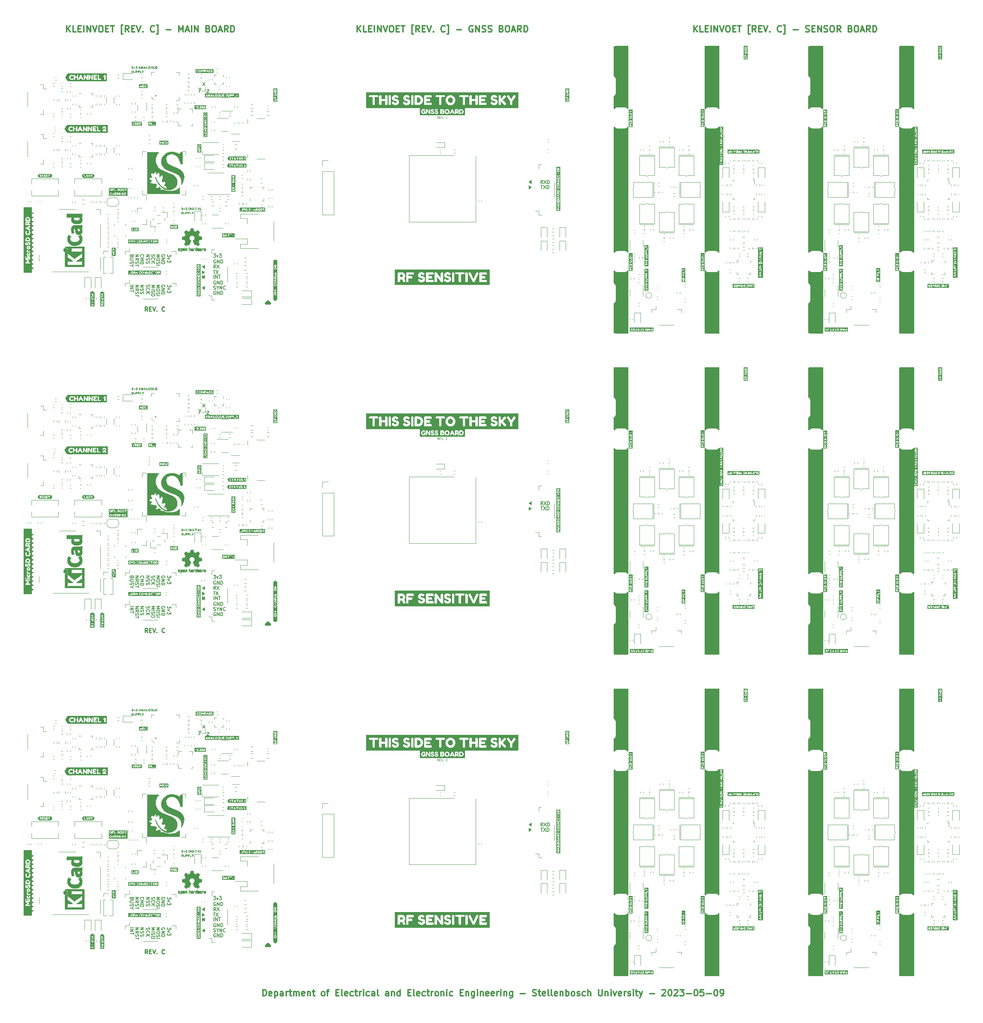
<source format=gto>
%TF.GenerationSoftware,KiCad,Pcbnew,7.0.1-3b83917a11~172~ubuntu22.04.1*%
%TF.CreationDate,2023-05-09T12:11:43+02:00*%
%TF.ProjectId,panel,70616e65-6c2e-46b6-9963-61645f706362,C*%
%TF.SameCoordinates,Original*%
%TF.FileFunction,Legend,Top*%
%TF.FilePolarity,Positive*%
%FSLAX46Y46*%
G04 Gerber Fmt 4.6, Leading zero omitted, Abs format (unit mm)*
G04 Created by KiCad (PCBNEW 7.0.1-3b83917a11~172~ubuntu22.04.1) date 2023-05-09 12:11:43*
%MOMM*%
%LPD*%
G01*
G04 APERTURE LIST*
%ADD10C,0.100000*%
%ADD11C,0.120000*%
%ADD12C,0.150000*%
%ADD13C,0.300000*%
%ADD14C,0.250000*%
%ADD15C,0.125000*%
%ADD16C,0.010000*%
%ADD17C,0.500000*%
G04 APERTURE END LIST*
D10*
X79800000Y-165600000D02*
X79200000Y-165200000D01*
X79800000Y-164800000D01*
X79800000Y-165600000D01*
G36*
X79800000Y-165600000D02*
G01*
X79200000Y-165200000D01*
X79800000Y-164800000D01*
X79800000Y-165600000D01*
G37*
X79800000Y-241600000D02*
X79200000Y-241200000D01*
X79800000Y-240800000D01*
X79800000Y-241600000D01*
G36*
X79800000Y-241600000D02*
G01*
X79200000Y-241200000D01*
X79800000Y-240800000D01*
X79800000Y-241600000D01*
G37*
X79800000Y-89600000D02*
X79200000Y-89200000D01*
X79800000Y-88800000D01*
X79800000Y-89600000D01*
G36*
X79800000Y-89600000D02*
G01*
X79200000Y-89200000D01*
X79800000Y-88800000D01*
X79800000Y-89600000D01*
G37*
X79800000Y-166500000D02*
X79200000Y-166900000D01*
X79200000Y-166100000D01*
X79800000Y-166500000D01*
G36*
X79800000Y-166500000D02*
G01*
X79200000Y-166900000D01*
X79200000Y-166100000D01*
X79800000Y-166500000D01*
G37*
X79800000Y-242500000D02*
X79200000Y-242900000D01*
X79200000Y-242100000D01*
X79800000Y-242500000D01*
G36*
X79800000Y-242500000D02*
G01*
X79200000Y-242900000D01*
X79200000Y-242100000D01*
X79800000Y-242500000D01*
G37*
X79800000Y-90500000D02*
X79200000Y-90900000D01*
X79200000Y-90100000D01*
X79800000Y-90500000D01*
G36*
X79800000Y-90500000D02*
G01*
X79200000Y-90900000D01*
X79200000Y-90100000D01*
X79800000Y-90500000D01*
G37*
D11*
X39300000Y-159500000D02*
X38900000Y-159800000D01*
X38900000Y-159300000D01*
X39300000Y-159500000D01*
G36*
X39300000Y-159500000D02*
G01*
X38900000Y-159800000D01*
X38900000Y-159300000D01*
X39300000Y-159500000D01*
G37*
X39300000Y-235500000D02*
X38900000Y-235800000D01*
X38900000Y-235300000D01*
X39300000Y-235500000D01*
G36*
X39300000Y-235500000D02*
G01*
X38900000Y-235800000D01*
X38900000Y-235300000D01*
X39300000Y-235500000D01*
G37*
X39300000Y-83500000D02*
X38900000Y-83800000D01*
X38900000Y-83300000D01*
X39300000Y-83500000D01*
G36*
X39300000Y-83500000D02*
G01*
X38900000Y-83800000D01*
X38900000Y-83300000D01*
X39300000Y-83500000D01*
G37*
X39300000Y-153500000D02*
X38900000Y-153800000D01*
X38900000Y-153300000D01*
X39300000Y-153500000D01*
G36*
X39300000Y-153500000D02*
G01*
X38900000Y-153800000D01*
X38900000Y-153300000D01*
X39300000Y-153500000D01*
G37*
X39300000Y-229500000D02*
X38900000Y-229800000D01*
X38900000Y-229300000D01*
X39300000Y-229500000D01*
G36*
X39300000Y-229500000D02*
G01*
X38900000Y-229800000D01*
X38900000Y-229300000D01*
X39300000Y-229500000D01*
G37*
X39300000Y-77500000D02*
X38900000Y-77800000D01*
X38900000Y-77300000D01*
X39300000Y-77500000D01*
G36*
X39300000Y-77500000D02*
G01*
X38900000Y-77800000D01*
X38900000Y-77300000D01*
X39300000Y-77500000D01*
G37*
D10*
X79800000Y-167600000D02*
X79200000Y-168000000D01*
X79200000Y-167200000D01*
X79800000Y-167600000D01*
G36*
X79800000Y-167600000D02*
G01*
X79200000Y-168000000D01*
X79200000Y-167200000D01*
X79800000Y-167600000D01*
G37*
X79800000Y-243600000D02*
X79200000Y-244000000D01*
X79200000Y-243200000D01*
X79800000Y-243600000D01*
G36*
X79800000Y-243600000D02*
G01*
X79200000Y-244000000D01*
X79200000Y-243200000D01*
X79800000Y-243600000D01*
G37*
X79800000Y-91600000D02*
X79200000Y-92000000D01*
X79200000Y-91200000D01*
X79800000Y-91600000D01*
G36*
X79800000Y-91600000D02*
G01*
X79200000Y-92000000D01*
X79200000Y-91200000D01*
X79800000Y-91600000D01*
G37*
D11*
X39300000Y-164500000D02*
X38900000Y-164800000D01*
X38900000Y-164300000D01*
X39300000Y-164500000D01*
G36*
X39300000Y-164500000D02*
G01*
X38900000Y-164800000D01*
X38900000Y-164300000D01*
X39300000Y-164500000D01*
G37*
X39300000Y-240500000D02*
X38900000Y-240800000D01*
X38900000Y-240300000D01*
X39300000Y-240500000D01*
G36*
X39300000Y-240500000D02*
G01*
X38900000Y-240800000D01*
X38900000Y-240300000D01*
X39300000Y-240500000D01*
G37*
X39300000Y-88500000D02*
X38900000Y-88800000D01*
X38900000Y-88300000D01*
X39300000Y-88500000D01*
G36*
X39300000Y-88500000D02*
G01*
X38900000Y-88800000D01*
X38900000Y-88300000D01*
X39300000Y-88500000D01*
G37*
X39300000Y-154500000D02*
X38900000Y-154800000D01*
X38900000Y-154300000D01*
X39300000Y-154500000D01*
G36*
X39300000Y-154500000D02*
G01*
X38900000Y-154800000D01*
X38900000Y-154300000D01*
X39300000Y-154500000D01*
G37*
X39300000Y-230500000D02*
X38900000Y-230800000D01*
X38900000Y-230300000D01*
X39300000Y-230500000D01*
G36*
X39300000Y-230500000D02*
G01*
X38900000Y-230800000D01*
X38900000Y-230300000D01*
X39300000Y-230500000D01*
G37*
X39300000Y-78500000D02*
X38900000Y-78800000D01*
X38900000Y-78300000D01*
X39300000Y-78500000D01*
G36*
X39300000Y-78500000D02*
G01*
X38900000Y-78800000D01*
X38900000Y-78300000D01*
X39300000Y-78500000D01*
G37*
X39300000Y-157500000D02*
X38900000Y-157800000D01*
X38900000Y-157300000D01*
X39300000Y-157500000D01*
G36*
X39300000Y-157500000D02*
G01*
X38900000Y-157800000D01*
X38900000Y-157300000D01*
X39300000Y-157500000D01*
G37*
X39300000Y-233500000D02*
X38900000Y-233800000D01*
X38900000Y-233300000D01*
X39300000Y-233500000D01*
G36*
X39300000Y-233500000D02*
G01*
X38900000Y-233800000D01*
X38900000Y-233300000D01*
X39300000Y-233500000D01*
G37*
X39300000Y-81500000D02*
X38900000Y-81800000D01*
X38900000Y-81300000D01*
X39300000Y-81500000D01*
G36*
X39300000Y-81500000D02*
G01*
X38900000Y-81800000D01*
X38900000Y-81300000D01*
X39300000Y-81500000D01*
G37*
X80000000Y-123600000D02*
X79000000Y-123600000D01*
X80000000Y-199600000D02*
X79000000Y-199600000D01*
X80000000Y-47600000D02*
X79000000Y-47600000D01*
X39300000Y-161500000D02*
X38900000Y-161800000D01*
X38900000Y-161300000D01*
X39300000Y-161500000D01*
G36*
X39300000Y-161500000D02*
G01*
X38900000Y-161800000D01*
X38900000Y-161300000D01*
X39300000Y-161500000D01*
G37*
X39300000Y-237500000D02*
X38900000Y-237800000D01*
X38900000Y-237300000D01*
X39300000Y-237500000D01*
G36*
X39300000Y-237500000D02*
G01*
X38900000Y-237800000D01*
X38900000Y-237300000D01*
X39300000Y-237500000D01*
G37*
X39300000Y-85500000D02*
X38900000Y-85800000D01*
X38900000Y-85300000D01*
X39300000Y-85500000D01*
G36*
X39300000Y-85500000D02*
G01*
X38900000Y-85800000D01*
X38900000Y-85300000D01*
X39300000Y-85500000D01*
G37*
D10*
X79800000Y-168000000D02*
X79200000Y-167600000D01*
X79800000Y-167200000D01*
X79800000Y-168000000D01*
G36*
X79800000Y-168000000D02*
G01*
X79200000Y-167600000D01*
X79800000Y-167200000D01*
X79800000Y-168000000D01*
G37*
X79800000Y-244000000D02*
X79200000Y-243600000D01*
X79800000Y-243200000D01*
X79800000Y-244000000D01*
G36*
X79800000Y-244000000D02*
G01*
X79200000Y-243600000D01*
X79800000Y-243200000D01*
X79800000Y-244000000D01*
G37*
X79800000Y-92000000D02*
X79200000Y-91600000D01*
X79800000Y-91200000D01*
X79800000Y-92000000D01*
G36*
X79800000Y-92000000D02*
G01*
X79200000Y-91600000D01*
X79800000Y-91200000D01*
X79800000Y-92000000D01*
G37*
D11*
X39300000Y-165500000D02*
X38900000Y-165800000D01*
X38900000Y-165300000D01*
X39300000Y-165500000D01*
G36*
X39300000Y-165500000D02*
G01*
X38900000Y-165800000D01*
X38900000Y-165300000D01*
X39300000Y-165500000D01*
G37*
X39300000Y-241500000D02*
X38900000Y-241800000D01*
X38900000Y-241300000D01*
X39300000Y-241500000D01*
G36*
X39300000Y-241500000D02*
G01*
X38900000Y-241800000D01*
X38900000Y-241300000D01*
X39300000Y-241500000D01*
G37*
X39300000Y-89500000D02*
X38900000Y-89800000D01*
X38900000Y-89300000D01*
X39300000Y-89500000D01*
G36*
X39300000Y-89500000D02*
G01*
X38900000Y-89800000D01*
X38900000Y-89300000D01*
X39300000Y-89500000D01*
G37*
X39300000Y-152500000D02*
X38900000Y-152800000D01*
X38900000Y-152300000D01*
X39300000Y-152500000D01*
G36*
X39300000Y-152500000D02*
G01*
X38900000Y-152800000D01*
X38900000Y-152300000D01*
X39300000Y-152500000D01*
G37*
X39300000Y-228500000D02*
X38900000Y-228800000D01*
X38900000Y-228300000D01*
X39300000Y-228500000D01*
G36*
X39300000Y-228500000D02*
G01*
X38900000Y-228800000D01*
X38900000Y-228300000D01*
X39300000Y-228500000D01*
G37*
X39300000Y-76500000D02*
X38900000Y-76800000D01*
X38900000Y-76300000D01*
X39300000Y-76500000D01*
G36*
X39300000Y-76500000D02*
G01*
X38900000Y-76800000D01*
X38900000Y-76300000D01*
X39300000Y-76500000D01*
G37*
D10*
X79800000Y-170600000D02*
X79200000Y-170200000D01*
X79800000Y-169800000D01*
X79800000Y-170600000D01*
G36*
X79800000Y-170600000D02*
G01*
X79200000Y-170200000D01*
X79800000Y-169800000D01*
X79800000Y-170600000D01*
G37*
X79800000Y-246600000D02*
X79200000Y-246200000D01*
X79800000Y-245800000D01*
X79800000Y-246600000D01*
G36*
X79800000Y-246600000D02*
G01*
X79200000Y-246200000D01*
X79800000Y-245800000D01*
X79800000Y-246600000D01*
G37*
X79800000Y-94600000D02*
X79200000Y-94200000D01*
X79800000Y-93800000D01*
X79800000Y-94600000D01*
G36*
X79800000Y-94600000D02*
G01*
X79200000Y-94200000D01*
X79800000Y-93800000D01*
X79800000Y-94600000D01*
G37*
D11*
X80100000Y-123600000D02*
G75*
G03*
X80100000Y-123600000I-100000J0D01*
G01*
X80100000Y-199600000D02*
G75*
G03*
X80100000Y-199600000I-100000J0D01*
G01*
X80100000Y-47600000D02*
G75*
G03*
X80100000Y-47600000I-100000J0D01*
G01*
X39300000Y-158500000D02*
X38900000Y-158800000D01*
X38900000Y-158300000D01*
X39300000Y-158500000D01*
G36*
X39300000Y-158500000D02*
G01*
X38900000Y-158800000D01*
X38900000Y-158300000D01*
X39300000Y-158500000D01*
G37*
X39300000Y-234500000D02*
X38900000Y-234800000D01*
X38900000Y-234300000D01*
X39300000Y-234500000D01*
G36*
X39300000Y-234500000D02*
G01*
X38900000Y-234800000D01*
X38900000Y-234300000D01*
X39300000Y-234500000D01*
G37*
X39300000Y-82500000D02*
X38900000Y-82800000D01*
X38900000Y-82300000D01*
X39300000Y-82500000D01*
G36*
X39300000Y-82500000D02*
G01*
X38900000Y-82800000D01*
X38900000Y-82300000D01*
X39300000Y-82500000D01*
G37*
X80000000Y-123600000D02*
X80000000Y-122600000D01*
X80000000Y-199600000D02*
X80000000Y-198600000D01*
X80000000Y-47600000D02*
X80000000Y-46600000D01*
X39300000Y-162500000D02*
X38900000Y-162800000D01*
X38900000Y-162300000D01*
X39300000Y-162500000D01*
G36*
X39300000Y-162500000D02*
G01*
X38900000Y-162800000D01*
X38900000Y-162300000D01*
X39300000Y-162500000D01*
G37*
X39300000Y-238500000D02*
X38900000Y-238800000D01*
X38900000Y-238300000D01*
X39300000Y-238500000D01*
G36*
X39300000Y-238500000D02*
G01*
X38900000Y-238800000D01*
X38900000Y-238300000D01*
X39300000Y-238500000D01*
G37*
X39300000Y-86500000D02*
X38900000Y-86800000D01*
X38900000Y-86300000D01*
X39300000Y-86500000D01*
G36*
X39300000Y-86500000D02*
G01*
X38900000Y-86800000D01*
X38900000Y-86300000D01*
X39300000Y-86500000D01*
G37*
X39300000Y-156500000D02*
X38900000Y-156800000D01*
X38900000Y-156300000D01*
X39300000Y-156500000D01*
G36*
X39300000Y-156500000D02*
G01*
X38900000Y-156800000D01*
X38900000Y-156300000D01*
X39300000Y-156500000D01*
G37*
X39300000Y-232500000D02*
X38900000Y-232800000D01*
X38900000Y-232300000D01*
X39300000Y-232500000D01*
G36*
X39300000Y-232500000D02*
G01*
X38900000Y-232800000D01*
X38900000Y-232300000D01*
X39300000Y-232500000D01*
G37*
X39300000Y-80500000D02*
X38900000Y-80800000D01*
X38900000Y-80300000D01*
X39300000Y-80500000D01*
G36*
X39300000Y-80500000D02*
G01*
X38900000Y-80800000D01*
X38900000Y-80300000D01*
X39300000Y-80500000D01*
G37*
X39300000Y-155500000D02*
X38900000Y-155800000D01*
X38900000Y-155300000D01*
X39300000Y-155500000D01*
G36*
X39300000Y-155500000D02*
G01*
X38900000Y-155800000D01*
X38900000Y-155300000D01*
X39300000Y-155500000D01*
G37*
X39300000Y-231500000D02*
X38900000Y-231800000D01*
X38900000Y-231300000D01*
X39300000Y-231500000D01*
G36*
X39300000Y-231500000D02*
G01*
X38900000Y-231800000D01*
X38900000Y-231300000D01*
X39300000Y-231500000D01*
G37*
X39300000Y-79500000D02*
X38900000Y-79800000D01*
X38900000Y-79300000D01*
X39300000Y-79500000D01*
G36*
X39300000Y-79500000D02*
G01*
X38900000Y-79800000D01*
X38900000Y-79300000D01*
X39300000Y-79500000D01*
G37*
X39300000Y-160500000D02*
X38900000Y-160800000D01*
X38900000Y-160300000D01*
X39300000Y-160500000D01*
G36*
X39300000Y-160500000D02*
G01*
X38900000Y-160800000D01*
X38900000Y-160300000D01*
X39300000Y-160500000D01*
G37*
X39300000Y-236500000D02*
X38900000Y-236800000D01*
X38900000Y-236300000D01*
X39300000Y-236500000D01*
G36*
X39300000Y-236500000D02*
G01*
X38900000Y-236800000D01*
X38900000Y-236300000D01*
X39300000Y-236500000D01*
G37*
X39300000Y-84500000D02*
X38900000Y-84800000D01*
X38900000Y-84300000D01*
X39300000Y-84500000D01*
G36*
X39300000Y-84500000D02*
G01*
X38900000Y-84800000D01*
X38900000Y-84300000D01*
X39300000Y-84500000D01*
G37*
X39300000Y-163500000D02*
X38900000Y-163800000D01*
X38900000Y-163300000D01*
X39300000Y-163500000D01*
G36*
X39300000Y-163500000D02*
G01*
X38900000Y-163800000D01*
X38900000Y-163300000D01*
X39300000Y-163500000D01*
G37*
X39300000Y-239500000D02*
X38900000Y-239800000D01*
X38900000Y-239300000D01*
X39300000Y-239500000D01*
G36*
X39300000Y-239500000D02*
G01*
X38900000Y-239800000D01*
X38900000Y-239300000D01*
X39300000Y-239500000D01*
G37*
X39300000Y-87500000D02*
X38900000Y-87800000D01*
X38900000Y-87300000D01*
X39300000Y-87500000D01*
G36*
X39300000Y-87500000D02*
G01*
X38900000Y-87800000D01*
X38900000Y-87300000D01*
X39300000Y-87500000D01*
G37*
D12*
X67229904Y-169590476D02*
X68029904Y-169590476D01*
X68029904Y-169590476D02*
X67458476Y-169857142D01*
X67458476Y-169857142D02*
X68029904Y-170123809D01*
X68029904Y-170123809D02*
X67229904Y-170123809D01*
X67229904Y-170504762D02*
X68029904Y-170504762D01*
X67268000Y-170847618D02*
X67229904Y-170961904D01*
X67229904Y-170961904D02*
X67229904Y-171152380D01*
X67229904Y-171152380D02*
X67268000Y-171228571D01*
X67268000Y-171228571D02*
X67306095Y-171266666D01*
X67306095Y-171266666D02*
X67382285Y-171304761D01*
X67382285Y-171304761D02*
X67458476Y-171304761D01*
X67458476Y-171304761D02*
X67534666Y-171266666D01*
X67534666Y-171266666D02*
X67572761Y-171228571D01*
X67572761Y-171228571D02*
X67610857Y-171152380D01*
X67610857Y-171152380D02*
X67648952Y-170999999D01*
X67648952Y-170999999D02*
X67687047Y-170923809D01*
X67687047Y-170923809D02*
X67725142Y-170885714D01*
X67725142Y-170885714D02*
X67801333Y-170847618D01*
X67801333Y-170847618D02*
X67877523Y-170847618D01*
X67877523Y-170847618D02*
X67953714Y-170885714D01*
X67953714Y-170885714D02*
X67991809Y-170923809D01*
X67991809Y-170923809D02*
X68029904Y-170999999D01*
X68029904Y-170999999D02*
X68029904Y-171190476D01*
X68029904Y-171190476D02*
X67991809Y-171304761D01*
X68029904Y-171800000D02*
X68029904Y-171952381D01*
X68029904Y-171952381D02*
X67991809Y-172028571D01*
X67991809Y-172028571D02*
X67915619Y-172104762D01*
X67915619Y-172104762D02*
X67763238Y-172142857D01*
X67763238Y-172142857D02*
X67496571Y-172142857D01*
X67496571Y-172142857D02*
X67344190Y-172104762D01*
X67344190Y-172104762D02*
X67268000Y-172028571D01*
X67268000Y-172028571D02*
X67229904Y-171952381D01*
X67229904Y-171952381D02*
X67229904Y-171800000D01*
X67229904Y-171800000D02*
X67268000Y-171723809D01*
X67268000Y-171723809D02*
X67344190Y-171647619D01*
X67344190Y-171647619D02*
X67496571Y-171609523D01*
X67496571Y-171609523D02*
X67763238Y-171609523D01*
X67763238Y-171609523D02*
X67915619Y-171647619D01*
X67915619Y-171647619D02*
X67991809Y-171723809D01*
X67991809Y-171723809D02*
X68029904Y-171800000D01*
X67229904Y-245590476D02*
X68029904Y-245590476D01*
X68029904Y-245590476D02*
X67458476Y-245857142D01*
X67458476Y-245857142D02*
X68029904Y-246123809D01*
X68029904Y-246123809D02*
X67229904Y-246123809D01*
X67229904Y-246504762D02*
X68029904Y-246504762D01*
X67268000Y-246847618D02*
X67229904Y-246961904D01*
X67229904Y-246961904D02*
X67229904Y-247152380D01*
X67229904Y-247152380D02*
X67268000Y-247228571D01*
X67268000Y-247228571D02*
X67306095Y-247266666D01*
X67306095Y-247266666D02*
X67382285Y-247304761D01*
X67382285Y-247304761D02*
X67458476Y-247304761D01*
X67458476Y-247304761D02*
X67534666Y-247266666D01*
X67534666Y-247266666D02*
X67572761Y-247228571D01*
X67572761Y-247228571D02*
X67610857Y-247152380D01*
X67610857Y-247152380D02*
X67648952Y-246999999D01*
X67648952Y-246999999D02*
X67687047Y-246923809D01*
X67687047Y-246923809D02*
X67725142Y-246885714D01*
X67725142Y-246885714D02*
X67801333Y-246847618D01*
X67801333Y-246847618D02*
X67877523Y-246847618D01*
X67877523Y-246847618D02*
X67953714Y-246885714D01*
X67953714Y-246885714D02*
X67991809Y-246923809D01*
X67991809Y-246923809D02*
X68029904Y-246999999D01*
X68029904Y-246999999D02*
X68029904Y-247190476D01*
X68029904Y-247190476D02*
X67991809Y-247304761D01*
X68029904Y-247800000D02*
X68029904Y-247952381D01*
X68029904Y-247952381D02*
X67991809Y-248028571D01*
X67991809Y-248028571D02*
X67915619Y-248104762D01*
X67915619Y-248104762D02*
X67763238Y-248142857D01*
X67763238Y-248142857D02*
X67496571Y-248142857D01*
X67496571Y-248142857D02*
X67344190Y-248104762D01*
X67344190Y-248104762D02*
X67268000Y-248028571D01*
X67268000Y-248028571D02*
X67229904Y-247952381D01*
X67229904Y-247952381D02*
X67229904Y-247800000D01*
X67229904Y-247800000D02*
X67268000Y-247723809D01*
X67268000Y-247723809D02*
X67344190Y-247647619D01*
X67344190Y-247647619D02*
X67496571Y-247609523D01*
X67496571Y-247609523D02*
X67763238Y-247609523D01*
X67763238Y-247609523D02*
X67915619Y-247647619D01*
X67915619Y-247647619D02*
X67991809Y-247723809D01*
X67991809Y-247723809D02*
X68029904Y-247800000D01*
X67229904Y-93590476D02*
X68029904Y-93590476D01*
X68029904Y-93590476D02*
X67458476Y-93857142D01*
X67458476Y-93857142D02*
X68029904Y-94123809D01*
X68029904Y-94123809D02*
X67229904Y-94123809D01*
X67229904Y-94504762D02*
X68029904Y-94504762D01*
X67268000Y-94847618D02*
X67229904Y-94961904D01*
X67229904Y-94961904D02*
X67229904Y-95152380D01*
X67229904Y-95152380D02*
X67268000Y-95228571D01*
X67268000Y-95228571D02*
X67306095Y-95266666D01*
X67306095Y-95266666D02*
X67382285Y-95304761D01*
X67382285Y-95304761D02*
X67458476Y-95304761D01*
X67458476Y-95304761D02*
X67534666Y-95266666D01*
X67534666Y-95266666D02*
X67572761Y-95228571D01*
X67572761Y-95228571D02*
X67610857Y-95152380D01*
X67610857Y-95152380D02*
X67648952Y-94999999D01*
X67648952Y-94999999D02*
X67687047Y-94923809D01*
X67687047Y-94923809D02*
X67725142Y-94885714D01*
X67725142Y-94885714D02*
X67801333Y-94847618D01*
X67801333Y-94847618D02*
X67877523Y-94847618D01*
X67877523Y-94847618D02*
X67953714Y-94885714D01*
X67953714Y-94885714D02*
X67991809Y-94923809D01*
X67991809Y-94923809D02*
X68029904Y-94999999D01*
X68029904Y-94999999D02*
X68029904Y-95190476D01*
X68029904Y-95190476D02*
X67991809Y-95304761D01*
X68029904Y-95800000D02*
X68029904Y-95952381D01*
X68029904Y-95952381D02*
X67991809Y-96028571D01*
X67991809Y-96028571D02*
X67915619Y-96104762D01*
X67915619Y-96104762D02*
X67763238Y-96142857D01*
X67763238Y-96142857D02*
X67496571Y-96142857D01*
X67496571Y-96142857D02*
X67344190Y-96104762D01*
X67344190Y-96104762D02*
X67268000Y-96028571D01*
X67268000Y-96028571D02*
X67229904Y-95952381D01*
X67229904Y-95952381D02*
X67229904Y-95800000D01*
X67229904Y-95800000D02*
X67268000Y-95723809D01*
X67268000Y-95723809D02*
X67344190Y-95647619D01*
X67344190Y-95647619D02*
X67496571Y-95609523D01*
X67496571Y-95609523D02*
X67763238Y-95609523D01*
X67763238Y-95609523D02*
X67915619Y-95647619D01*
X67915619Y-95647619D02*
X67991809Y-95723809D01*
X67991809Y-95723809D02*
X68029904Y-95800000D01*
D13*
X47214284Y-33693928D02*
X47214284Y-32193928D01*
X48071427Y-33693928D02*
X47428570Y-32836785D01*
X48071427Y-32193928D02*
X47214284Y-33051071D01*
X49428570Y-33693928D02*
X48714284Y-33693928D01*
X48714284Y-33693928D02*
X48714284Y-32193928D01*
X49928570Y-32908214D02*
X50428570Y-32908214D01*
X50642856Y-33693928D02*
X49928570Y-33693928D01*
X49928570Y-33693928D02*
X49928570Y-32193928D01*
X49928570Y-32193928D02*
X50642856Y-32193928D01*
X51285713Y-33693928D02*
X51285713Y-32193928D01*
X51999999Y-33693928D02*
X51999999Y-32193928D01*
X51999999Y-32193928D02*
X52857142Y-33693928D01*
X52857142Y-33693928D02*
X52857142Y-32193928D01*
X53357143Y-32193928D02*
X53857143Y-33693928D01*
X53857143Y-33693928D02*
X54357143Y-32193928D01*
X55142857Y-32193928D02*
X55428571Y-32193928D01*
X55428571Y-32193928D02*
X55571428Y-32265357D01*
X55571428Y-32265357D02*
X55714285Y-32408214D01*
X55714285Y-32408214D02*
X55785714Y-32693928D01*
X55785714Y-32693928D02*
X55785714Y-33193928D01*
X55785714Y-33193928D02*
X55714285Y-33479642D01*
X55714285Y-33479642D02*
X55571428Y-33622500D01*
X55571428Y-33622500D02*
X55428571Y-33693928D01*
X55428571Y-33693928D02*
X55142857Y-33693928D01*
X55142857Y-33693928D02*
X55000000Y-33622500D01*
X55000000Y-33622500D02*
X54857142Y-33479642D01*
X54857142Y-33479642D02*
X54785714Y-33193928D01*
X54785714Y-33193928D02*
X54785714Y-32693928D01*
X54785714Y-32693928D02*
X54857142Y-32408214D01*
X54857142Y-32408214D02*
X55000000Y-32265357D01*
X55000000Y-32265357D02*
X55142857Y-32193928D01*
X56428571Y-32908214D02*
X56928571Y-32908214D01*
X57142857Y-33693928D02*
X56428571Y-33693928D01*
X56428571Y-33693928D02*
X56428571Y-32193928D01*
X56428571Y-32193928D02*
X57142857Y-32193928D01*
X57571429Y-32193928D02*
X58428572Y-32193928D01*
X58000000Y-33693928D02*
X58000000Y-32193928D01*
X60500000Y-34193928D02*
X60142857Y-34193928D01*
X60142857Y-34193928D02*
X60142857Y-32051071D01*
X60142857Y-32051071D02*
X60500000Y-32051071D01*
X61928571Y-33693928D02*
X61428571Y-32979642D01*
X61071428Y-33693928D02*
X61071428Y-32193928D01*
X61071428Y-32193928D02*
X61642857Y-32193928D01*
X61642857Y-32193928D02*
X61785714Y-32265357D01*
X61785714Y-32265357D02*
X61857143Y-32336785D01*
X61857143Y-32336785D02*
X61928571Y-32479642D01*
X61928571Y-32479642D02*
X61928571Y-32693928D01*
X61928571Y-32693928D02*
X61857143Y-32836785D01*
X61857143Y-32836785D02*
X61785714Y-32908214D01*
X61785714Y-32908214D02*
X61642857Y-32979642D01*
X61642857Y-32979642D02*
X61071428Y-32979642D01*
X62571428Y-32908214D02*
X63071428Y-32908214D01*
X63285714Y-33693928D02*
X62571428Y-33693928D01*
X62571428Y-33693928D02*
X62571428Y-32193928D01*
X62571428Y-32193928D02*
X63285714Y-32193928D01*
X63714286Y-32193928D02*
X64214286Y-33693928D01*
X64214286Y-33693928D02*
X64714286Y-32193928D01*
X65214285Y-33551071D02*
X65285714Y-33622500D01*
X65285714Y-33622500D02*
X65214285Y-33693928D01*
X65214285Y-33693928D02*
X65142857Y-33622500D01*
X65142857Y-33622500D02*
X65214285Y-33551071D01*
X65214285Y-33551071D02*
X65214285Y-33693928D01*
X67928571Y-33551071D02*
X67857143Y-33622500D01*
X67857143Y-33622500D02*
X67642857Y-33693928D01*
X67642857Y-33693928D02*
X67500000Y-33693928D01*
X67500000Y-33693928D02*
X67285714Y-33622500D01*
X67285714Y-33622500D02*
X67142857Y-33479642D01*
X67142857Y-33479642D02*
X67071428Y-33336785D01*
X67071428Y-33336785D02*
X67000000Y-33051071D01*
X67000000Y-33051071D02*
X67000000Y-32836785D01*
X67000000Y-32836785D02*
X67071428Y-32551071D01*
X67071428Y-32551071D02*
X67142857Y-32408214D01*
X67142857Y-32408214D02*
X67285714Y-32265357D01*
X67285714Y-32265357D02*
X67500000Y-32193928D01*
X67500000Y-32193928D02*
X67642857Y-32193928D01*
X67642857Y-32193928D02*
X67857143Y-32265357D01*
X67857143Y-32265357D02*
X67928571Y-32336785D01*
X68428571Y-34193928D02*
X68785714Y-34193928D01*
X68785714Y-34193928D02*
X68785714Y-32051071D01*
X68785714Y-32051071D02*
X68428571Y-32051071D01*
X70714285Y-33122500D02*
X71857143Y-33122500D01*
X73714285Y-33693928D02*
X73714285Y-32193928D01*
X73714285Y-32193928D02*
X74214285Y-33265357D01*
X74214285Y-33265357D02*
X74714285Y-32193928D01*
X74714285Y-32193928D02*
X74714285Y-33693928D01*
X75357143Y-33265357D02*
X76071429Y-33265357D01*
X75214286Y-33693928D02*
X75714286Y-32193928D01*
X75714286Y-32193928D02*
X76214286Y-33693928D01*
X76714285Y-33693928D02*
X76714285Y-32193928D01*
X77428571Y-33693928D02*
X77428571Y-32193928D01*
X77428571Y-32193928D02*
X78285714Y-33693928D01*
X78285714Y-33693928D02*
X78285714Y-32193928D01*
X80642857Y-32908214D02*
X80857143Y-32979642D01*
X80857143Y-32979642D02*
X80928572Y-33051071D01*
X80928572Y-33051071D02*
X81000000Y-33193928D01*
X81000000Y-33193928D02*
X81000000Y-33408214D01*
X81000000Y-33408214D02*
X80928572Y-33551071D01*
X80928572Y-33551071D02*
X80857143Y-33622500D01*
X80857143Y-33622500D02*
X80714286Y-33693928D01*
X80714286Y-33693928D02*
X80142857Y-33693928D01*
X80142857Y-33693928D02*
X80142857Y-32193928D01*
X80142857Y-32193928D02*
X80642857Y-32193928D01*
X80642857Y-32193928D02*
X80785715Y-32265357D01*
X80785715Y-32265357D02*
X80857143Y-32336785D01*
X80857143Y-32336785D02*
X80928572Y-32479642D01*
X80928572Y-32479642D02*
X80928572Y-32622500D01*
X80928572Y-32622500D02*
X80857143Y-32765357D01*
X80857143Y-32765357D02*
X80785715Y-32836785D01*
X80785715Y-32836785D02*
X80642857Y-32908214D01*
X80642857Y-32908214D02*
X80142857Y-32908214D01*
X81928572Y-32193928D02*
X82214286Y-32193928D01*
X82214286Y-32193928D02*
X82357143Y-32265357D01*
X82357143Y-32265357D02*
X82500000Y-32408214D01*
X82500000Y-32408214D02*
X82571429Y-32693928D01*
X82571429Y-32693928D02*
X82571429Y-33193928D01*
X82571429Y-33193928D02*
X82500000Y-33479642D01*
X82500000Y-33479642D02*
X82357143Y-33622500D01*
X82357143Y-33622500D02*
X82214286Y-33693928D01*
X82214286Y-33693928D02*
X81928572Y-33693928D01*
X81928572Y-33693928D02*
X81785715Y-33622500D01*
X81785715Y-33622500D02*
X81642857Y-33479642D01*
X81642857Y-33479642D02*
X81571429Y-33193928D01*
X81571429Y-33193928D02*
X81571429Y-32693928D01*
X81571429Y-32693928D02*
X81642857Y-32408214D01*
X81642857Y-32408214D02*
X81785715Y-32265357D01*
X81785715Y-32265357D02*
X81928572Y-32193928D01*
X83142858Y-33265357D02*
X83857144Y-33265357D01*
X83000001Y-33693928D02*
X83500001Y-32193928D01*
X83500001Y-32193928D02*
X84000001Y-33693928D01*
X85357143Y-33693928D02*
X84857143Y-32979642D01*
X84500000Y-33693928D02*
X84500000Y-32193928D01*
X84500000Y-32193928D02*
X85071429Y-32193928D01*
X85071429Y-32193928D02*
X85214286Y-32265357D01*
X85214286Y-32265357D02*
X85285715Y-32336785D01*
X85285715Y-32336785D02*
X85357143Y-32479642D01*
X85357143Y-32479642D02*
X85357143Y-32693928D01*
X85357143Y-32693928D02*
X85285715Y-32836785D01*
X85285715Y-32836785D02*
X85214286Y-32908214D01*
X85214286Y-32908214D02*
X85071429Y-32979642D01*
X85071429Y-32979642D02*
X84500000Y-32979642D01*
X86000000Y-33693928D02*
X86000000Y-32193928D01*
X86000000Y-32193928D02*
X86357143Y-32193928D01*
X86357143Y-32193928D02*
X86571429Y-32265357D01*
X86571429Y-32265357D02*
X86714286Y-32408214D01*
X86714286Y-32408214D02*
X86785715Y-32551071D01*
X86785715Y-32551071D02*
X86857143Y-32836785D01*
X86857143Y-32836785D02*
X86857143Y-33051071D01*
X86857143Y-33051071D02*
X86785715Y-33336785D01*
X86785715Y-33336785D02*
X86714286Y-33479642D01*
X86714286Y-33479642D02*
X86571429Y-33622500D01*
X86571429Y-33622500D02*
X86357143Y-33693928D01*
X86357143Y-33693928D02*
X86000000Y-33693928D01*
D12*
X70391809Y-162809523D02*
X70429904Y-162733333D01*
X70429904Y-162733333D02*
X70429904Y-162619047D01*
X70429904Y-162619047D02*
X70391809Y-162504761D01*
X70391809Y-162504761D02*
X70315619Y-162428571D01*
X70315619Y-162428571D02*
X70239428Y-162390476D01*
X70239428Y-162390476D02*
X70087047Y-162352380D01*
X70087047Y-162352380D02*
X69972761Y-162352380D01*
X69972761Y-162352380D02*
X69820380Y-162390476D01*
X69820380Y-162390476D02*
X69744190Y-162428571D01*
X69744190Y-162428571D02*
X69668000Y-162504761D01*
X69668000Y-162504761D02*
X69629904Y-162619047D01*
X69629904Y-162619047D02*
X69629904Y-162695238D01*
X69629904Y-162695238D02*
X69668000Y-162809523D01*
X69668000Y-162809523D02*
X69706095Y-162847619D01*
X69706095Y-162847619D02*
X69972761Y-162847619D01*
X69972761Y-162847619D02*
X69972761Y-162695238D01*
X69629904Y-163190476D02*
X70429904Y-163190476D01*
X70429904Y-163190476D02*
X69629904Y-163647619D01*
X69629904Y-163647619D02*
X70429904Y-163647619D01*
X69629904Y-164028571D02*
X70429904Y-164028571D01*
X70429904Y-164028571D02*
X70429904Y-164219047D01*
X70429904Y-164219047D02*
X70391809Y-164333333D01*
X70391809Y-164333333D02*
X70315619Y-164409523D01*
X70315619Y-164409523D02*
X70239428Y-164447618D01*
X70239428Y-164447618D02*
X70087047Y-164485714D01*
X70087047Y-164485714D02*
X69972761Y-164485714D01*
X69972761Y-164485714D02*
X69820380Y-164447618D01*
X69820380Y-164447618D02*
X69744190Y-164409523D01*
X69744190Y-164409523D02*
X69668000Y-164333333D01*
X69668000Y-164333333D02*
X69629904Y-164219047D01*
X69629904Y-164219047D02*
X69629904Y-164028571D01*
X70391809Y-238809523D02*
X70429904Y-238733333D01*
X70429904Y-238733333D02*
X70429904Y-238619047D01*
X70429904Y-238619047D02*
X70391809Y-238504761D01*
X70391809Y-238504761D02*
X70315619Y-238428571D01*
X70315619Y-238428571D02*
X70239428Y-238390476D01*
X70239428Y-238390476D02*
X70087047Y-238352380D01*
X70087047Y-238352380D02*
X69972761Y-238352380D01*
X69972761Y-238352380D02*
X69820380Y-238390476D01*
X69820380Y-238390476D02*
X69744190Y-238428571D01*
X69744190Y-238428571D02*
X69668000Y-238504761D01*
X69668000Y-238504761D02*
X69629904Y-238619047D01*
X69629904Y-238619047D02*
X69629904Y-238695238D01*
X69629904Y-238695238D02*
X69668000Y-238809523D01*
X69668000Y-238809523D02*
X69706095Y-238847619D01*
X69706095Y-238847619D02*
X69972761Y-238847619D01*
X69972761Y-238847619D02*
X69972761Y-238695238D01*
X69629904Y-239190476D02*
X70429904Y-239190476D01*
X70429904Y-239190476D02*
X69629904Y-239647619D01*
X69629904Y-239647619D02*
X70429904Y-239647619D01*
X69629904Y-240028571D02*
X70429904Y-240028571D01*
X70429904Y-240028571D02*
X70429904Y-240219047D01*
X70429904Y-240219047D02*
X70391809Y-240333333D01*
X70391809Y-240333333D02*
X70315619Y-240409523D01*
X70315619Y-240409523D02*
X70239428Y-240447618D01*
X70239428Y-240447618D02*
X70087047Y-240485714D01*
X70087047Y-240485714D02*
X69972761Y-240485714D01*
X69972761Y-240485714D02*
X69820380Y-240447618D01*
X69820380Y-240447618D02*
X69744190Y-240409523D01*
X69744190Y-240409523D02*
X69668000Y-240333333D01*
X69668000Y-240333333D02*
X69629904Y-240219047D01*
X69629904Y-240219047D02*
X69629904Y-240028571D01*
X70391809Y-86809523D02*
X70429904Y-86733333D01*
X70429904Y-86733333D02*
X70429904Y-86619047D01*
X70429904Y-86619047D02*
X70391809Y-86504761D01*
X70391809Y-86504761D02*
X70315619Y-86428571D01*
X70315619Y-86428571D02*
X70239428Y-86390476D01*
X70239428Y-86390476D02*
X70087047Y-86352380D01*
X70087047Y-86352380D02*
X69972761Y-86352380D01*
X69972761Y-86352380D02*
X69820380Y-86390476D01*
X69820380Y-86390476D02*
X69744190Y-86428571D01*
X69744190Y-86428571D02*
X69668000Y-86504761D01*
X69668000Y-86504761D02*
X69629904Y-86619047D01*
X69629904Y-86619047D02*
X69629904Y-86695238D01*
X69629904Y-86695238D02*
X69668000Y-86809523D01*
X69668000Y-86809523D02*
X69706095Y-86847619D01*
X69706095Y-86847619D02*
X69972761Y-86847619D01*
X69972761Y-86847619D02*
X69972761Y-86695238D01*
X69629904Y-87190476D02*
X70429904Y-87190476D01*
X70429904Y-87190476D02*
X69629904Y-87647619D01*
X69629904Y-87647619D02*
X70429904Y-87647619D01*
X69629904Y-88028571D02*
X70429904Y-88028571D01*
X70429904Y-88028571D02*
X70429904Y-88219047D01*
X70429904Y-88219047D02*
X70391809Y-88333333D01*
X70391809Y-88333333D02*
X70315619Y-88409523D01*
X70315619Y-88409523D02*
X70239428Y-88447618D01*
X70239428Y-88447618D02*
X70087047Y-88485714D01*
X70087047Y-88485714D02*
X69972761Y-88485714D01*
X69972761Y-88485714D02*
X69820380Y-88447618D01*
X69820380Y-88447618D02*
X69744190Y-88409523D01*
X69744190Y-88409523D02*
X69668000Y-88333333D01*
X69668000Y-88333333D02*
X69629904Y-88219047D01*
X69629904Y-88219047D02*
X69629904Y-88028571D01*
X82409523Y-163608190D02*
X82333333Y-163570095D01*
X82333333Y-163570095D02*
X82219047Y-163570095D01*
X82219047Y-163570095D02*
X82104761Y-163608190D01*
X82104761Y-163608190D02*
X82028571Y-163684380D01*
X82028571Y-163684380D02*
X81990476Y-163760571D01*
X81990476Y-163760571D02*
X81952380Y-163912952D01*
X81952380Y-163912952D02*
X81952380Y-164027238D01*
X81952380Y-164027238D02*
X81990476Y-164179619D01*
X81990476Y-164179619D02*
X82028571Y-164255809D01*
X82028571Y-164255809D02*
X82104761Y-164332000D01*
X82104761Y-164332000D02*
X82219047Y-164370095D01*
X82219047Y-164370095D02*
X82295238Y-164370095D01*
X82295238Y-164370095D02*
X82409523Y-164332000D01*
X82409523Y-164332000D02*
X82447619Y-164293904D01*
X82447619Y-164293904D02*
X82447619Y-164027238D01*
X82447619Y-164027238D02*
X82295238Y-164027238D01*
X82790476Y-164370095D02*
X82790476Y-163570095D01*
X82790476Y-163570095D02*
X83247619Y-164370095D01*
X83247619Y-164370095D02*
X83247619Y-163570095D01*
X83628571Y-164370095D02*
X83628571Y-163570095D01*
X83628571Y-163570095D02*
X83819047Y-163570095D01*
X83819047Y-163570095D02*
X83933333Y-163608190D01*
X83933333Y-163608190D02*
X84009523Y-163684380D01*
X84009523Y-163684380D02*
X84047618Y-163760571D01*
X84047618Y-163760571D02*
X84085714Y-163912952D01*
X84085714Y-163912952D02*
X84085714Y-164027238D01*
X84085714Y-164027238D02*
X84047618Y-164179619D01*
X84047618Y-164179619D02*
X84009523Y-164255809D01*
X84009523Y-164255809D02*
X83933333Y-164332000D01*
X83933333Y-164332000D02*
X83819047Y-164370095D01*
X83819047Y-164370095D02*
X83628571Y-164370095D01*
X82409523Y-239608190D02*
X82333333Y-239570095D01*
X82333333Y-239570095D02*
X82219047Y-239570095D01*
X82219047Y-239570095D02*
X82104761Y-239608190D01*
X82104761Y-239608190D02*
X82028571Y-239684380D01*
X82028571Y-239684380D02*
X81990476Y-239760571D01*
X81990476Y-239760571D02*
X81952380Y-239912952D01*
X81952380Y-239912952D02*
X81952380Y-240027238D01*
X81952380Y-240027238D02*
X81990476Y-240179619D01*
X81990476Y-240179619D02*
X82028571Y-240255809D01*
X82028571Y-240255809D02*
X82104761Y-240332000D01*
X82104761Y-240332000D02*
X82219047Y-240370095D01*
X82219047Y-240370095D02*
X82295238Y-240370095D01*
X82295238Y-240370095D02*
X82409523Y-240332000D01*
X82409523Y-240332000D02*
X82447619Y-240293904D01*
X82447619Y-240293904D02*
X82447619Y-240027238D01*
X82447619Y-240027238D02*
X82295238Y-240027238D01*
X82790476Y-240370095D02*
X82790476Y-239570095D01*
X82790476Y-239570095D02*
X83247619Y-240370095D01*
X83247619Y-240370095D02*
X83247619Y-239570095D01*
X83628571Y-240370095D02*
X83628571Y-239570095D01*
X83628571Y-239570095D02*
X83819047Y-239570095D01*
X83819047Y-239570095D02*
X83933333Y-239608190D01*
X83933333Y-239608190D02*
X84009523Y-239684380D01*
X84009523Y-239684380D02*
X84047618Y-239760571D01*
X84047618Y-239760571D02*
X84085714Y-239912952D01*
X84085714Y-239912952D02*
X84085714Y-240027238D01*
X84085714Y-240027238D02*
X84047618Y-240179619D01*
X84047618Y-240179619D02*
X84009523Y-240255809D01*
X84009523Y-240255809D02*
X83933333Y-240332000D01*
X83933333Y-240332000D02*
X83819047Y-240370095D01*
X83819047Y-240370095D02*
X83628571Y-240370095D01*
X82409523Y-87608190D02*
X82333333Y-87570095D01*
X82333333Y-87570095D02*
X82219047Y-87570095D01*
X82219047Y-87570095D02*
X82104761Y-87608190D01*
X82104761Y-87608190D02*
X82028571Y-87684380D01*
X82028571Y-87684380D02*
X81990476Y-87760571D01*
X81990476Y-87760571D02*
X81952380Y-87912952D01*
X81952380Y-87912952D02*
X81952380Y-88027238D01*
X81952380Y-88027238D02*
X81990476Y-88179619D01*
X81990476Y-88179619D02*
X82028571Y-88255809D01*
X82028571Y-88255809D02*
X82104761Y-88332000D01*
X82104761Y-88332000D02*
X82219047Y-88370095D01*
X82219047Y-88370095D02*
X82295238Y-88370095D01*
X82295238Y-88370095D02*
X82409523Y-88332000D01*
X82409523Y-88332000D02*
X82447619Y-88293904D01*
X82447619Y-88293904D02*
X82447619Y-88027238D01*
X82447619Y-88027238D02*
X82295238Y-88027238D01*
X82790476Y-88370095D02*
X82790476Y-87570095D01*
X82790476Y-87570095D02*
X83247619Y-88370095D01*
X83247619Y-88370095D02*
X83247619Y-87570095D01*
X83628571Y-88370095D02*
X83628571Y-87570095D01*
X83628571Y-87570095D02*
X83819047Y-87570095D01*
X83819047Y-87570095D02*
X83933333Y-87608190D01*
X83933333Y-87608190D02*
X84009523Y-87684380D01*
X84009523Y-87684380D02*
X84047618Y-87760571D01*
X84047618Y-87760571D02*
X84085714Y-87912952D01*
X84085714Y-87912952D02*
X84085714Y-88027238D01*
X84085714Y-88027238D02*
X84047618Y-88179619D01*
X84047618Y-88179619D02*
X84009523Y-88255809D01*
X84009523Y-88255809D02*
X83933333Y-88332000D01*
X83933333Y-88332000D02*
X83819047Y-88370095D01*
X83819047Y-88370095D02*
X83628571Y-88370095D01*
X64629904Y-169590476D02*
X65429904Y-169590476D01*
X65429904Y-169590476D02*
X64629904Y-170047619D01*
X64629904Y-170047619D02*
X65429904Y-170047619D01*
X64668000Y-170390475D02*
X64629904Y-170504761D01*
X64629904Y-170504761D02*
X64629904Y-170695237D01*
X64629904Y-170695237D02*
X64668000Y-170771428D01*
X64668000Y-170771428D02*
X64706095Y-170809523D01*
X64706095Y-170809523D02*
X64782285Y-170847618D01*
X64782285Y-170847618D02*
X64858476Y-170847618D01*
X64858476Y-170847618D02*
X64934666Y-170809523D01*
X64934666Y-170809523D02*
X64972761Y-170771428D01*
X64972761Y-170771428D02*
X65010857Y-170695237D01*
X65010857Y-170695237D02*
X65048952Y-170542856D01*
X65048952Y-170542856D02*
X65087047Y-170466666D01*
X65087047Y-170466666D02*
X65125142Y-170428571D01*
X65125142Y-170428571D02*
X65201333Y-170390475D01*
X65201333Y-170390475D02*
X65277523Y-170390475D01*
X65277523Y-170390475D02*
X65353714Y-170428571D01*
X65353714Y-170428571D02*
X65391809Y-170466666D01*
X65391809Y-170466666D02*
X65429904Y-170542856D01*
X65429904Y-170542856D02*
X65429904Y-170733333D01*
X65429904Y-170733333D02*
X65391809Y-170847618D01*
X64668000Y-171152380D02*
X64629904Y-171266666D01*
X64629904Y-171266666D02*
X64629904Y-171457142D01*
X64629904Y-171457142D02*
X64668000Y-171533333D01*
X64668000Y-171533333D02*
X64706095Y-171571428D01*
X64706095Y-171571428D02*
X64782285Y-171609523D01*
X64782285Y-171609523D02*
X64858476Y-171609523D01*
X64858476Y-171609523D02*
X64934666Y-171571428D01*
X64934666Y-171571428D02*
X64972761Y-171533333D01*
X64972761Y-171533333D02*
X65010857Y-171457142D01*
X65010857Y-171457142D02*
X65048952Y-171304761D01*
X65048952Y-171304761D02*
X65087047Y-171228571D01*
X65087047Y-171228571D02*
X65125142Y-171190476D01*
X65125142Y-171190476D02*
X65201333Y-171152380D01*
X65201333Y-171152380D02*
X65277523Y-171152380D01*
X65277523Y-171152380D02*
X65353714Y-171190476D01*
X65353714Y-171190476D02*
X65391809Y-171228571D01*
X65391809Y-171228571D02*
X65429904Y-171304761D01*
X65429904Y-171304761D02*
X65429904Y-171495238D01*
X65429904Y-171495238D02*
X65391809Y-171609523D01*
X64629904Y-245590476D02*
X65429904Y-245590476D01*
X65429904Y-245590476D02*
X64629904Y-246047619D01*
X64629904Y-246047619D02*
X65429904Y-246047619D01*
X64668000Y-246390475D02*
X64629904Y-246504761D01*
X64629904Y-246504761D02*
X64629904Y-246695237D01*
X64629904Y-246695237D02*
X64668000Y-246771428D01*
X64668000Y-246771428D02*
X64706095Y-246809523D01*
X64706095Y-246809523D02*
X64782285Y-246847618D01*
X64782285Y-246847618D02*
X64858476Y-246847618D01*
X64858476Y-246847618D02*
X64934666Y-246809523D01*
X64934666Y-246809523D02*
X64972761Y-246771428D01*
X64972761Y-246771428D02*
X65010857Y-246695237D01*
X65010857Y-246695237D02*
X65048952Y-246542856D01*
X65048952Y-246542856D02*
X65087047Y-246466666D01*
X65087047Y-246466666D02*
X65125142Y-246428571D01*
X65125142Y-246428571D02*
X65201333Y-246390475D01*
X65201333Y-246390475D02*
X65277523Y-246390475D01*
X65277523Y-246390475D02*
X65353714Y-246428571D01*
X65353714Y-246428571D02*
X65391809Y-246466666D01*
X65391809Y-246466666D02*
X65429904Y-246542856D01*
X65429904Y-246542856D02*
X65429904Y-246733333D01*
X65429904Y-246733333D02*
X65391809Y-246847618D01*
X64668000Y-247152380D02*
X64629904Y-247266666D01*
X64629904Y-247266666D02*
X64629904Y-247457142D01*
X64629904Y-247457142D02*
X64668000Y-247533333D01*
X64668000Y-247533333D02*
X64706095Y-247571428D01*
X64706095Y-247571428D02*
X64782285Y-247609523D01*
X64782285Y-247609523D02*
X64858476Y-247609523D01*
X64858476Y-247609523D02*
X64934666Y-247571428D01*
X64934666Y-247571428D02*
X64972761Y-247533333D01*
X64972761Y-247533333D02*
X65010857Y-247457142D01*
X65010857Y-247457142D02*
X65048952Y-247304761D01*
X65048952Y-247304761D02*
X65087047Y-247228571D01*
X65087047Y-247228571D02*
X65125142Y-247190476D01*
X65125142Y-247190476D02*
X65201333Y-247152380D01*
X65201333Y-247152380D02*
X65277523Y-247152380D01*
X65277523Y-247152380D02*
X65353714Y-247190476D01*
X65353714Y-247190476D02*
X65391809Y-247228571D01*
X65391809Y-247228571D02*
X65429904Y-247304761D01*
X65429904Y-247304761D02*
X65429904Y-247495238D01*
X65429904Y-247495238D02*
X65391809Y-247609523D01*
X64629904Y-93590476D02*
X65429904Y-93590476D01*
X65429904Y-93590476D02*
X64629904Y-94047619D01*
X64629904Y-94047619D02*
X65429904Y-94047619D01*
X64668000Y-94390475D02*
X64629904Y-94504761D01*
X64629904Y-94504761D02*
X64629904Y-94695237D01*
X64629904Y-94695237D02*
X64668000Y-94771428D01*
X64668000Y-94771428D02*
X64706095Y-94809523D01*
X64706095Y-94809523D02*
X64782285Y-94847618D01*
X64782285Y-94847618D02*
X64858476Y-94847618D01*
X64858476Y-94847618D02*
X64934666Y-94809523D01*
X64934666Y-94809523D02*
X64972761Y-94771428D01*
X64972761Y-94771428D02*
X65010857Y-94695237D01*
X65010857Y-94695237D02*
X65048952Y-94542856D01*
X65048952Y-94542856D02*
X65087047Y-94466666D01*
X65087047Y-94466666D02*
X65125142Y-94428571D01*
X65125142Y-94428571D02*
X65201333Y-94390475D01*
X65201333Y-94390475D02*
X65277523Y-94390475D01*
X65277523Y-94390475D02*
X65353714Y-94428571D01*
X65353714Y-94428571D02*
X65391809Y-94466666D01*
X65391809Y-94466666D02*
X65429904Y-94542856D01*
X65429904Y-94542856D02*
X65429904Y-94733333D01*
X65429904Y-94733333D02*
X65391809Y-94847618D01*
X64668000Y-95152380D02*
X64629904Y-95266666D01*
X64629904Y-95266666D02*
X64629904Y-95457142D01*
X64629904Y-95457142D02*
X64668000Y-95533333D01*
X64668000Y-95533333D02*
X64706095Y-95571428D01*
X64706095Y-95571428D02*
X64782285Y-95609523D01*
X64782285Y-95609523D02*
X64858476Y-95609523D01*
X64858476Y-95609523D02*
X64934666Y-95571428D01*
X64934666Y-95571428D02*
X64972761Y-95533333D01*
X64972761Y-95533333D02*
X65010857Y-95457142D01*
X65010857Y-95457142D02*
X65048952Y-95304761D01*
X65048952Y-95304761D02*
X65087047Y-95228571D01*
X65087047Y-95228571D02*
X65125142Y-95190476D01*
X65125142Y-95190476D02*
X65201333Y-95152380D01*
X65201333Y-95152380D02*
X65277523Y-95152380D01*
X65277523Y-95152380D02*
X65353714Y-95190476D01*
X65353714Y-95190476D02*
X65391809Y-95228571D01*
X65391809Y-95228571D02*
X65429904Y-95304761D01*
X65429904Y-95304761D02*
X65429904Y-95495238D01*
X65429904Y-95495238D02*
X65391809Y-95609523D01*
X63429904Y-169590476D02*
X64229904Y-169590476D01*
X64229904Y-169590476D02*
X63429904Y-170047619D01*
X63429904Y-170047619D02*
X64229904Y-170047619D01*
X63429904Y-170885714D02*
X63810857Y-170619047D01*
X63429904Y-170428571D02*
X64229904Y-170428571D01*
X64229904Y-170428571D02*
X64229904Y-170733333D01*
X64229904Y-170733333D02*
X64191809Y-170809523D01*
X64191809Y-170809523D02*
X64153714Y-170847618D01*
X64153714Y-170847618D02*
X64077523Y-170885714D01*
X64077523Y-170885714D02*
X63963238Y-170885714D01*
X63963238Y-170885714D02*
X63887047Y-170847618D01*
X63887047Y-170847618D02*
X63848952Y-170809523D01*
X63848952Y-170809523D02*
X63810857Y-170733333D01*
X63810857Y-170733333D02*
X63810857Y-170428571D01*
X63468000Y-171190475D02*
X63429904Y-171304761D01*
X63429904Y-171304761D02*
X63429904Y-171495237D01*
X63429904Y-171495237D02*
X63468000Y-171571428D01*
X63468000Y-171571428D02*
X63506095Y-171609523D01*
X63506095Y-171609523D02*
X63582285Y-171647618D01*
X63582285Y-171647618D02*
X63658476Y-171647618D01*
X63658476Y-171647618D02*
X63734666Y-171609523D01*
X63734666Y-171609523D02*
X63772761Y-171571428D01*
X63772761Y-171571428D02*
X63810857Y-171495237D01*
X63810857Y-171495237D02*
X63848952Y-171342856D01*
X63848952Y-171342856D02*
X63887047Y-171266666D01*
X63887047Y-171266666D02*
X63925142Y-171228571D01*
X63925142Y-171228571D02*
X64001333Y-171190475D01*
X64001333Y-171190475D02*
X64077523Y-171190475D01*
X64077523Y-171190475D02*
X64153714Y-171228571D01*
X64153714Y-171228571D02*
X64191809Y-171266666D01*
X64191809Y-171266666D02*
X64229904Y-171342856D01*
X64229904Y-171342856D02*
X64229904Y-171533333D01*
X64229904Y-171533333D02*
X64191809Y-171647618D01*
X64229904Y-171876190D02*
X64229904Y-172333333D01*
X63429904Y-172104761D02*
X64229904Y-172104761D01*
X63429904Y-245590476D02*
X64229904Y-245590476D01*
X64229904Y-245590476D02*
X63429904Y-246047619D01*
X63429904Y-246047619D02*
X64229904Y-246047619D01*
X63429904Y-246885714D02*
X63810857Y-246619047D01*
X63429904Y-246428571D02*
X64229904Y-246428571D01*
X64229904Y-246428571D02*
X64229904Y-246733333D01*
X64229904Y-246733333D02*
X64191809Y-246809523D01*
X64191809Y-246809523D02*
X64153714Y-246847618D01*
X64153714Y-246847618D02*
X64077523Y-246885714D01*
X64077523Y-246885714D02*
X63963238Y-246885714D01*
X63963238Y-246885714D02*
X63887047Y-246847618D01*
X63887047Y-246847618D02*
X63848952Y-246809523D01*
X63848952Y-246809523D02*
X63810857Y-246733333D01*
X63810857Y-246733333D02*
X63810857Y-246428571D01*
X63468000Y-247190475D02*
X63429904Y-247304761D01*
X63429904Y-247304761D02*
X63429904Y-247495237D01*
X63429904Y-247495237D02*
X63468000Y-247571428D01*
X63468000Y-247571428D02*
X63506095Y-247609523D01*
X63506095Y-247609523D02*
X63582285Y-247647618D01*
X63582285Y-247647618D02*
X63658476Y-247647618D01*
X63658476Y-247647618D02*
X63734666Y-247609523D01*
X63734666Y-247609523D02*
X63772761Y-247571428D01*
X63772761Y-247571428D02*
X63810857Y-247495237D01*
X63810857Y-247495237D02*
X63848952Y-247342856D01*
X63848952Y-247342856D02*
X63887047Y-247266666D01*
X63887047Y-247266666D02*
X63925142Y-247228571D01*
X63925142Y-247228571D02*
X64001333Y-247190475D01*
X64001333Y-247190475D02*
X64077523Y-247190475D01*
X64077523Y-247190475D02*
X64153714Y-247228571D01*
X64153714Y-247228571D02*
X64191809Y-247266666D01*
X64191809Y-247266666D02*
X64229904Y-247342856D01*
X64229904Y-247342856D02*
X64229904Y-247533333D01*
X64229904Y-247533333D02*
X64191809Y-247647618D01*
X64229904Y-247876190D02*
X64229904Y-248333333D01*
X63429904Y-248104761D02*
X64229904Y-248104761D01*
X63429904Y-93590476D02*
X64229904Y-93590476D01*
X64229904Y-93590476D02*
X63429904Y-94047619D01*
X63429904Y-94047619D02*
X64229904Y-94047619D01*
X63429904Y-94885714D02*
X63810857Y-94619047D01*
X63429904Y-94428571D02*
X64229904Y-94428571D01*
X64229904Y-94428571D02*
X64229904Y-94733333D01*
X64229904Y-94733333D02*
X64191809Y-94809523D01*
X64191809Y-94809523D02*
X64153714Y-94847618D01*
X64153714Y-94847618D02*
X64077523Y-94885714D01*
X64077523Y-94885714D02*
X63963238Y-94885714D01*
X63963238Y-94885714D02*
X63887047Y-94847618D01*
X63887047Y-94847618D02*
X63848952Y-94809523D01*
X63848952Y-94809523D02*
X63810857Y-94733333D01*
X63810857Y-94733333D02*
X63810857Y-94428571D01*
X63468000Y-95190475D02*
X63429904Y-95304761D01*
X63429904Y-95304761D02*
X63429904Y-95495237D01*
X63429904Y-95495237D02*
X63468000Y-95571428D01*
X63468000Y-95571428D02*
X63506095Y-95609523D01*
X63506095Y-95609523D02*
X63582285Y-95647618D01*
X63582285Y-95647618D02*
X63658476Y-95647618D01*
X63658476Y-95647618D02*
X63734666Y-95609523D01*
X63734666Y-95609523D02*
X63772761Y-95571428D01*
X63772761Y-95571428D02*
X63810857Y-95495237D01*
X63810857Y-95495237D02*
X63848952Y-95342856D01*
X63848952Y-95342856D02*
X63887047Y-95266666D01*
X63887047Y-95266666D02*
X63925142Y-95228571D01*
X63925142Y-95228571D02*
X64001333Y-95190475D01*
X64001333Y-95190475D02*
X64077523Y-95190475D01*
X64077523Y-95190475D02*
X64153714Y-95228571D01*
X64153714Y-95228571D02*
X64191809Y-95266666D01*
X64191809Y-95266666D02*
X64229904Y-95342856D01*
X64229904Y-95342856D02*
X64229904Y-95533333D01*
X64229904Y-95533333D02*
X64191809Y-95647618D01*
X64229904Y-95876190D02*
X64229904Y-96333333D01*
X63429904Y-96104761D02*
X64229904Y-96104761D01*
X68429904Y-162390476D02*
X69229904Y-162390476D01*
X69229904Y-162390476D02*
X68658476Y-162657142D01*
X68658476Y-162657142D02*
X69229904Y-162923809D01*
X69229904Y-162923809D02*
X68429904Y-162923809D01*
X69229904Y-163457143D02*
X69229904Y-163609524D01*
X69229904Y-163609524D02*
X69191809Y-163685714D01*
X69191809Y-163685714D02*
X69115619Y-163761905D01*
X69115619Y-163761905D02*
X68963238Y-163800000D01*
X68963238Y-163800000D02*
X68696571Y-163800000D01*
X68696571Y-163800000D02*
X68544190Y-163761905D01*
X68544190Y-163761905D02*
X68468000Y-163685714D01*
X68468000Y-163685714D02*
X68429904Y-163609524D01*
X68429904Y-163609524D02*
X68429904Y-163457143D01*
X68429904Y-163457143D02*
X68468000Y-163380952D01*
X68468000Y-163380952D02*
X68544190Y-163304762D01*
X68544190Y-163304762D02*
X68696571Y-163266666D01*
X68696571Y-163266666D02*
X68963238Y-163266666D01*
X68963238Y-163266666D02*
X69115619Y-163304762D01*
X69115619Y-163304762D02*
X69191809Y-163380952D01*
X69191809Y-163380952D02*
X69229904Y-163457143D01*
X68468000Y-164104761D02*
X68429904Y-164219047D01*
X68429904Y-164219047D02*
X68429904Y-164409523D01*
X68429904Y-164409523D02*
X68468000Y-164485714D01*
X68468000Y-164485714D02*
X68506095Y-164523809D01*
X68506095Y-164523809D02*
X68582285Y-164561904D01*
X68582285Y-164561904D02*
X68658476Y-164561904D01*
X68658476Y-164561904D02*
X68734666Y-164523809D01*
X68734666Y-164523809D02*
X68772761Y-164485714D01*
X68772761Y-164485714D02*
X68810857Y-164409523D01*
X68810857Y-164409523D02*
X68848952Y-164257142D01*
X68848952Y-164257142D02*
X68887047Y-164180952D01*
X68887047Y-164180952D02*
X68925142Y-164142857D01*
X68925142Y-164142857D02*
X69001333Y-164104761D01*
X69001333Y-164104761D02*
X69077523Y-164104761D01*
X69077523Y-164104761D02*
X69153714Y-164142857D01*
X69153714Y-164142857D02*
X69191809Y-164180952D01*
X69191809Y-164180952D02*
X69229904Y-164257142D01*
X69229904Y-164257142D02*
X69229904Y-164447619D01*
X69229904Y-164447619D02*
X69191809Y-164561904D01*
X68429904Y-164904762D02*
X69229904Y-164904762D01*
X68429904Y-238390476D02*
X69229904Y-238390476D01*
X69229904Y-238390476D02*
X68658476Y-238657142D01*
X68658476Y-238657142D02*
X69229904Y-238923809D01*
X69229904Y-238923809D02*
X68429904Y-238923809D01*
X69229904Y-239457143D02*
X69229904Y-239609524D01*
X69229904Y-239609524D02*
X69191809Y-239685714D01*
X69191809Y-239685714D02*
X69115619Y-239761905D01*
X69115619Y-239761905D02*
X68963238Y-239800000D01*
X68963238Y-239800000D02*
X68696571Y-239800000D01*
X68696571Y-239800000D02*
X68544190Y-239761905D01*
X68544190Y-239761905D02*
X68468000Y-239685714D01*
X68468000Y-239685714D02*
X68429904Y-239609524D01*
X68429904Y-239609524D02*
X68429904Y-239457143D01*
X68429904Y-239457143D02*
X68468000Y-239380952D01*
X68468000Y-239380952D02*
X68544190Y-239304762D01*
X68544190Y-239304762D02*
X68696571Y-239266666D01*
X68696571Y-239266666D02*
X68963238Y-239266666D01*
X68963238Y-239266666D02*
X69115619Y-239304762D01*
X69115619Y-239304762D02*
X69191809Y-239380952D01*
X69191809Y-239380952D02*
X69229904Y-239457143D01*
X68468000Y-240104761D02*
X68429904Y-240219047D01*
X68429904Y-240219047D02*
X68429904Y-240409523D01*
X68429904Y-240409523D02*
X68468000Y-240485714D01*
X68468000Y-240485714D02*
X68506095Y-240523809D01*
X68506095Y-240523809D02*
X68582285Y-240561904D01*
X68582285Y-240561904D02*
X68658476Y-240561904D01*
X68658476Y-240561904D02*
X68734666Y-240523809D01*
X68734666Y-240523809D02*
X68772761Y-240485714D01*
X68772761Y-240485714D02*
X68810857Y-240409523D01*
X68810857Y-240409523D02*
X68848952Y-240257142D01*
X68848952Y-240257142D02*
X68887047Y-240180952D01*
X68887047Y-240180952D02*
X68925142Y-240142857D01*
X68925142Y-240142857D02*
X69001333Y-240104761D01*
X69001333Y-240104761D02*
X69077523Y-240104761D01*
X69077523Y-240104761D02*
X69153714Y-240142857D01*
X69153714Y-240142857D02*
X69191809Y-240180952D01*
X69191809Y-240180952D02*
X69229904Y-240257142D01*
X69229904Y-240257142D02*
X69229904Y-240447619D01*
X69229904Y-240447619D02*
X69191809Y-240561904D01*
X68429904Y-240904762D02*
X69229904Y-240904762D01*
X68429904Y-86390476D02*
X69229904Y-86390476D01*
X69229904Y-86390476D02*
X68658476Y-86657142D01*
X68658476Y-86657142D02*
X69229904Y-86923809D01*
X69229904Y-86923809D02*
X68429904Y-86923809D01*
X69229904Y-87457143D02*
X69229904Y-87609524D01*
X69229904Y-87609524D02*
X69191809Y-87685714D01*
X69191809Y-87685714D02*
X69115619Y-87761905D01*
X69115619Y-87761905D02*
X68963238Y-87800000D01*
X68963238Y-87800000D02*
X68696571Y-87800000D01*
X68696571Y-87800000D02*
X68544190Y-87761905D01*
X68544190Y-87761905D02*
X68468000Y-87685714D01*
X68468000Y-87685714D02*
X68429904Y-87609524D01*
X68429904Y-87609524D02*
X68429904Y-87457143D01*
X68429904Y-87457143D02*
X68468000Y-87380952D01*
X68468000Y-87380952D02*
X68544190Y-87304762D01*
X68544190Y-87304762D02*
X68696571Y-87266666D01*
X68696571Y-87266666D02*
X68963238Y-87266666D01*
X68963238Y-87266666D02*
X69115619Y-87304762D01*
X69115619Y-87304762D02*
X69191809Y-87380952D01*
X69191809Y-87380952D02*
X69229904Y-87457143D01*
X68468000Y-88104761D02*
X68429904Y-88219047D01*
X68429904Y-88219047D02*
X68429904Y-88409523D01*
X68429904Y-88409523D02*
X68468000Y-88485714D01*
X68468000Y-88485714D02*
X68506095Y-88523809D01*
X68506095Y-88523809D02*
X68582285Y-88561904D01*
X68582285Y-88561904D02*
X68658476Y-88561904D01*
X68658476Y-88561904D02*
X68734666Y-88523809D01*
X68734666Y-88523809D02*
X68772761Y-88485714D01*
X68772761Y-88485714D02*
X68810857Y-88409523D01*
X68810857Y-88409523D02*
X68848952Y-88257142D01*
X68848952Y-88257142D02*
X68887047Y-88180952D01*
X68887047Y-88180952D02*
X68925142Y-88142857D01*
X68925142Y-88142857D02*
X69001333Y-88104761D01*
X69001333Y-88104761D02*
X69077523Y-88104761D01*
X69077523Y-88104761D02*
X69153714Y-88142857D01*
X69153714Y-88142857D02*
X69191809Y-88180952D01*
X69191809Y-88180952D02*
X69229904Y-88257142D01*
X69229904Y-88257142D02*
X69229904Y-88447619D01*
X69229904Y-88447619D02*
X69191809Y-88561904D01*
X68429904Y-88904762D02*
X69229904Y-88904762D01*
X82409523Y-171008190D02*
X82333333Y-170970095D01*
X82333333Y-170970095D02*
X82219047Y-170970095D01*
X82219047Y-170970095D02*
X82104761Y-171008190D01*
X82104761Y-171008190D02*
X82028571Y-171084380D01*
X82028571Y-171084380D02*
X81990476Y-171160571D01*
X81990476Y-171160571D02*
X81952380Y-171312952D01*
X81952380Y-171312952D02*
X81952380Y-171427238D01*
X81952380Y-171427238D02*
X81990476Y-171579619D01*
X81990476Y-171579619D02*
X82028571Y-171655809D01*
X82028571Y-171655809D02*
X82104761Y-171732000D01*
X82104761Y-171732000D02*
X82219047Y-171770095D01*
X82219047Y-171770095D02*
X82295238Y-171770095D01*
X82295238Y-171770095D02*
X82409523Y-171732000D01*
X82409523Y-171732000D02*
X82447619Y-171693904D01*
X82447619Y-171693904D02*
X82447619Y-171427238D01*
X82447619Y-171427238D02*
X82295238Y-171427238D01*
X82790476Y-171770095D02*
X82790476Y-170970095D01*
X82790476Y-170970095D02*
X83247619Y-171770095D01*
X83247619Y-171770095D02*
X83247619Y-170970095D01*
X83628571Y-171770095D02*
X83628571Y-170970095D01*
X83628571Y-170970095D02*
X83819047Y-170970095D01*
X83819047Y-170970095D02*
X83933333Y-171008190D01*
X83933333Y-171008190D02*
X84009523Y-171084380D01*
X84009523Y-171084380D02*
X84047618Y-171160571D01*
X84047618Y-171160571D02*
X84085714Y-171312952D01*
X84085714Y-171312952D02*
X84085714Y-171427238D01*
X84085714Y-171427238D02*
X84047618Y-171579619D01*
X84047618Y-171579619D02*
X84009523Y-171655809D01*
X84009523Y-171655809D02*
X83933333Y-171732000D01*
X83933333Y-171732000D02*
X83819047Y-171770095D01*
X83819047Y-171770095D02*
X83628571Y-171770095D01*
X82409523Y-247008190D02*
X82333333Y-246970095D01*
X82333333Y-246970095D02*
X82219047Y-246970095D01*
X82219047Y-246970095D02*
X82104761Y-247008190D01*
X82104761Y-247008190D02*
X82028571Y-247084380D01*
X82028571Y-247084380D02*
X81990476Y-247160571D01*
X81990476Y-247160571D02*
X81952380Y-247312952D01*
X81952380Y-247312952D02*
X81952380Y-247427238D01*
X81952380Y-247427238D02*
X81990476Y-247579619D01*
X81990476Y-247579619D02*
X82028571Y-247655809D01*
X82028571Y-247655809D02*
X82104761Y-247732000D01*
X82104761Y-247732000D02*
X82219047Y-247770095D01*
X82219047Y-247770095D02*
X82295238Y-247770095D01*
X82295238Y-247770095D02*
X82409523Y-247732000D01*
X82409523Y-247732000D02*
X82447619Y-247693904D01*
X82447619Y-247693904D02*
X82447619Y-247427238D01*
X82447619Y-247427238D02*
X82295238Y-247427238D01*
X82790476Y-247770095D02*
X82790476Y-246970095D01*
X82790476Y-246970095D02*
X83247619Y-247770095D01*
X83247619Y-247770095D02*
X83247619Y-246970095D01*
X83628571Y-247770095D02*
X83628571Y-246970095D01*
X83628571Y-246970095D02*
X83819047Y-246970095D01*
X83819047Y-246970095D02*
X83933333Y-247008190D01*
X83933333Y-247008190D02*
X84009523Y-247084380D01*
X84009523Y-247084380D02*
X84047618Y-247160571D01*
X84047618Y-247160571D02*
X84085714Y-247312952D01*
X84085714Y-247312952D02*
X84085714Y-247427238D01*
X84085714Y-247427238D02*
X84047618Y-247579619D01*
X84047618Y-247579619D02*
X84009523Y-247655809D01*
X84009523Y-247655809D02*
X83933333Y-247732000D01*
X83933333Y-247732000D02*
X83819047Y-247770095D01*
X83819047Y-247770095D02*
X83628571Y-247770095D01*
X82409523Y-95008190D02*
X82333333Y-94970095D01*
X82333333Y-94970095D02*
X82219047Y-94970095D01*
X82219047Y-94970095D02*
X82104761Y-95008190D01*
X82104761Y-95008190D02*
X82028571Y-95084380D01*
X82028571Y-95084380D02*
X81990476Y-95160571D01*
X81990476Y-95160571D02*
X81952380Y-95312952D01*
X81952380Y-95312952D02*
X81952380Y-95427238D01*
X81952380Y-95427238D02*
X81990476Y-95579619D01*
X81990476Y-95579619D02*
X82028571Y-95655809D01*
X82028571Y-95655809D02*
X82104761Y-95732000D01*
X82104761Y-95732000D02*
X82219047Y-95770095D01*
X82219047Y-95770095D02*
X82295238Y-95770095D01*
X82295238Y-95770095D02*
X82409523Y-95732000D01*
X82409523Y-95732000D02*
X82447619Y-95693904D01*
X82447619Y-95693904D02*
X82447619Y-95427238D01*
X82447619Y-95427238D02*
X82295238Y-95427238D01*
X82790476Y-95770095D02*
X82790476Y-94970095D01*
X82790476Y-94970095D02*
X83247619Y-95770095D01*
X83247619Y-95770095D02*
X83247619Y-94970095D01*
X83628571Y-95770095D02*
X83628571Y-94970095D01*
X83628571Y-94970095D02*
X83819047Y-94970095D01*
X83819047Y-94970095D02*
X83933333Y-95008190D01*
X83933333Y-95008190D02*
X84009523Y-95084380D01*
X84009523Y-95084380D02*
X84047618Y-95160571D01*
X84047618Y-95160571D02*
X84085714Y-95312952D01*
X84085714Y-95312952D02*
X84085714Y-95427238D01*
X84085714Y-95427238D02*
X84047618Y-95579619D01*
X84047618Y-95579619D02*
X84009523Y-95655809D01*
X84009523Y-95655809D02*
X83933333Y-95732000D01*
X83933333Y-95732000D02*
X83819047Y-95770095D01*
X83819047Y-95770095D02*
X83628571Y-95770095D01*
X68429904Y-169590476D02*
X69229904Y-169590476D01*
X69229904Y-169590476D02*
X68658476Y-169857142D01*
X68658476Y-169857142D02*
X69229904Y-170123809D01*
X69229904Y-170123809D02*
X68429904Y-170123809D01*
X69229904Y-170657143D02*
X69229904Y-170809524D01*
X69229904Y-170809524D02*
X69191809Y-170885714D01*
X69191809Y-170885714D02*
X69115619Y-170961905D01*
X69115619Y-170961905D02*
X68963238Y-171000000D01*
X68963238Y-171000000D02*
X68696571Y-171000000D01*
X68696571Y-171000000D02*
X68544190Y-170961905D01*
X68544190Y-170961905D02*
X68468000Y-170885714D01*
X68468000Y-170885714D02*
X68429904Y-170809524D01*
X68429904Y-170809524D02*
X68429904Y-170657143D01*
X68429904Y-170657143D02*
X68468000Y-170580952D01*
X68468000Y-170580952D02*
X68544190Y-170504762D01*
X68544190Y-170504762D02*
X68696571Y-170466666D01*
X68696571Y-170466666D02*
X68963238Y-170466666D01*
X68963238Y-170466666D02*
X69115619Y-170504762D01*
X69115619Y-170504762D02*
X69191809Y-170580952D01*
X69191809Y-170580952D02*
X69229904Y-170657143D01*
X68468000Y-171304761D02*
X68429904Y-171419047D01*
X68429904Y-171419047D02*
X68429904Y-171609523D01*
X68429904Y-171609523D02*
X68468000Y-171685714D01*
X68468000Y-171685714D02*
X68506095Y-171723809D01*
X68506095Y-171723809D02*
X68582285Y-171761904D01*
X68582285Y-171761904D02*
X68658476Y-171761904D01*
X68658476Y-171761904D02*
X68734666Y-171723809D01*
X68734666Y-171723809D02*
X68772761Y-171685714D01*
X68772761Y-171685714D02*
X68810857Y-171609523D01*
X68810857Y-171609523D02*
X68848952Y-171457142D01*
X68848952Y-171457142D02*
X68887047Y-171380952D01*
X68887047Y-171380952D02*
X68925142Y-171342857D01*
X68925142Y-171342857D02*
X69001333Y-171304761D01*
X69001333Y-171304761D02*
X69077523Y-171304761D01*
X69077523Y-171304761D02*
X69153714Y-171342857D01*
X69153714Y-171342857D02*
X69191809Y-171380952D01*
X69191809Y-171380952D02*
X69229904Y-171457142D01*
X69229904Y-171457142D02*
X69229904Y-171647619D01*
X69229904Y-171647619D02*
X69191809Y-171761904D01*
X68429904Y-172104762D02*
X69229904Y-172104762D01*
X68429904Y-245590476D02*
X69229904Y-245590476D01*
X69229904Y-245590476D02*
X68658476Y-245857142D01*
X68658476Y-245857142D02*
X69229904Y-246123809D01*
X69229904Y-246123809D02*
X68429904Y-246123809D01*
X69229904Y-246657143D02*
X69229904Y-246809524D01*
X69229904Y-246809524D02*
X69191809Y-246885714D01*
X69191809Y-246885714D02*
X69115619Y-246961905D01*
X69115619Y-246961905D02*
X68963238Y-247000000D01*
X68963238Y-247000000D02*
X68696571Y-247000000D01*
X68696571Y-247000000D02*
X68544190Y-246961905D01*
X68544190Y-246961905D02*
X68468000Y-246885714D01*
X68468000Y-246885714D02*
X68429904Y-246809524D01*
X68429904Y-246809524D02*
X68429904Y-246657143D01*
X68429904Y-246657143D02*
X68468000Y-246580952D01*
X68468000Y-246580952D02*
X68544190Y-246504762D01*
X68544190Y-246504762D02*
X68696571Y-246466666D01*
X68696571Y-246466666D02*
X68963238Y-246466666D01*
X68963238Y-246466666D02*
X69115619Y-246504762D01*
X69115619Y-246504762D02*
X69191809Y-246580952D01*
X69191809Y-246580952D02*
X69229904Y-246657143D01*
X68468000Y-247304761D02*
X68429904Y-247419047D01*
X68429904Y-247419047D02*
X68429904Y-247609523D01*
X68429904Y-247609523D02*
X68468000Y-247685714D01*
X68468000Y-247685714D02*
X68506095Y-247723809D01*
X68506095Y-247723809D02*
X68582285Y-247761904D01*
X68582285Y-247761904D02*
X68658476Y-247761904D01*
X68658476Y-247761904D02*
X68734666Y-247723809D01*
X68734666Y-247723809D02*
X68772761Y-247685714D01*
X68772761Y-247685714D02*
X68810857Y-247609523D01*
X68810857Y-247609523D02*
X68848952Y-247457142D01*
X68848952Y-247457142D02*
X68887047Y-247380952D01*
X68887047Y-247380952D02*
X68925142Y-247342857D01*
X68925142Y-247342857D02*
X69001333Y-247304761D01*
X69001333Y-247304761D02*
X69077523Y-247304761D01*
X69077523Y-247304761D02*
X69153714Y-247342857D01*
X69153714Y-247342857D02*
X69191809Y-247380952D01*
X69191809Y-247380952D02*
X69229904Y-247457142D01*
X69229904Y-247457142D02*
X69229904Y-247647619D01*
X69229904Y-247647619D02*
X69191809Y-247761904D01*
X68429904Y-248104762D02*
X69229904Y-248104762D01*
X68429904Y-93590476D02*
X69229904Y-93590476D01*
X69229904Y-93590476D02*
X68658476Y-93857142D01*
X68658476Y-93857142D02*
X69229904Y-94123809D01*
X69229904Y-94123809D02*
X68429904Y-94123809D01*
X69229904Y-94657143D02*
X69229904Y-94809524D01*
X69229904Y-94809524D02*
X69191809Y-94885714D01*
X69191809Y-94885714D02*
X69115619Y-94961905D01*
X69115619Y-94961905D02*
X68963238Y-95000000D01*
X68963238Y-95000000D02*
X68696571Y-95000000D01*
X68696571Y-95000000D02*
X68544190Y-94961905D01*
X68544190Y-94961905D02*
X68468000Y-94885714D01*
X68468000Y-94885714D02*
X68429904Y-94809524D01*
X68429904Y-94809524D02*
X68429904Y-94657143D01*
X68429904Y-94657143D02*
X68468000Y-94580952D01*
X68468000Y-94580952D02*
X68544190Y-94504762D01*
X68544190Y-94504762D02*
X68696571Y-94466666D01*
X68696571Y-94466666D02*
X68963238Y-94466666D01*
X68963238Y-94466666D02*
X69115619Y-94504762D01*
X69115619Y-94504762D02*
X69191809Y-94580952D01*
X69191809Y-94580952D02*
X69229904Y-94657143D01*
X68468000Y-95304761D02*
X68429904Y-95419047D01*
X68429904Y-95419047D02*
X68429904Y-95609523D01*
X68429904Y-95609523D02*
X68468000Y-95685714D01*
X68468000Y-95685714D02*
X68506095Y-95723809D01*
X68506095Y-95723809D02*
X68582285Y-95761904D01*
X68582285Y-95761904D02*
X68658476Y-95761904D01*
X68658476Y-95761904D02*
X68734666Y-95723809D01*
X68734666Y-95723809D02*
X68772761Y-95685714D01*
X68772761Y-95685714D02*
X68810857Y-95609523D01*
X68810857Y-95609523D02*
X68848952Y-95457142D01*
X68848952Y-95457142D02*
X68887047Y-95380952D01*
X68887047Y-95380952D02*
X68925142Y-95342857D01*
X68925142Y-95342857D02*
X69001333Y-95304761D01*
X69001333Y-95304761D02*
X69077523Y-95304761D01*
X69077523Y-95304761D02*
X69153714Y-95342857D01*
X69153714Y-95342857D02*
X69191809Y-95380952D01*
X69191809Y-95380952D02*
X69229904Y-95457142D01*
X69229904Y-95457142D02*
X69229904Y-95647619D01*
X69229904Y-95647619D02*
X69191809Y-95761904D01*
X68429904Y-96104762D02*
X69229904Y-96104762D01*
X66068000Y-169552380D02*
X66029904Y-169666666D01*
X66029904Y-169666666D02*
X66029904Y-169857142D01*
X66029904Y-169857142D02*
X66068000Y-169933333D01*
X66068000Y-169933333D02*
X66106095Y-169971428D01*
X66106095Y-169971428D02*
X66182285Y-170009523D01*
X66182285Y-170009523D02*
X66258476Y-170009523D01*
X66258476Y-170009523D02*
X66334666Y-169971428D01*
X66334666Y-169971428D02*
X66372761Y-169933333D01*
X66372761Y-169933333D02*
X66410857Y-169857142D01*
X66410857Y-169857142D02*
X66448952Y-169704761D01*
X66448952Y-169704761D02*
X66487047Y-169628571D01*
X66487047Y-169628571D02*
X66525142Y-169590476D01*
X66525142Y-169590476D02*
X66601333Y-169552380D01*
X66601333Y-169552380D02*
X66677523Y-169552380D01*
X66677523Y-169552380D02*
X66753714Y-169590476D01*
X66753714Y-169590476D02*
X66791809Y-169628571D01*
X66791809Y-169628571D02*
X66829904Y-169704761D01*
X66829904Y-169704761D02*
X66829904Y-169895238D01*
X66829904Y-169895238D02*
X66791809Y-170009523D01*
X66106095Y-170809524D02*
X66068000Y-170771428D01*
X66068000Y-170771428D02*
X66029904Y-170657143D01*
X66029904Y-170657143D02*
X66029904Y-170580952D01*
X66029904Y-170580952D02*
X66068000Y-170466666D01*
X66068000Y-170466666D02*
X66144190Y-170390476D01*
X66144190Y-170390476D02*
X66220380Y-170352381D01*
X66220380Y-170352381D02*
X66372761Y-170314285D01*
X66372761Y-170314285D02*
X66487047Y-170314285D01*
X66487047Y-170314285D02*
X66639428Y-170352381D01*
X66639428Y-170352381D02*
X66715619Y-170390476D01*
X66715619Y-170390476D02*
X66791809Y-170466666D01*
X66791809Y-170466666D02*
X66829904Y-170580952D01*
X66829904Y-170580952D02*
X66829904Y-170657143D01*
X66829904Y-170657143D02*
X66791809Y-170771428D01*
X66791809Y-170771428D02*
X66753714Y-170809524D01*
X66029904Y-171152381D02*
X66829904Y-171152381D01*
X66029904Y-171609524D02*
X66487047Y-171266666D01*
X66829904Y-171609524D02*
X66372761Y-171152381D01*
X66068000Y-245552380D02*
X66029904Y-245666666D01*
X66029904Y-245666666D02*
X66029904Y-245857142D01*
X66029904Y-245857142D02*
X66068000Y-245933333D01*
X66068000Y-245933333D02*
X66106095Y-245971428D01*
X66106095Y-245971428D02*
X66182285Y-246009523D01*
X66182285Y-246009523D02*
X66258476Y-246009523D01*
X66258476Y-246009523D02*
X66334666Y-245971428D01*
X66334666Y-245971428D02*
X66372761Y-245933333D01*
X66372761Y-245933333D02*
X66410857Y-245857142D01*
X66410857Y-245857142D02*
X66448952Y-245704761D01*
X66448952Y-245704761D02*
X66487047Y-245628571D01*
X66487047Y-245628571D02*
X66525142Y-245590476D01*
X66525142Y-245590476D02*
X66601333Y-245552380D01*
X66601333Y-245552380D02*
X66677523Y-245552380D01*
X66677523Y-245552380D02*
X66753714Y-245590476D01*
X66753714Y-245590476D02*
X66791809Y-245628571D01*
X66791809Y-245628571D02*
X66829904Y-245704761D01*
X66829904Y-245704761D02*
X66829904Y-245895238D01*
X66829904Y-245895238D02*
X66791809Y-246009523D01*
X66106095Y-246809524D02*
X66068000Y-246771428D01*
X66068000Y-246771428D02*
X66029904Y-246657143D01*
X66029904Y-246657143D02*
X66029904Y-246580952D01*
X66029904Y-246580952D02*
X66068000Y-246466666D01*
X66068000Y-246466666D02*
X66144190Y-246390476D01*
X66144190Y-246390476D02*
X66220380Y-246352381D01*
X66220380Y-246352381D02*
X66372761Y-246314285D01*
X66372761Y-246314285D02*
X66487047Y-246314285D01*
X66487047Y-246314285D02*
X66639428Y-246352381D01*
X66639428Y-246352381D02*
X66715619Y-246390476D01*
X66715619Y-246390476D02*
X66791809Y-246466666D01*
X66791809Y-246466666D02*
X66829904Y-246580952D01*
X66829904Y-246580952D02*
X66829904Y-246657143D01*
X66829904Y-246657143D02*
X66791809Y-246771428D01*
X66791809Y-246771428D02*
X66753714Y-246809524D01*
X66029904Y-247152381D02*
X66829904Y-247152381D01*
X66029904Y-247609524D02*
X66487047Y-247266666D01*
X66829904Y-247609524D02*
X66372761Y-247152381D01*
X66068000Y-93552380D02*
X66029904Y-93666666D01*
X66029904Y-93666666D02*
X66029904Y-93857142D01*
X66029904Y-93857142D02*
X66068000Y-93933333D01*
X66068000Y-93933333D02*
X66106095Y-93971428D01*
X66106095Y-93971428D02*
X66182285Y-94009523D01*
X66182285Y-94009523D02*
X66258476Y-94009523D01*
X66258476Y-94009523D02*
X66334666Y-93971428D01*
X66334666Y-93971428D02*
X66372761Y-93933333D01*
X66372761Y-93933333D02*
X66410857Y-93857142D01*
X66410857Y-93857142D02*
X66448952Y-93704761D01*
X66448952Y-93704761D02*
X66487047Y-93628571D01*
X66487047Y-93628571D02*
X66525142Y-93590476D01*
X66525142Y-93590476D02*
X66601333Y-93552380D01*
X66601333Y-93552380D02*
X66677523Y-93552380D01*
X66677523Y-93552380D02*
X66753714Y-93590476D01*
X66753714Y-93590476D02*
X66791809Y-93628571D01*
X66791809Y-93628571D02*
X66829904Y-93704761D01*
X66829904Y-93704761D02*
X66829904Y-93895238D01*
X66829904Y-93895238D02*
X66791809Y-94009523D01*
X66106095Y-94809524D02*
X66068000Y-94771428D01*
X66068000Y-94771428D02*
X66029904Y-94657143D01*
X66029904Y-94657143D02*
X66029904Y-94580952D01*
X66029904Y-94580952D02*
X66068000Y-94466666D01*
X66068000Y-94466666D02*
X66144190Y-94390476D01*
X66144190Y-94390476D02*
X66220380Y-94352381D01*
X66220380Y-94352381D02*
X66372761Y-94314285D01*
X66372761Y-94314285D02*
X66487047Y-94314285D01*
X66487047Y-94314285D02*
X66639428Y-94352381D01*
X66639428Y-94352381D02*
X66715619Y-94390476D01*
X66715619Y-94390476D02*
X66791809Y-94466666D01*
X66791809Y-94466666D02*
X66829904Y-94580952D01*
X66829904Y-94580952D02*
X66829904Y-94657143D01*
X66829904Y-94657143D02*
X66791809Y-94771428D01*
X66791809Y-94771428D02*
X66753714Y-94809524D01*
X66029904Y-95152381D02*
X66829904Y-95152381D01*
X66029904Y-95609524D02*
X66487047Y-95266666D01*
X66829904Y-95609524D02*
X66372761Y-95152381D01*
X80342857Y-123410952D02*
X80866666Y-123410952D01*
X80866666Y-123410952D02*
X80342857Y-124077619D01*
X80342857Y-124077619D02*
X80866666Y-124077619D01*
X80342857Y-199410952D02*
X80866666Y-199410952D01*
X80866666Y-199410952D02*
X80342857Y-200077619D01*
X80342857Y-200077619D02*
X80866666Y-200077619D01*
X80342857Y-47410952D02*
X80866666Y-47410952D01*
X80866666Y-47410952D02*
X80342857Y-48077619D01*
X80342857Y-48077619D02*
X80866666Y-48077619D01*
X62648952Y-162657142D02*
X62610857Y-162771428D01*
X62610857Y-162771428D02*
X62572761Y-162809523D01*
X62572761Y-162809523D02*
X62496571Y-162847619D01*
X62496571Y-162847619D02*
X62382285Y-162847619D01*
X62382285Y-162847619D02*
X62306095Y-162809523D01*
X62306095Y-162809523D02*
X62268000Y-162771428D01*
X62268000Y-162771428D02*
X62229904Y-162695238D01*
X62229904Y-162695238D02*
X62229904Y-162390476D01*
X62229904Y-162390476D02*
X63029904Y-162390476D01*
X63029904Y-162390476D02*
X63029904Y-162657142D01*
X63029904Y-162657142D02*
X62991809Y-162733333D01*
X62991809Y-162733333D02*
X62953714Y-162771428D01*
X62953714Y-162771428D02*
X62877523Y-162809523D01*
X62877523Y-162809523D02*
X62801333Y-162809523D01*
X62801333Y-162809523D02*
X62725142Y-162771428D01*
X62725142Y-162771428D02*
X62687047Y-162733333D01*
X62687047Y-162733333D02*
X62648952Y-162657142D01*
X62648952Y-162657142D02*
X62648952Y-162390476D01*
X63029904Y-163190476D02*
X62382285Y-163190476D01*
X62382285Y-163190476D02*
X62306095Y-163228571D01*
X62306095Y-163228571D02*
X62268000Y-163266666D01*
X62268000Y-163266666D02*
X62229904Y-163342857D01*
X62229904Y-163342857D02*
X62229904Y-163495238D01*
X62229904Y-163495238D02*
X62268000Y-163571428D01*
X62268000Y-163571428D02*
X62306095Y-163609523D01*
X62306095Y-163609523D02*
X62382285Y-163647619D01*
X62382285Y-163647619D02*
X63029904Y-163647619D01*
X62268000Y-163990475D02*
X62229904Y-164104761D01*
X62229904Y-164104761D02*
X62229904Y-164295237D01*
X62229904Y-164295237D02*
X62268000Y-164371428D01*
X62268000Y-164371428D02*
X62306095Y-164409523D01*
X62306095Y-164409523D02*
X62382285Y-164447618D01*
X62382285Y-164447618D02*
X62458476Y-164447618D01*
X62458476Y-164447618D02*
X62534666Y-164409523D01*
X62534666Y-164409523D02*
X62572761Y-164371428D01*
X62572761Y-164371428D02*
X62610857Y-164295237D01*
X62610857Y-164295237D02*
X62648952Y-164142856D01*
X62648952Y-164142856D02*
X62687047Y-164066666D01*
X62687047Y-164066666D02*
X62725142Y-164028571D01*
X62725142Y-164028571D02*
X62801333Y-163990475D01*
X62801333Y-163990475D02*
X62877523Y-163990475D01*
X62877523Y-163990475D02*
X62953714Y-164028571D01*
X62953714Y-164028571D02*
X62991809Y-164066666D01*
X62991809Y-164066666D02*
X63029904Y-164142856D01*
X63029904Y-164142856D02*
X63029904Y-164333333D01*
X63029904Y-164333333D02*
X62991809Y-164447618D01*
X62610857Y-164942857D02*
X62229904Y-164942857D01*
X63029904Y-164676190D02*
X62610857Y-164942857D01*
X62610857Y-164942857D02*
X63029904Y-165209523D01*
X62648952Y-238657142D02*
X62610857Y-238771428D01*
X62610857Y-238771428D02*
X62572761Y-238809523D01*
X62572761Y-238809523D02*
X62496571Y-238847619D01*
X62496571Y-238847619D02*
X62382285Y-238847619D01*
X62382285Y-238847619D02*
X62306095Y-238809523D01*
X62306095Y-238809523D02*
X62268000Y-238771428D01*
X62268000Y-238771428D02*
X62229904Y-238695238D01*
X62229904Y-238695238D02*
X62229904Y-238390476D01*
X62229904Y-238390476D02*
X63029904Y-238390476D01*
X63029904Y-238390476D02*
X63029904Y-238657142D01*
X63029904Y-238657142D02*
X62991809Y-238733333D01*
X62991809Y-238733333D02*
X62953714Y-238771428D01*
X62953714Y-238771428D02*
X62877523Y-238809523D01*
X62877523Y-238809523D02*
X62801333Y-238809523D01*
X62801333Y-238809523D02*
X62725142Y-238771428D01*
X62725142Y-238771428D02*
X62687047Y-238733333D01*
X62687047Y-238733333D02*
X62648952Y-238657142D01*
X62648952Y-238657142D02*
X62648952Y-238390476D01*
X63029904Y-239190476D02*
X62382285Y-239190476D01*
X62382285Y-239190476D02*
X62306095Y-239228571D01*
X62306095Y-239228571D02*
X62268000Y-239266666D01*
X62268000Y-239266666D02*
X62229904Y-239342857D01*
X62229904Y-239342857D02*
X62229904Y-239495238D01*
X62229904Y-239495238D02*
X62268000Y-239571428D01*
X62268000Y-239571428D02*
X62306095Y-239609523D01*
X62306095Y-239609523D02*
X62382285Y-239647619D01*
X62382285Y-239647619D02*
X63029904Y-239647619D01*
X62268000Y-239990475D02*
X62229904Y-240104761D01*
X62229904Y-240104761D02*
X62229904Y-240295237D01*
X62229904Y-240295237D02*
X62268000Y-240371428D01*
X62268000Y-240371428D02*
X62306095Y-240409523D01*
X62306095Y-240409523D02*
X62382285Y-240447618D01*
X62382285Y-240447618D02*
X62458476Y-240447618D01*
X62458476Y-240447618D02*
X62534666Y-240409523D01*
X62534666Y-240409523D02*
X62572761Y-240371428D01*
X62572761Y-240371428D02*
X62610857Y-240295237D01*
X62610857Y-240295237D02*
X62648952Y-240142856D01*
X62648952Y-240142856D02*
X62687047Y-240066666D01*
X62687047Y-240066666D02*
X62725142Y-240028571D01*
X62725142Y-240028571D02*
X62801333Y-239990475D01*
X62801333Y-239990475D02*
X62877523Y-239990475D01*
X62877523Y-239990475D02*
X62953714Y-240028571D01*
X62953714Y-240028571D02*
X62991809Y-240066666D01*
X62991809Y-240066666D02*
X63029904Y-240142856D01*
X63029904Y-240142856D02*
X63029904Y-240333333D01*
X63029904Y-240333333D02*
X62991809Y-240447618D01*
X62610857Y-240942857D02*
X62229904Y-240942857D01*
X63029904Y-240676190D02*
X62610857Y-240942857D01*
X62610857Y-240942857D02*
X63029904Y-241209523D01*
X62648952Y-86657142D02*
X62610857Y-86771428D01*
X62610857Y-86771428D02*
X62572761Y-86809523D01*
X62572761Y-86809523D02*
X62496571Y-86847619D01*
X62496571Y-86847619D02*
X62382285Y-86847619D01*
X62382285Y-86847619D02*
X62306095Y-86809523D01*
X62306095Y-86809523D02*
X62268000Y-86771428D01*
X62268000Y-86771428D02*
X62229904Y-86695238D01*
X62229904Y-86695238D02*
X62229904Y-86390476D01*
X62229904Y-86390476D02*
X63029904Y-86390476D01*
X63029904Y-86390476D02*
X63029904Y-86657142D01*
X63029904Y-86657142D02*
X62991809Y-86733333D01*
X62991809Y-86733333D02*
X62953714Y-86771428D01*
X62953714Y-86771428D02*
X62877523Y-86809523D01*
X62877523Y-86809523D02*
X62801333Y-86809523D01*
X62801333Y-86809523D02*
X62725142Y-86771428D01*
X62725142Y-86771428D02*
X62687047Y-86733333D01*
X62687047Y-86733333D02*
X62648952Y-86657142D01*
X62648952Y-86657142D02*
X62648952Y-86390476D01*
X63029904Y-87190476D02*
X62382285Y-87190476D01*
X62382285Y-87190476D02*
X62306095Y-87228571D01*
X62306095Y-87228571D02*
X62268000Y-87266666D01*
X62268000Y-87266666D02*
X62229904Y-87342857D01*
X62229904Y-87342857D02*
X62229904Y-87495238D01*
X62229904Y-87495238D02*
X62268000Y-87571428D01*
X62268000Y-87571428D02*
X62306095Y-87609523D01*
X62306095Y-87609523D02*
X62382285Y-87647619D01*
X62382285Y-87647619D02*
X63029904Y-87647619D01*
X62268000Y-87990475D02*
X62229904Y-88104761D01*
X62229904Y-88104761D02*
X62229904Y-88295237D01*
X62229904Y-88295237D02*
X62268000Y-88371428D01*
X62268000Y-88371428D02*
X62306095Y-88409523D01*
X62306095Y-88409523D02*
X62382285Y-88447618D01*
X62382285Y-88447618D02*
X62458476Y-88447618D01*
X62458476Y-88447618D02*
X62534666Y-88409523D01*
X62534666Y-88409523D02*
X62572761Y-88371428D01*
X62572761Y-88371428D02*
X62610857Y-88295237D01*
X62610857Y-88295237D02*
X62648952Y-88142856D01*
X62648952Y-88142856D02*
X62687047Y-88066666D01*
X62687047Y-88066666D02*
X62725142Y-88028571D01*
X62725142Y-88028571D02*
X62801333Y-87990475D01*
X62801333Y-87990475D02*
X62877523Y-87990475D01*
X62877523Y-87990475D02*
X62953714Y-88028571D01*
X62953714Y-88028571D02*
X62991809Y-88066666D01*
X62991809Y-88066666D02*
X63029904Y-88142856D01*
X63029904Y-88142856D02*
X63029904Y-88333333D01*
X63029904Y-88333333D02*
X62991809Y-88447618D01*
X62610857Y-88942857D02*
X62229904Y-88942857D01*
X63029904Y-88676190D02*
X62610857Y-88942857D01*
X62610857Y-88942857D02*
X63029904Y-89209523D01*
X81952380Y-170532000D02*
X82066666Y-170570095D01*
X82066666Y-170570095D02*
X82257142Y-170570095D01*
X82257142Y-170570095D02*
X82333333Y-170532000D01*
X82333333Y-170532000D02*
X82371428Y-170493904D01*
X82371428Y-170493904D02*
X82409523Y-170417714D01*
X82409523Y-170417714D02*
X82409523Y-170341523D01*
X82409523Y-170341523D02*
X82371428Y-170265333D01*
X82371428Y-170265333D02*
X82333333Y-170227238D01*
X82333333Y-170227238D02*
X82257142Y-170189142D01*
X82257142Y-170189142D02*
X82104761Y-170151047D01*
X82104761Y-170151047D02*
X82028571Y-170112952D01*
X82028571Y-170112952D02*
X81990476Y-170074857D01*
X81990476Y-170074857D02*
X81952380Y-169998666D01*
X81952380Y-169998666D02*
X81952380Y-169922476D01*
X81952380Y-169922476D02*
X81990476Y-169846285D01*
X81990476Y-169846285D02*
X82028571Y-169808190D01*
X82028571Y-169808190D02*
X82104761Y-169770095D01*
X82104761Y-169770095D02*
X82295238Y-169770095D01*
X82295238Y-169770095D02*
X82409523Y-169808190D01*
X82904762Y-170189142D02*
X82904762Y-170570095D01*
X82638095Y-169770095D02*
X82904762Y-170189142D01*
X82904762Y-170189142D02*
X83171428Y-169770095D01*
X83438095Y-170570095D02*
X83438095Y-169770095D01*
X83438095Y-169770095D02*
X83895238Y-170570095D01*
X83895238Y-170570095D02*
X83895238Y-169770095D01*
X84733333Y-170493904D02*
X84695237Y-170532000D01*
X84695237Y-170532000D02*
X84580952Y-170570095D01*
X84580952Y-170570095D02*
X84504761Y-170570095D01*
X84504761Y-170570095D02*
X84390475Y-170532000D01*
X84390475Y-170532000D02*
X84314285Y-170455809D01*
X84314285Y-170455809D02*
X84276190Y-170379619D01*
X84276190Y-170379619D02*
X84238094Y-170227238D01*
X84238094Y-170227238D02*
X84238094Y-170112952D01*
X84238094Y-170112952D02*
X84276190Y-169960571D01*
X84276190Y-169960571D02*
X84314285Y-169884380D01*
X84314285Y-169884380D02*
X84390475Y-169808190D01*
X84390475Y-169808190D02*
X84504761Y-169770095D01*
X84504761Y-169770095D02*
X84580952Y-169770095D01*
X84580952Y-169770095D02*
X84695237Y-169808190D01*
X84695237Y-169808190D02*
X84733333Y-169846285D01*
X81952380Y-246532000D02*
X82066666Y-246570095D01*
X82066666Y-246570095D02*
X82257142Y-246570095D01*
X82257142Y-246570095D02*
X82333333Y-246532000D01*
X82333333Y-246532000D02*
X82371428Y-246493904D01*
X82371428Y-246493904D02*
X82409523Y-246417714D01*
X82409523Y-246417714D02*
X82409523Y-246341523D01*
X82409523Y-246341523D02*
X82371428Y-246265333D01*
X82371428Y-246265333D02*
X82333333Y-246227238D01*
X82333333Y-246227238D02*
X82257142Y-246189142D01*
X82257142Y-246189142D02*
X82104761Y-246151047D01*
X82104761Y-246151047D02*
X82028571Y-246112952D01*
X82028571Y-246112952D02*
X81990476Y-246074857D01*
X81990476Y-246074857D02*
X81952380Y-245998666D01*
X81952380Y-245998666D02*
X81952380Y-245922476D01*
X81952380Y-245922476D02*
X81990476Y-245846285D01*
X81990476Y-245846285D02*
X82028571Y-245808190D01*
X82028571Y-245808190D02*
X82104761Y-245770095D01*
X82104761Y-245770095D02*
X82295238Y-245770095D01*
X82295238Y-245770095D02*
X82409523Y-245808190D01*
X82904762Y-246189142D02*
X82904762Y-246570095D01*
X82638095Y-245770095D02*
X82904762Y-246189142D01*
X82904762Y-246189142D02*
X83171428Y-245770095D01*
X83438095Y-246570095D02*
X83438095Y-245770095D01*
X83438095Y-245770095D02*
X83895238Y-246570095D01*
X83895238Y-246570095D02*
X83895238Y-245770095D01*
X84733333Y-246493904D02*
X84695237Y-246532000D01*
X84695237Y-246532000D02*
X84580952Y-246570095D01*
X84580952Y-246570095D02*
X84504761Y-246570095D01*
X84504761Y-246570095D02*
X84390475Y-246532000D01*
X84390475Y-246532000D02*
X84314285Y-246455809D01*
X84314285Y-246455809D02*
X84276190Y-246379619D01*
X84276190Y-246379619D02*
X84238094Y-246227238D01*
X84238094Y-246227238D02*
X84238094Y-246112952D01*
X84238094Y-246112952D02*
X84276190Y-245960571D01*
X84276190Y-245960571D02*
X84314285Y-245884380D01*
X84314285Y-245884380D02*
X84390475Y-245808190D01*
X84390475Y-245808190D02*
X84504761Y-245770095D01*
X84504761Y-245770095D02*
X84580952Y-245770095D01*
X84580952Y-245770095D02*
X84695237Y-245808190D01*
X84695237Y-245808190D02*
X84733333Y-245846285D01*
X81952380Y-94532000D02*
X82066666Y-94570095D01*
X82066666Y-94570095D02*
X82257142Y-94570095D01*
X82257142Y-94570095D02*
X82333333Y-94532000D01*
X82333333Y-94532000D02*
X82371428Y-94493904D01*
X82371428Y-94493904D02*
X82409523Y-94417714D01*
X82409523Y-94417714D02*
X82409523Y-94341523D01*
X82409523Y-94341523D02*
X82371428Y-94265333D01*
X82371428Y-94265333D02*
X82333333Y-94227238D01*
X82333333Y-94227238D02*
X82257142Y-94189142D01*
X82257142Y-94189142D02*
X82104761Y-94151047D01*
X82104761Y-94151047D02*
X82028571Y-94112952D01*
X82028571Y-94112952D02*
X81990476Y-94074857D01*
X81990476Y-94074857D02*
X81952380Y-93998666D01*
X81952380Y-93998666D02*
X81952380Y-93922476D01*
X81952380Y-93922476D02*
X81990476Y-93846285D01*
X81990476Y-93846285D02*
X82028571Y-93808190D01*
X82028571Y-93808190D02*
X82104761Y-93770095D01*
X82104761Y-93770095D02*
X82295238Y-93770095D01*
X82295238Y-93770095D02*
X82409523Y-93808190D01*
X82904762Y-94189142D02*
X82904762Y-94570095D01*
X82638095Y-93770095D02*
X82904762Y-94189142D01*
X82904762Y-94189142D02*
X83171428Y-93770095D01*
X83438095Y-94570095D02*
X83438095Y-93770095D01*
X83438095Y-93770095D02*
X83895238Y-94570095D01*
X83895238Y-94570095D02*
X83895238Y-93770095D01*
X84733333Y-94493904D02*
X84695237Y-94532000D01*
X84695237Y-94532000D02*
X84580952Y-94570095D01*
X84580952Y-94570095D02*
X84504761Y-94570095D01*
X84504761Y-94570095D02*
X84390475Y-94532000D01*
X84390475Y-94532000D02*
X84314285Y-94455809D01*
X84314285Y-94455809D02*
X84276190Y-94379619D01*
X84276190Y-94379619D02*
X84238094Y-94227238D01*
X84238094Y-94227238D02*
X84238094Y-94112952D01*
X84238094Y-94112952D02*
X84276190Y-93960571D01*
X84276190Y-93960571D02*
X84314285Y-93884380D01*
X84314285Y-93884380D02*
X84390475Y-93808190D01*
X84390475Y-93808190D02*
X84504761Y-93770095D01*
X84504761Y-93770095D02*
X84580952Y-93770095D01*
X84580952Y-93770095D02*
X84695237Y-93808190D01*
X84695237Y-93808190D02*
X84733333Y-93846285D01*
X82409523Y-168608190D02*
X82333333Y-168570095D01*
X82333333Y-168570095D02*
X82219047Y-168570095D01*
X82219047Y-168570095D02*
X82104761Y-168608190D01*
X82104761Y-168608190D02*
X82028571Y-168684380D01*
X82028571Y-168684380D02*
X81990476Y-168760571D01*
X81990476Y-168760571D02*
X81952380Y-168912952D01*
X81952380Y-168912952D02*
X81952380Y-169027238D01*
X81952380Y-169027238D02*
X81990476Y-169179619D01*
X81990476Y-169179619D02*
X82028571Y-169255809D01*
X82028571Y-169255809D02*
X82104761Y-169332000D01*
X82104761Y-169332000D02*
X82219047Y-169370095D01*
X82219047Y-169370095D02*
X82295238Y-169370095D01*
X82295238Y-169370095D02*
X82409523Y-169332000D01*
X82409523Y-169332000D02*
X82447619Y-169293904D01*
X82447619Y-169293904D02*
X82447619Y-169027238D01*
X82447619Y-169027238D02*
X82295238Y-169027238D01*
X82790476Y-169370095D02*
X82790476Y-168570095D01*
X82790476Y-168570095D02*
X83247619Y-169370095D01*
X83247619Y-169370095D02*
X83247619Y-168570095D01*
X83628571Y-169370095D02*
X83628571Y-168570095D01*
X83628571Y-168570095D02*
X83819047Y-168570095D01*
X83819047Y-168570095D02*
X83933333Y-168608190D01*
X83933333Y-168608190D02*
X84009523Y-168684380D01*
X84009523Y-168684380D02*
X84047618Y-168760571D01*
X84047618Y-168760571D02*
X84085714Y-168912952D01*
X84085714Y-168912952D02*
X84085714Y-169027238D01*
X84085714Y-169027238D02*
X84047618Y-169179619D01*
X84047618Y-169179619D02*
X84009523Y-169255809D01*
X84009523Y-169255809D02*
X83933333Y-169332000D01*
X83933333Y-169332000D02*
X83819047Y-169370095D01*
X83819047Y-169370095D02*
X83628571Y-169370095D01*
X82409523Y-244608190D02*
X82333333Y-244570095D01*
X82333333Y-244570095D02*
X82219047Y-244570095D01*
X82219047Y-244570095D02*
X82104761Y-244608190D01*
X82104761Y-244608190D02*
X82028571Y-244684380D01*
X82028571Y-244684380D02*
X81990476Y-244760571D01*
X81990476Y-244760571D02*
X81952380Y-244912952D01*
X81952380Y-244912952D02*
X81952380Y-245027238D01*
X81952380Y-245027238D02*
X81990476Y-245179619D01*
X81990476Y-245179619D02*
X82028571Y-245255809D01*
X82028571Y-245255809D02*
X82104761Y-245332000D01*
X82104761Y-245332000D02*
X82219047Y-245370095D01*
X82219047Y-245370095D02*
X82295238Y-245370095D01*
X82295238Y-245370095D02*
X82409523Y-245332000D01*
X82409523Y-245332000D02*
X82447619Y-245293904D01*
X82447619Y-245293904D02*
X82447619Y-245027238D01*
X82447619Y-245027238D02*
X82295238Y-245027238D01*
X82790476Y-245370095D02*
X82790476Y-244570095D01*
X82790476Y-244570095D02*
X83247619Y-245370095D01*
X83247619Y-245370095D02*
X83247619Y-244570095D01*
X83628571Y-245370095D02*
X83628571Y-244570095D01*
X83628571Y-244570095D02*
X83819047Y-244570095D01*
X83819047Y-244570095D02*
X83933333Y-244608190D01*
X83933333Y-244608190D02*
X84009523Y-244684380D01*
X84009523Y-244684380D02*
X84047618Y-244760571D01*
X84047618Y-244760571D02*
X84085714Y-244912952D01*
X84085714Y-244912952D02*
X84085714Y-245027238D01*
X84085714Y-245027238D02*
X84047618Y-245179619D01*
X84047618Y-245179619D02*
X84009523Y-245255809D01*
X84009523Y-245255809D02*
X83933333Y-245332000D01*
X83933333Y-245332000D02*
X83819047Y-245370095D01*
X83819047Y-245370095D02*
X83628571Y-245370095D01*
X82409523Y-92608190D02*
X82333333Y-92570095D01*
X82333333Y-92570095D02*
X82219047Y-92570095D01*
X82219047Y-92570095D02*
X82104761Y-92608190D01*
X82104761Y-92608190D02*
X82028571Y-92684380D01*
X82028571Y-92684380D02*
X81990476Y-92760571D01*
X81990476Y-92760571D02*
X81952380Y-92912952D01*
X81952380Y-92912952D02*
X81952380Y-93027238D01*
X81952380Y-93027238D02*
X81990476Y-93179619D01*
X81990476Y-93179619D02*
X82028571Y-93255809D01*
X82028571Y-93255809D02*
X82104761Y-93332000D01*
X82104761Y-93332000D02*
X82219047Y-93370095D01*
X82219047Y-93370095D02*
X82295238Y-93370095D01*
X82295238Y-93370095D02*
X82409523Y-93332000D01*
X82409523Y-93332000D02*
X82447619Y-93293904D01*
X82447619Y-93293904D02*
X82447619Y-93027238D01*
X82447619Y-93027238D02*
X82295238Y-93027238D01*
X82790476Y-93370095D02*
X82790476Y-92570095D01*
X82790476Y-92570095D02*
X83247619Y-93370095D01*
X83247619Y-93370095D02*
X83247619Y-92570095D01*
X83628571Y-93370095D02*
X83628571Y-92570095D01*
X83628571Y-92570095D02*
X83819047Y-92570095D01*
X83819047Y-92570095D02*
X83933333Y-92608190D01*
X83933333Y-92608190D02*
X84009523Y-92684380D01*
X84009523Y-92684380D02*
X84047618Y-92760571D01*
X84047618Y-92760571D02*
X84085714Y-92912952D01*
X84085714Y-92912952D02*
X84085714Y-93027238D01*
X84085714Y-93027238D02*
X84047618Y-93179619D01*
X84047618Y-93179619D02*
X84009523Y-93255809D01*
X84009523Y-93255809D02*
X83933333Y-93332000D01*
X83933333Y-93332000D02*
X83819047Y-93370095D01*
X83819047Y-93370095D02*
X83628571Y-93370095D01*
X78442857Y-122910952D02*
X78680952Y-123577619D01*
X78919047Y-122910952D02*
X78680952Y-123577619D01*
X78680952Y-123577619D02*
X78585714Y-123815714D01*
X78585714Y-123815714D02*
X78538095Y-123863333D01*
X78538095Y-123863333D02*
X78442857Y-123910952D01*
X78442857Y-198910952D02*
X78680952Y-199577619D01*
X78919047Y-198910952D02*
X78680952Y-199577619D01*
X78680952Y-199577619D02*
X78585714Y-199815714D01*
X78585714Y-199815714D02*
X78538095Y-199863333D01*
X78538095Y-199863333D02*
X78442857Y-199910952D01*
X78442857Y-46910952D02*
X78680952Y-47577619D01*
X78919047Y-46910952D02*
X78680952Y-47577619D01*
X78680952Y-47577619D02*
X78585714Y-47815714D01*
X78585714Y-47815714D02*
X78538095Y-47863333D01*
X78538095Y-47863333D02*
X78442857Y-47910952D01*
X70391809Y-170009523D02*
X70429904Y-169933333D01*
X70429904Y-169933333D02*
X70429904Y-169819047D01*
X70429904Y-169819047D02*
X70391809Y-169704761D01*
X70391809Y-169704761D02*
X70315619Y-169628571D01*
X70315619Y-169628571D02*
X70239428Y-169590476D01*
X70239428Y-169590476D02*
X70087047Y-169552380D01*
X70087047Y-169552380D02*
X69972761Y-169552380D01*
X69972761Y-169552380D02*
X69820380Y-169590476D01*
X69820380Y-169590476D02*
X69744190Y-169628571D01*
X69744190Y-169628571D02*
X69668000Y-169704761D01*
X69668000Y-169704761D02*
X69629904Y-169819047D01*
X69629904Y-169819047D02*
X69629904Y-169895238D01*
X69629904Y-169895238D02*
X69668000Y-170009523D01*
X69668000Y-170009523D02*
X69706095Y-170047619D01*
X69706095Y-170047619D02*
X69972761Y-170047619D01*
X69972761Y-170047619D02*
X69972761Y-169895238D01*
X69629904Y-170390476D02*
X70429904Y-170390476D01*
X70429904Y-170390476D02*
X69629904Y-170847619D01*
X69629904Y-170847619D02*
X70429904Y-170847619D01*
X69629904Y-171228571D02*
X70429904Y-171228571D01*
X70429904Y-171228571D02*
X70429904Y-171419047D01*
X70429904Y-171419047D02*
X70391809Y-171533333D01*
X70391809Y-171533333D02*
X70315619Y-171609523D01*
X70315619Y-171609523D02*
X70239428Y-171647618D01*
X70239428Y-171647618D02*
X70087047Y-171685714D01*
X70087047Y-171685714D02*
X69972761Y-171685714D01*
X69972761Y-171685714D02*
X69820380Y-171647618D01*
X69820380Y-171647618D02*
X69744190Y-171609523D01*
X69744190Y-171609523D02*
X69668000Y-171533333D01*
X69668000Y-171533333D02*
X69629904Y-171419047D01*
X69629904Y-171419047D02*
X69629904Y-171228571D01*
X70391809Y-246009523D02*
X70429904Y-245933333D01*
X70429904Y-245933333D02*
X70429904Y-245819047D01*
X70429904Y-245819047D02*
X70391809Y-245704761D01*
X70391809Y-245704761D02*
X70315619Y-245628571D01*
X70315619Y-245628571D02*
X70239428Y-245590476D01*
X70239428Y-245590476D02*
X70087047Y-245552380D01*
X70087047Y-245552380D02*
X69972761Y-245552380D01*
X69972761Y-245552380D02*
X69820380Y-245590476D01*
X69820380Y-245590476D02*
X69744190Y-245628571D01*
X69744190Y-245628571D02*
X69668000Y-245704761D01*
X69668000Y-245704761D02*
X69629904Y-245819047D01*
X69629904Y-245819047D02*
X69629904Y-245895238D01*
X69629904Y-245895238D02*
X69668000Y-246009523D01*
X69668000Y-246009523D02*
X69706095Y-246047619D01*
X69706095Y-246047619D02*
X69972761Y-246047619D01*
X69972761Y-246047619D02*
X69972761Y-245895238D01*
X69629904Y-246390476D02*
X70429904Y-246390476D01*
X70429904Y-246390476D02*
X69629904Y-246847619D01*
X69629904Y-246847619D02*
X70429904Y-246847619D01*
X69629904Y-247228571D02*
X70429904Y-247228571D01*
X70429904Y-247228571D02*
X70429904Y-247419047D01*
X70429904Y-247419047D02*
X70391809Y-247533333D01*
X70391809Y-247533333D02*
X70315619Y-247609523D01*
X70315619Y-247609523D02*
X70239428Y-247647618D01*
X70239428Y-247647618D02*
X70087047Y-247685714D01*
X70087047Y-247685714D02*
X69972761Y-247685714D01*
X69972761Y-247685714D02*
X69820380Y-247647618D01*
X69820380Y-247647618D02*
X69744190Y-247609523D01*
X69744190Y-247609523D02*
X69668000Y-247533333D01*
X69668000Y-247533333D02*
X69629904Y-247419047D01*
X69629904Y-247419047D02*
X69629904Y-247228571D01*
X70391809Y-94009523D02*
X70429904Y-93933333D01*
X70429904Y-93933333D02*
X70429904Y-93819047D01*
X70429904Y-93819047D02*
X70391809Y-93704761D01*
X70391809Y-93704761D02*
X70315619Y-93628571D01*
X70315619Y-93628571D02*
X70239428Y-93590476D01*
X70239428Y-93590476D02*
X70087047Y-93552380D01*
X70087047Y-93552380D02*
X69972761Y-93552380D01*
X69972761Y-93552380D02*
X69820380Y-93590476D01*
X69820380Y-93590476D02*
X69744190Y-93628571D01*
X69744190Y-93628571D02*
X69668000Y-93704761D01*
X69668000Y-93704761D02*
X69629904Y-93819047D01*
X69629904Y-93819047D02*
X69629904Y-93895238D01*
X69629904Y-93895238D02*
X69668000Y-94009523D01*
X69668000Y-94009523D02*
X69706095Y-94047619D01*
X69706095Y-94047619D02*
X69972761Y-94047619D01*
X69972761Y-94047619D02*
X69972761Y-93895238D01*
X69629904Y-94390476D02*
X70429904Y-94390476D01*
X70429904Y-94390476D02*
X69629904Y-94847619D01*
X69629904Y-94847619D02*
X70429904Y-94847619D01*
X69629904Y-95228571D02*
X70429904Y-95228571D01*
X70429904Y-95228571D02*
X70429904Y-95419047D01*
X70429904Y-95419047D02*
X70391809Y-95533333D01*
X70391809Y-95533333D02*
X70315619Y-95609523D01*
X70315619Y-95609523D02*
X70239428Y-95647618D01*
X70239428Y-95647618D02*
X70087047Y-95685714D01*
X70087047Y-95685714D02*
X69972761Y-95685714D01*
X69972761Y-95685714D02*
X69820380Y-95647618D01*
X69820380Y-95647618D02*
X69744190Y-95609523D01*
X69744190Y-95609523D02*
X69668000Y-95533333D01*
X69668000Y-95533333D02*
X69629904Y-95419047D01*
X69629904Y-95419047D02*
X69629904Y-95228571D01*
X81990476Y-167970095D02*
X81990476Y-167170095D01*
X82371428Y-167970095D02*
X82371428Y-167170095D01*
X82371428Y-167170095D02*
X82828571Y-167970095D01*
X82828571Y-167970095D02*
X82828571Y-167170095D01*
X83095237Y-167170095D02*
X83552380Y-167170095D01*
X83323808Y-167970095D02*
X83323808Y-167170095D01*
X81990476Y-243970095D02*
X81990476Y-243170095D01*
X82371428Y-243970095D02*
X82371428Y-243170095D01*
X82371428Y-243170095D02*
X82828571Y-243970095D01*
X82828571Y-243970095D02*
X82828571Y-243170095D01*
X83095237Y-243170095D02*
X83552380Y-243170095D01*
X83323808Y-243970095D02*
X83323808Y-243170095D01*
X81990476Y-91970095D02*
X81990476Y-91170095D01*
X82371428Y-91970095D02*
X82371428Y-91170095D01*
X82371428Y-91170095D02*
X82828571Y-91970095D01*
X82828571Y-91970095D02*
X82828571Y-91170095D01*
X83095237Y-91170095D02*
X83552380Y-91170095D01*
X83323808Y-91970095D02*
X83323808Y-91170095D01*
X81914285Y-162170095D02*
X82409523Y-162170095D01*
X82409523Y-162170095D02*
X82142857Y-162474857D01*
X82142857Y-162474857D02*
X82257142Y-162474857D01*
X82257142Y-162474857D02*
X82333333Y-162512952D01*
X82333333Y-162512952D02*
X82371428Y-162551047D01*
X82371428Y-162551047D02*
X82409523Y-162627238D01*
X82409523Y-162627238D02*
X82409523Y-162817714D01*
X82409523Y-162817714D02*
X82371428Y-162893904D01*
X82371428Y-162893904D02*
X82333333Y-162932000D01*
X82333333Y-162932000D02*
X82257142Y-162970095D01*
X82257142Y-162970095D02*
X82028571Y-162970095D01*
X82028571Y-162970095D02*
X81952380Y-162932000D01*
X81952380Y-162932000D02*
X81914285Y-162893904D01*
X82676190Y-162436761D02*
X82866666Y-162970095D01*
X82866666Y-162970095D02*
X83057143Y-162436761D01*
X83285714Y-162170095D02*
X83780952Y-162170095D01*
X83780952Y-162170095D02*
X83514286Y-162474857D01*
X83514286Y-162474857D02*
X83628571Y-162474857D01*
X83628571Y-162474857D02*
X83704762Y-162512952D01*
X83704762Y-162512952D02*
X83742857Y-162551047D01*
X83742857Y-162551047D02*
X83780952Y-162627238D01*
X83780952Y-162627238D02*
X83780952Y-162817714D01*
X83780952Y-162817714D02*
X83742857Y-162893904D01*
X83742857Y-162893904D02*
X83704762Y-162932000D01*
X83704762Y-162932000D02*
X83628571Y-162970095D01*
X83628571Y-162970095D02*
X83400000Y-162970095D01*
X83400000Y-162970095D02*
X83323809Y-162932000D01*
X83323809Y-162932000D02*
X83285714Y-162893904D01*
X81914285Y-238170095D02*
X82409523Y-238170095D01*
X82409523Y-238170095D02*
X82142857Y-238474857D01*
X82142857Y-238474857D02*
X82257142Y-238474857D01*
X82257142Y-238474857D02*
X82333333Y-238512952D01*
X82333333Y-238512952D02*
X82371428Y-238551047D01*
X82371428Y-238551047D02*
X82409523Y-238627238D01*
X82409523Y-238627238D02*
X82409523Y-238817714D01*
X82409523Y-238817714D02*
X82371428Y-238893904D01*
X82371428Y-238893904D02*
X82333333Y-238932000D01*
X82333333Y-238932000D02*
X82257142Y-238970095D01*
X82257142Y-238970095D02*
X82028571Y-238970095D01*
X82028571Y-238970095D02*
X81952380Y-238932000D01*
X81952380Y-238932000D02*
X81914285Y-238893904D01*
X82676190Y-238436761D02*
X82866666Y-238970095D01*
X82866666Y-238970095D02*
X83057143Y-238436761D01*
X83285714Y-238170095D02*
X83780952Y-238170095D01*
X83780952Y-238170095D02*
X83514286Y-238474857D01*
X83514286Y-238474857D02*
X83628571Y-238474857D01*
X83628571Y-238474857D02*
X83704762Y-238512952D01*
X83704762Y-238512952D02*
X83742857Y-238551047D01*
X83742857Y-238551047D02*
X83780952Y-238627238D01*
X83780952Y-238627238D02*
X83780952Y-238817714D01*
X83780952Y-238817714D02*
X83742857Y-238893904D01*
X83742857Y-238893904D02*
X83704762Y-238932000D01*
X83704762Y-238932000D02*
X83628571Y-238970095D01*
X83628571Y-238970095D02*
X83400000Y-238970095D01*
X83400000Y-238970095D02*
X83323809Y-238932000D01*
X83323809Y-238932000D02*
X83285714Y-238893904D01*
X81914285Y-86170095D02*
X82409523Y-86170095D01*
X82409523Y-86170095D02*
X82142857Y-86474857D01*
X82142857Y-86474857D02*
X82257142Y-86474857D01*
X82257142Y-86474857D02*
X82333333Y-86512952D01*
X82333333Y-86512952D02*
X82371428Y-86551047D01*
X82371428Y-86551047D02*
X82409523Y-86627238D01*
X82409523Y-86627238D02*
X82409523Y-86817714D01*
X82409523Y-86817714D02*
X82371428Y-86893904D01*
X82371428Y-86893904D02*
X82333333Y-86932000D01*
X82333333Y-86932000D02*
X82257142Y-86970095D01*
X82257142Y-86970095D02*
X82028571Y-86970095D01*
X82028571Y-86970095D02*
X81952380Y-86932000D01*
X81952380Y-86932000D02*
X81914285Y-86893904D01*
X82676190Y-86436761D02*
X82866666Y-86970095D01*
X82866666Y-86970095D02*
X83057143Y-86436761D01*
X83285714Y-86170095D02*
X83780952Y-86170095D01*
X83780952Y-86170095D02*
X83514286Y-86474857D01*
X83514286Y-86474857D02*
X83628571Y-86474857D01*
X83628571Y-86474857D02*
X83704762Y-86512952D01*
X83704762Y-86512952D02*
X83742857Y-86551047D01*
X83742857Y-86551047D02*
X83780952Y-86627238D01*
X83780952Y-86627238D02*
X83780952Y-86817714D01*
X83780952Y-86817714D02*
X83742857Y-86893904D01*
X83742857Y-86893904D02*
X83704762Y-86932000D01*
X83704762Y-86932000D02*
X83628571Y-86970095D01*
X83628571Y-86970095D02*
X83400000Y-86970095D01*
X83400000Y-86970095D02*
X83323809Y-86932000D01*
X83323809Y-86932000D02*
X83285714Y-86893904D01*
X62229904Y-169590476D02*
X63029904Y-169590476D01*
X62229904Y-169971428D02*
X63029904Y-169971428D01*
X63029904Y-169971428D02*
X62229904Y-170428571D01*
X62229904Y-170428571D02*
X63029904Y-170428571D01*
X63029904Y-170695237D02*
X63029904Y-171152380D01*
X62229904Y-170923808D02*
X63029904Y-170923808D01*
X62229904Y-245590476D02*
X63029904Y-245590476D01*
X62229904Y-245971428D02*
X63029904Y-245971428D01*
X63029904Y-245971428D02*
X62229904Y-246428571D01*
X62229904Y-246428571D02*
X63029904Y-246428571D01*
X63029904Y-246695237D02*
X63029904Y-247152380D01*
X62229904Y-246923808D02*
X63029904Y-246923808D01*
X62229904Y-93590476D02*
X63029904Y-93590476D01*
X62229904Y-93971428D02*
X63029904Y-93971428D01*
X63029904Y-93971428D02*
X62229904Y-94428571D01*
X62229904Y-94428571D02*
X63029904Y-94428571D01*
X63029904Y-94695237D02*
X63029904Y-95152380D01*
X62229904Y-94923808D02*
X63029904Y-94923808D01*
D14*
X66309523Y-175712619D02*
X65976190Y-175236428D01*
X65738095Y-175712619D02*
X65738095Y-174712619D01*
X65738095Y-174712619D02*
X66119047Y-174712619D01*
X66119047Y-174712619D02*
X66214285Y-174760238D01*
X66214285Y-174760238D02*
X66261904Y-174807857D01*
X66261904Y-174807857D02*
X66309523Y-174903095D01*
X66309523Y-174903095D02*
X66309523Y-175045952D01*
X66309523Y-175045952D02*
X66261904Y-175141190D01*
X66261904Y-175141190D02*
X66214285Y-175188809D01*
X66214285Y-175188809D02*
X66119047Y-175236428D01*
X66119047Y-175236428D02*
X65738095Y-175236428D01*
X66738095Y-175188809D02*
X67071428Y-175188809D01*
X67214285Y-175712619D02*
X66738095Y-175712619D01*
X66738095Y-175712619D02*
X66738095Y-174712619D01*
X66738095Y-174712619D02*
X67214285Y-174712619D01*
X67500000Y-174712619D02*
X67833333Y-175712619D01*
X67833333Y-175712619D02*
X68166666Y-174712619D01*
X68500000Y-175617380D02*
X68547619Y-175665000D01*
X68547619Y-175665000D02*
X68500000Y-175712619D01*
X68500000Y-175712619D02*
X68452381Y-175665000D01*
X68452381Y-175665000D02*
X68500000Y-175617380D01*
X68500000Y-175617380D02*
X68500000Y-175712619D01*
X70309523Y-175617380D02*
X70261904Y-175665000D01*
X70261904Y-175665000D02*
X70119047Y-175712619D01*
X70119047Y-175712619D02*
X70023809Y-175712619D01*
X70023809Y-175712619D02*
X69880952Y-175665000D01*
X69880952Y-175665000D02*
X69785714Y-175569761D01*
X69785714Y-175569761D02*
X69738095Y-175474523D01*
X69738095Y-175474523D02*
X69690476Y-175284047D01*
X69690476Y-175284047D02*
X69690476Y-175141190D01*
X69690476Y-175141190D02*
X69738095Y-174950714D01*
X69738095Y-174950714D02*
X69785714Y-174855476D01*
X69785714Y-174855476D02*
X69880952Y-174760238D01*
X69880952Y-174760238D02*
X70023809Y-174712619D01*
X70023809Y-174712619D02*
X70119047Y-174712619D01*
X70119047Y-174712619D02*
X70261904Y-174760238D01*
X70261904Y-174760238D02*
X70309523Y-174807857D01*
X66309523Y-251712619D02*
X65976190Y-251236428D01*
X65738095Y-251712619D02*
X65738095Y-250712619D01*
X65738095Y-250712619D02*
X66119047Y-250712619D01*
X66119047Y-250712619D02*
X66214285Y-250760238D01*
X66214285Y-250760238D02*
X66261904Y-250807857D01*
X66261904Y-250807857D02*
X66309523Y-250903095D01*
X66309523Y-250903095D02*
X66309523Y-251045952D01*
X66309523Y-251045952D02*
X66261904Y-251141190D01*
X66261904Y-251141190D02*
X66214285Y-251188809D01*
X66214285Y-251188809D02*
X66119047Y-251236428D01*
X66119047Y-251236428D02*
X65738095Y-251236428D01*
X66738095Y-251188809D02*
X67071428Y-251188809D01*
X67214285Y-251712619D02*
X66738095Y-251712619D01*
X66738095Y-251712619D02*
X66738095Y-250712619D01*
X66738095Y-250712619D02*
X67214285Y-250712619D01*
X67500000Y-250712619D02*
X67833333Y-251712619D01*
X67833333Y-251712619D02*
X68166666Y-250712619D01*
X68500000Y-251617380D02*
X68547619Y-251665000D01*
X68547619Y-251665000D02*
X68500000Y-251712619D01*
X68500000Y-251712619D02*
X68452381Y-251665000D01*
X68452381Y-251665000D02*
X68500000Y-251617380D01*
X68500000Y-251617380D02*
X68500000Y-251712619D01*
X70309523Y-251617380D02*
X70261904Y-251665000D01*
X70261904Y-251665000D02*
X70119047Y-251712619D01*
X70119047Y-251712619D02*
X70023809Y-251712619D01*
X70023809Y-251712619D02*
X69880952Y-251665000D01*
X69880952Y-251665000D02*
X69785714Y-251569761D01*
X69785714Y-251569761D02*
X69738095Y-251474523D01*
X69738095Y-251474523D02*
X69690476Y-251284047D01*
X69690476Y-251284047D02*
X69690476Y-251141190D01*
X69690476Y-251141190D02*
X69738095Y-250950714D01*
X69738095Y-250950714D02*
X69785714Y-250855476D01*
X69785714Y-250855476D02*
X69880952Y-250760238D01*
X69880952Y-250760238D02*
X70023809Y-250712619D01*
X70023809Y-250712619D02*
X70119047Y-250712619D01*
X70119047Y-250712619D02*
X70261904Y-250760238D01*
X70261904Y-250760238D02*
X70309523Y-250807857D01*
X66309523Y-99712619D02*
X65976190Y-99236428D01*
X65738095Y-99712619D02*
X65738095Y-98712619D01*
X65738095Y-98712619D02*
X66119047Y-98712619D01*
X66119047Y-98712619D02*
X66214285Y-98760238D01*
X66214285Y-98760238D02*
X66261904Y-98807857D01*
X66261904Y-98807857D02*
X66309523Y-98903095D01*
X66309523Y-98903095D02*
X66309523Y-99045952D01*
X66309523Y-99045952D02*
X66261904Y-99141190D01*
X66261904Y-99141190D02*
X66214285Y-99188809D01*
X66214285Y-99188809D02*
X66119047Y-99236428D01*
X66119047Y-99236428D02*
X65738095Y-99236428D01*
X66738095Y-99188809D02*
X67071428Y-99188809D01*
X67214285Y-99712619D02*
X66738095Y-99712619D01*
X66738095Y-99712619D02*
X66738095Y-98712619D01*
X66738095Y-98712619D02*
X67214285Y-98712619D01*
X67500000Y-98712619D02*
X67833333Y-99712619D01*
X67833333Y-99712619D02*
X68166666Y-98712619D01*
X68500000Y-99617380D02*
X68547619Y-99665000D01*
X68547619Y-99665000D02*
X68500000Y-99712619D01*
X68500000Y-99712619D02*
X68452381Y-99665000D01*
X68452381Y-99665000D02*
X68500000Y-99617380D01*
X68500000Y-99617380D02*
X68500000Y-99712619D01*
X70309523Y-99617380D02*
X70261904Y-99665000D01*
X70261904Y-99665000D02*
X70119047Y-99712619D01*
X70119047Y-99712619D02*
X70023809Y-99712619D01*
X70023809Y-99712619D02*
X69880952Y-99665000D01*
X69880952Y-99665000D02*
X69785714Y-99569761D01*
X69785714Y-99569761D02*
X69738095Y-99474523D01*
X69738095Y-99474523D02*
X69690476Y-99284047D01*
X69690476Y-99284047D02*
X69690476Y-99141190D01*
X69690476Y-99141190D02*
X69738095Y-98950714D01*
X69738095Y-98950714D02*
X69785714Y-98855476D01*
X69785714Y-98855476D02*
X69880952Y-98760238D01*
X69880952Y-98760238D02*
X70023809Y-98712619D01*
X70023809Y-98712619D02*
X70119047Y-98712619D01*
X70119047Y-98712619D02*
X70261904Y-98760238D01*
X70261904Y-98760238D02*
X70309523Y-98807857D01*
D12*
X64706095Y-162847619D02*
X64668000Y-162809523D01*
X64668000Y-162809523D02*
X64629904Y-162695238D01*
X64629904Y-162695238D02*
X64629904Y-162619047D01*
X64629904Y-162619047D02*
X64668000Y-162504761D01*
X64668000Y-162504761D02*
X64744190Y-162428571D01*
X64744190Y-162428571D02*
X64820380Y-162390476D01*
X64820380Y-162390476D02*
X64972761Y-162352380D01*
X64972761Y-162352380D02*
X65087047Y-162352380D01*
X65087047Y-162352380D02*
X65239428Y-162390476D01*
X65239428Y-162390476D02*
X65315619Y-162428571D01*
X65315619Y-162428571D02*
X65391809Y-162504761D01*
X65391809Y-162504761D02*
X65429904Y-162619047D01*
X65429904Y-162619047D02*
X65429904Y-162695238D01*
X65429904Y-162695238D02*
X65391809Y-162809523D01*
X65391809Y-162809523D02*
X65353714Y-162847619D01*
X64629904Y-163190476D02*
X65429904Y-163190476D01*
X65429904Y-163190476D02*
X64858476Y-163457142D01*
X64858476Y-163457142D02*
X65429904Y-163723809D01*
X65429904Y-163723809D02*
X64629904Y-163723809D01*
X64629904Y-164104762D02*
X65429904Y-164104762D01*
X65429904Y-164104762D02*
X65429904Y-164295238D01*
X65429904Y-164295238D02*
X65391809Y-164409524D01*
X65391809Y-164409524D02*
X65315619Y-164485714D01*
X65315619Y-164485714D02*
X65239428Y-164523809D01*
X65239428Y-164523809D02*
X65087047Y-164561905D01*
X65087047Y-164561905D02*
X64972761Y-164561905D01*
X64972761Y-164561905D02*
X64820380Y-164523809D01*
X64820380Y-164523809D02*
X64744190Y-164485714D01*
X64744190Y-164485714D02*
X64668000Y-164409524D01*
X64668000Y-164409524D02*
X64629904Y-164295238D01*
X64629904Y-164295238D02*
X64629904Y-164104762D01*
X64706095Y-238847619D02*
X64668000Y-238809523D01*
X64668000Y-238809523D02*
X64629904Y-238695238D01*
X64629904Y-238695238D02*
X64629904Y-238619047D01*
X64629904Y-238619047D02*
X64668000Y-238504761D01*
X64668000Y-238504761D02*
X64744190Y-238428571D01*
X64744190Y-238428571D02*
X64820380Y-238390476D01*
X64820380Y-238390476D02*
X64972761Y-238352380D01*
X64972761Y-238352380D02*
X65087047Y-238352380D01*
X65087047Y-238352380D02*
X65239428Y-238390476D01*
X65239428Y-238390476D02*
X65315619Y-238428571D01*
X65315619Y-238428571D02*
X65391809Y-238504761D01*
X65391809Y-238504761D02*
X65429904Y-238619047D01*
X65429904Y-238619047D02*
X65429904Y-238695238D01*
X65429904Y-238695238D02*
X65391809Y-238809523D01*
X65391809Y-238809523D02*
X65353714Y-238847619D01*
X64629904Y-239190476D02*
X65429904Y-239190476D01*
X65429904Y-239190476D02*
X64858476Y-239457142D01*
X64858476Y-239457142D02*
X65429904Y-239723809D01*
X65429904Y-239723809D02*
X64629904Y-239723809D01*
X64629904Y-240104762D02*
X65429904Y-240104762D01*
X65429904Y-240104762D02*
X65429904Y-240295238D01*
X65429904Y-240295238D02*
X65391809Y-240409524D01*
X65391809Y-240409524D02*
X65315619Y-240485714D01*
X65315619Y-240485714D02*
X65239428Y-240523809D01*
X65239428Y-240523809D02*
X65087047Y-240561905D01*
X65087047Y-240561905D02*
X64972761Y-240561905D01*
X64972761Y-240561905D02*
X64820380Y-240523809D01*
X64820380Y-240523809D02*
X64744190Y-240485714D01*
X64744190Y-240485714D02*
X64668000Y-240409524D01*
X64668000Y-240409524D02*
X64629904Y-240295238D01*
X64629904Y-240295238D02*
X64629904Y-240104762D01*
X64706095Y-86847619D02*
X64668000Y-86809523D01*
X64668000Y-86809523D02*
X64629904Y-86695238D01*
X64629904Y-86695238D02*
X64629904Y-86619047D01*
X64629904Y-86619047D02*
X64668000Y-86504761D01*
X64668000Y-86504761D02*
X64744190Y-86428571D01*
X64744190Y-86428571D02*
X64820380Y-86390476D01*
X64820380Y-86390476D02*
X64972761Y-86352380D01*
X64972761Y-86352380D02*
X65087047Y-86352380D01*
X65087047Y-86352380D02*
X65239428Y-86390476D01*
X65239428Y-86390476D02*
X65315619Y-86428571D01*
X65315619Y-86428571D02*
X65391809Y-86504761D01*
X65391809Y-86504761D02*
X65429904Y-86619047D01*
X65429904Y-86619047D02*
X65429904Y-86695238D01*
X65429904Y-86695238D02*
X65391809Y-86809523D01*
X65391809Y-86809523D02*
X65353714Y-86847619D01*
X64629904Y-87190476D02*
X65429904Y-87190476D01*
X65429904Y-87190476D02*
X64858476Y-87457142D01*
X64858476Y-87457142D02*
X65429904Y-87723809D01*
X65429904Y-87723809D02*
X64629904Y-87723809D01*
X64629904Y-88104762D02*
X65429904Y-88104762D01*
X65429904Y-88104762D02*
X65429904Y-88295238D01*
X65429904Y-88295238D02*
X65391809Y-88409524D01*
X65391809Y-88409524D02*
X65315619Y-88485714D01*
X65315619Y-88485714D02*
X65239428Y-88523809D01*
X65239428Y-88523809D02*
X65087047Y-88561905D01*
X65087047Y-88561905D02*
X64972761Y-88561905D01*
X64972761Y-88561905D02*
X64820380Y-88523809D01*
X64820380Y-88523809D02*
X64744190Y-88485714D01*
X64744190Y-88485714D02*
X64668000Y-88409524D01*
X64668000Y-88409524D02*
X64629904Y-88295238D01*
X64629904Y-88295238D02*
X64629904Y-88104762D01*
X81876190Y-166070095D02*
X82333333Y-166070095D01*
X82104761Y-166870095D02*
X82104761Y-166070095D01*
X82523809Y-166070095D02*
X83057143Y-166870095D01*
X83057143Y-166070095D02*
X82523809Y-166870095D01*
X81876190Y-242070095D02*
X82333333Y-242070095D01*
X82104761Y-242870095D02*
X82104761Y-242070095D01*
X82523809Y-242070095D02*
X83057143Y-242870095D01*
X83057143Y-242070095D02*
X82523809Y-242870095D01*
X81876190Y-90070095D02*
X82333333Y-90070095D01*
X82104761Y-90870095D02*
X82104761Y-90070095D01*
X82523809Y-90070095D02*
X83057143Y-90870095D01*
X83057143Y-90070095D02*
X82523809Y-90870095D01*
X71829904Y-162314285D02*
X71829904Y-162809523D01*
X71829904Y-162809523D02*
X71525142Y-162542857D01*
X71525142Y-162542857D02*
X71525142Y-162657142D01*
X71525142Y-162657142D02*
X71487047Y-162733333D01*
X71487047Y-162733333D02*
X71448952Y-162771428D01*
X71448952Y-162771428D02*
X71372761Y-162809523D01*
X71372761Y-162809523D02*
X71182285Y-162809523D01*
X71182285Y-162809523D02*
X71106095Y-162771428D01*
X71106095Y-162771428D02*
X71068000Y-162733333D01*
X71068000Y-162733333D02*
X71029904Y-162657142D01*
X71029904Y-162657142D02*
X71029904Y-162428571D01*
X71029904Y-162428571D02*
X71068000Y-162352380D01*
X71068000Y-162352380D02*
X71106095Y-162314285D01*
X71563238Y-163076190D02*
X71029904Y-163266666D01*
X71029904Y-163266666D02*
X71563238Y-163457143D01*
X71829904Y-163685714D02*
X71829904Y-164180952D01*
X71829904Y-164180952D02*
X71525142Y-163914286D01*
X71525142Y-163914286D02*
X71525142Y-164028571D01*
X71525142Y-164028571D02*
X71487047Y-164104762D01*
X71487047Y-164104762D02*
X71448952Y-164142857D01*
X71448952Y-164142857D02*
X71372761Y-164180952D01*
X71372761Y-164180952D02*
X71182285Y-164180952D01*
X71182285Y-164180952D02*
X71106095Y-164142857D01*
X71106095Y-164142857D02*
X71068000Y-164104762D01*
X71068000Y-164104762D02*
X71029904Y-164028571D01*
X71029904Y-164028571D02*
X71029904Y-163800000D01*
X71029904Y-163800000D02*
X71068000Y-163723809D01*
X71068000Y-163723809D02*
X71106095Y-163685714D01*
X71829904Y-238314285D02*
X71829904Y-238809523D01*
X71829904Y-238809523D02*
X71525142Y-238542857D01*
X71525142Y-238542857D02*
X71525142Y-238657142D01*
X71525142Y-238657142D02*
X71487047Y-238733333D01*
X71487047Y-238733333D02*
X71448952Y-238771428D01*
X71448952Y-238771428D02*
X71372761Y-238809523D01*
X71372761Y-238809523D02*
X71182285Y-238809523D01*
X71182285Y-238809523D02*
X71106095Y-238771428D01*
X71106095Y-238771428D02*
X71068000Y-238733333D01*
X71068000Y-238733333D02*
X71029904Y-238657142D01*
X71029904Y-238657142D02*
X71029904Y-238428571D01*
X71029904Y-238428571D02*
X71068000Y-238352380D01*
X71068000Y-238352380D02*
X71106095Y-238314285D01*
X71563238Y-239076190D02*
X71029904Y-239266666D01*
X71029904Y-239266666D02*
X71563238Y-239457143D01*
X71829904Y-239685714D02*
X71829904Y-240180952D01*
X71829904Y-240180952D02*
X71525142Y-239914286D01*
X71525142Y-239914286D02*
X71525142Y-240028571D01*
X71525142Y-240028571D02*
X71487047Y-240104762D01*
X71487047Y-240104762D02*
X71448952Y-240142857D01*
X71448952Y-240142857D02*
X71372761Y-240180952D01*
X71372761Y-240180952D02*
X71182285Y-240180952D01*
X71182285Y-240180952D02*
X71106095Y-240142857D01*
X71106095Y-240142857D02*
X71068000Y-240104762D01*
X71068000Y-240104762D02*
X71029904Y-240028571D01*
X71029904Y-240028571D02*
X71029904Y-239800000D01*
X71029904Y-239800000D02*
X71068000Y-239723809D01*
X71068000Y-239723809D02*
X71106095Y-239685714D01*
X71829904Y-86314285D02*
X71829904Y-86809523D01*
X71829904Y-86809523D02*
X71525142Y-86542857D01*
X71525142Y-86542857D02*
X71525142Y-86657142D01*
X71525142Y-86657142D02*
X71487047Y-86733333D01*
X71487047Y-86733333D02*
X71448952Y-86771428D01*
X71448952Y-86771428D02*
X71372761Y-86809523D01*
X71372761Y-86809523D02*
X71182285Y-86809523D01*
X71182285Y-86809523D02*
X71106095Y-86771428D01*
X71106095Y-86771428D02*
X71068000Y-86733333D01*
X71068000Y-86733333D02*
X71029904Y-86657142D01*
X71029904Y-86657142D02*
X71029904Y-86428571D01*
X71029904Y-86428571D02*
X71068000Y-86352380D01*
X71068000Y-86352380D02*
X71106095Y-86314285D01*
X71563238Y-87076190D02*
X71029904Y-87266666D01*
X71029904Y-87266666D02*
X71563238Y-87457143D01*
X71829904Y-87685714D02*
X71829904Y-88180952D01*
X71829904Y-88180952D02*
X71525142Y-87914286D01*
X71525142Y-87914286D02*
X71525142Y-88028571D01*
X71525142Y-88028571D02*
X71487047Y-88104762D01*
X71487047Y-88104762D02*
X71448952Y-88142857D01*
X71448952Y-88142857D02*
X71372761Y-88180952D01*
X71372761Y-88180952D02*
X71182285Y-88180952D01*
X71182285Y-88180952D02*
X71106095Y-88142857D01*
X71106095Y-88142857D02*
X71068000Y-88104762D01*
X71068000Y-88104762D02*
X71029904Y-88028571D01*
X71029904Y-88028571D02*
X71029904Y-87800000D01*
X71029904Y-87800000D02*
X71068000Y-87723809D01*
X71068000Y-87723809D02*
X71106095Y-87685714D01*
X66029904Y-162390476D02*
X66829904Y-162390476D01*
X66829904Y-162390476D02*
X66029904Y-162847619D01*
X66029904Y-162847619D02*
X66829904Y-162847619D01*
X66068000Y-163190475D02*
X66029904Y-163304761D01*
X66029904Y-163304761D02*
X66029904Y-163495237D01*
X66029904Y-163495237D02*
X66068000Y-163571428D01*
X66068000Y-163571428D02*
X66106095Y-163609523D01*
X66106095Y-163609523D02*
X66182285Y-163647618D01*
X66182285Y-163647618D02*
X66258476Y-163647618D01*
X66258476Y-163647618D02*
X66334666Y-163609523D01*
X66334666Y-163609523D02*
X66372761Y-163571428D01*
X66372761Y-163571428D02*
X66410857Y-163495237D01*
X66410857Y-163495237D02*
X66448952Y-163342856D01*
X66448952Y-163342856D02*
X66487047Y-163266666D01*
X66487047Y-163266666D02*
X66525142Y-163228571D01*
X66525142Y-163228571D02*
X66601333Y-163190475D01*
X66601333Y-163190475D02*
X66677523Y-163190475D01*
X66677523Y-163190475D02*
X66753714Y-163228571D01*
X66753714Y-163228571D02*
X66791809Y-163266666D01*
X66791809Y-163266666D02*
X66829904Y-163342856D01*
X66829904Y-163342856D02*
X66829904Y-163533333D01*
X66829904Y-163533333D02*
X66791809Y-163647618D01*
X66068000Y-163952380D02*
X66029904Y-164066666D01*
X66029904Y-164066666D02*
X66029904Y-164257142D01*
X66029904Y-164257142D02*
X66068000Y-164333333D01*
X66068000Y-164333333D02*
X66106095Y-164371428D01*
X66106095Y-164371428D02*
X66182285Y-164409523D01*
X66182285Y-164409523D02*
X66258476Y-164409523D01*
X66258476Y-164409523D02*
X66334666Y-164371428D01*
X66334666Y-164371428D02*
X66372761Y-164333333D01*
X66372761Y-164333333D02*
X66410857Y-164257142D01*
X66410857Y-164257142D02*
X66448952Y-164104761D01*
X66448952Y-164104761D02*
X66487047Y-164028571D01*
X66487047Y-164028571D02*
X66525142Y-163990476D01*
X66525142Y-163990476D02*
X66601333Y-163952380D01*
X66601333Y-163952380D02*
X66677523Y-163952380D01*
X66677523Y-163952380D02*
X66753714Y-163990476D01*
X66753714Y-163990476D02*
X66791809Y-164028571D01*
X66791809Y-164028571D02*
X66829904Y-164104761D01*
X66829904Y-164104761D02*
X66829904Y-164295238D01*
X66829904Y-164295238D02*
X66791809Y-164409523D01*
X66029904Y-238390476D02*
X66829904Y-238390476D01*
X66829904Y-238390476D02*
X66029904Y-238847619D01*
X66029904Y-238847619D02*
X66829904Y-238847619D01*
X66068000Y-239190475D02*
X66029904Y-239304761D01*
X66029904Y-239304761D02*
X66029904Y-239495237D01*
X66029904Y-239495237D02*
X66068000Y-239571428D01*
X66068000Y-239571428D02*
X66106095Y-239609523D01*
X66106095Y-239609523D02*
X66182285Y-239647618D01*
X66182285Y-239647618D02*
X66258476Y-239647618D01*
X66258476Y-239647618D02*
X66334666Y-239609523D01*
X66334666Y-239609523D02*
X66372761Y-239571428D01*
X66372761Y-239571428D02*
X66410857Y-239495237D01*
X66410857Y-239495237D02*
X66448952Y-239342856D01*
X66448952Y-239342856D02*
X66487047Y-239266666D01*
X66487047Y-239266666D02*
X66525142Y-239228571D01*
X66525142Y-239228571D02*
X66601333Y-239190475D01*
X66601333Y-239190475D02*
X66677523Y-239190475D01*
X66677523Y-239190475D02*
X66753714Y-239228571D01*
X66753714Y-239228571D02*
X66791809Y-239266666D01*
X66791809Y-239266666D02*
X66829904Y-239342856D01*
X66829904Y-239342856D02*
X66829904Y-239533333D01*
X66829904Y-239533333D02*
X66791809Y-239647618D01*
X66068000Y-239952380D02*
X66029904Y-240066666D01*
X66029904Y-240066666D02*
X66029904Y-240257142D01*
X66029904Y-240257142D02*
X66068000Y-240333333D01*
X66068000Y-240333333D02*
X66106095Y-240371428D01*
X66106095Y-240371428D02*
X66182285Y-240409523D01*
X66182285Y-240409523D02*
X66258476Y-240409523D01*
X66258476Y-240409523D02*
X66334666Y-240371428D01*
X66334666Y-240371428D02*
X66372761Y-240333333D01*
X66372761Y-240333333D02*
X66410857Y-240257142D01*
X66410857Y-240257142D02*
X66448952Y-240104761D01*
X66448952Y-240104761D02*
X66487047Y-240028571D01*
X66487047Y-240028571D02*
X66525142Y-239990476D01*
X66525142Y-239990476D02*
X66601333Y-239952380D01*
X66601333Y-239952380D02*
X66677523Y-239952380D01*
X66677523Y-239952380D02*
X66753714Y-239990476D01*
X66753714Y-239990476D02*
X66791809Y-240028571D01*
X66791809Y-240028571D02*
X66829904Y-240104761D01*
X66829904Y-240104761D02*
X66829904Y-240295238D01*
X66829904Y-240295238D02*
X66791809Y-240409523D01*
X66029904Y-86390476D02*
X66829904Y-86390476D01*
X66829904Y-86390476D02*
X66029904Y-86847619D01*
X66029904Y-86847619D02*
X66829904Y-86847619D01*
X66068000Y-87190475D02*
X66029904Y-87304761D01*
X66029904Y-87304761D02*
X66029904Y-87495237D01*
X66029904Y-87495237D02*
X66068000Y-87571428D01*
X66068000Y-87571428D02*
X66106095Y-87609523D01*
X66106095Y-87609523D02*
X66182285Y-87647618D01*
X66182285Y-87647618D02*
X66258476Y-87647618D01*
X66258476Y-87647618D02*
X66334666Y-87609523D01*
X66334666Y-87609523D02*
X66372761Y-87571428D01*
X66372761Y-87571428D02*
X66410857Y-87495237D01*
X66410857Y-87495237D02*
X66448952Y-87342856D01*
X66448952Y-87342856D02*
X66487047Y-87266666D01*
X66487047Y-87266666D02*
X66525142Y-87228571D01*
X66525142Y-87228571D02*
X66601333Y-87190475D01*
X66601333Y-87190475D02*
X66677523Y-87190475D01*
X66677523Y-87190475D02*
X66753714Y-87228571D01*
X66753714Y-87228571D02*
X66791809Y-87266666D01*
X66791809Y-87266666D02*
X66829904Y-87342856D01*
X66829904Y-87342856D02*
X66829904Y-87533333D01*
X66829904Y-87533333D02*
X66791809Y-87647618D01*
X66068000Y-87952380D02*
X66029904Y-88066666D01*
X66029904Y-88066666D02*
X66029904Y-88257142D01*
X66029904Y-88257142D02*
X66068000Y-88333333D01*
X66068000Y-88333333D02*
X66106095Y-88371428D01*
X66106095Y-88371428D02*
X66182285Y-88409523D01*
X66182285Y-88409523D02*
X66258476Y-88409523D01*
X66258476Y-88409523D02*
X66334666Y-88371428D01*
X66334666Y-88371428D02*
X66372761Y-88333333D01*
X66372761Y-88333333D02*
X66410857Y-88257142D01*
X66410857Y-88257142D02*
X66448952Y-88104761D01*
X66448952Y-88104761D02*
X66487047Y-88028571D01*
X66487047Y-88028571D02*
X66525142Y-87990476D01*
X66525142Y-87990476D02*
X66601333Y-87952380D01*
X66601333Y-87952380D02*
X66677523Y-87952380D01*
X66677523Y-87952380D02*
X66753714Y-87990476D01*
X66753714Y-87990476D02*
X66791809Y-88028571D01*
X66791809Y-88028571D02*
X66829904Y-88104761D01*
X66829904Y-88104761D02*
X66829904Y-88295238D01*
X66829904Y-88295238D02*
X66791809Y-88409523D01*
X71829904Y-169514285D02*
X71829904Y-170009523D01*
X71829904Y-170009523D02*
X71525142Y-169742857D01*
X71525142Y-169742857D02*
X71525142Y-169857142D01*
X71525142Y-169857142D02*
X71487047Y-169933333D01*
X71487047Y-169933333D02*
X71448952Y-169971428D01*
X71448952Y-169971428D02*
X71372761Y-170009523D01*
X71372761Y-170009523D02*
X71182285Y-170009523D01*
X71182285Y-170009523D02*
X71106095Y-169971428D01*
X71106095Y-169971428D02*
X71068000Y-169933333D01*
X71068000Y-169933333D02*
X71029904Y-169857142D01*
X71029904Y-169857142D02*
X71029904Y-169628571D01*
X71029904Y-169628571D02*
X71068000Y-169552380D01*
X71068000Y-169552380D02*
X71106095Y-169514285D01*
X71563238Y-170276190D02*
X71029904Y-170466666D01*
X71029904Y-170466666D02*
X71563238Y-170657143D01*
X71829904Y-170885714D02*
X71829904Y-171380952D01*
X71829904Y-171380952D02*
X71525142Y-171114286D01*
X71525142Y-171114286D02*
X71525142Y-171228571D01*
X71525142Y-171228571D02*
X71487047Y-171304762D01*
X71487047Y-171304762D02*
X71448952Y-171342857D01*
X71448952Y-171342857D02*
X71372761Y-171380952D01*
X71372761Y-171380952D02*
X71182285Y-171380952D01*
X71182285Y-171380952D02*
X71106095Y-171342857D01*
X71106095Y-171342857D02*
X71068000Y-171304762D01*
X71068000Y-171304762D02*
X71029904Y-171228571D01*
X71029904Y-171228571D02*
X71029904Y-171000000D01*
X71029904Y-171000000D02*
X71068000Y-170923809D01*
X71068000Y-170923809D02*
X71106095Y-170885714D01*
X71829904Y-245514285D02*
X71829904Y-246009523D01*
X71829904Y-246009523D02*
X71525142Y-245742857D01*
X71525142Y-245742857D02*
X71525142Y-245857142D01*
X71525142Y-245857142D02*
X71487047Y-245933333D01*
X71487047Y-245933333D02*
X71448952Y-245971428D01*
X71448952Y-245971428D02*
X71372761Y-246009523D01*
X71372761Y-246009523D02*
X71182285Y-246009523D01*
X71182285Y-246009523D02*
X71106095Y-245971428D01*
X71106095Y-245971428D02*
X71068000Y-245933333D01*
X71068000Y-245933333D02*
X71029904Y-245857142D01*
X71029904Y-245857142D02*
X71029904Y-245628571D01*
X71029904Y-245628571D02*
X71068000Y-245552380D01*
X71068000Y-245552380D02*
X71106095Y-245514285D01*
X71563238Y-246276190D02*
X71029904Y-246466666D01*
X71029904Y-246466666D02*
X71563238Y-246657143D01*
X71829904Y-246885714D02*
X71829904Y-247380952D01*
X71829904Y-247380952D02*
X71525142Y-247114286D01*
X71525142Y-247114286D02*
X71525142Y-247228571D01*
X71525142Y-247228571D02*
X71487047Y-247304762D01*
X71487047Y-247304762D02*
X71448952Y-247342857D01*
X71448952Y-247342857D02*
X71372761Y-247380952D01*
X71372761Y-247380952D02*
X71182285Y-247380952D01*
X71182285Y-247380952D02*
X71106095Y-247342857D01*
X71106095Y-247342857D02*
X71068000Y-247304762D01*
X71068000Y-247304762D02*
X71029904Y-247228571D01*
X71029904Y-247228571D02*
X71029904Y-247000000D01*
X71029904Y-247000000D02*
X71068000Y-246923809D01*
X71068000Y-246923809D02*
X71106095Y-246885714D01*
X71829904Y-93514285D02*
X71829904Y-94009523D01*
X71829904Y-94009523D02*
X71525142Y-93742857D01*
X71525142Y-93742857D02*
X71525142Y-93857142D01*
X71525142Y-93857142D02*
X71487047Y-93933333D01*
X71487047Y-93933333D02*
X71448952Y-93971428D01*
X71448952Y-93971428D02*
X71372761Y-94009523D01*
X71372761Y-94009523D02*
X71182285Y-94009523D01*
X71182285Y-94009523D02*
X71106095Y-93971428D01*
X71106095Y-93971428D02*
X71068000Y-93933333D01*
X71068000Y-93933333D02*
X71029904Y-93857142D01*
X71029904Y-93857142D02*
X71029904Y-93628571D01*
X71029904Y-93628571D02*
X71068000Y-93552380D01*
X71068000Y-93552380D02*
X71106095Y-93514285D01*
X71563238Y-94276190D02*
X71029904Y-94466666D01*
X71029904Y-94466666D02*
X71563238Y-94657143D01*
X71829904Y-94885714D02*
X71829904Y-95380952D01*
X71829904Y-95380952D02*
X71525142Y-95114286D01*
X71525142Y-95114286D02*
X71525142Y-95228571D01*
X71525142Y-95228571D02*
X71487047Y-95304762D01*
X71487047Y-95304762D02*
X71448952Y-95342857D01*
X71448952Y-95342857D02*
X71372761Y-95380952D01*
X71372761Y-95380952D02*
X71182285Y-95380952D01*
X71182285Y-95380952D02*
X71106095Y-95342857D01*
X71106095Y-95342857D02*
X71068000Y-95304762D01*
X71068000Y-95304762D02*
X71029904Y-95228571D01*
X71029904Y-95228571D02*
X71029904Y-95000000D01*
X71029904Y-95000000D02*
X71068000Y-94923809D01*
X71068000Y-94923809D02*
X71106095Y-94885714D01*
X79342857Y-122377619D02*
X79866666Y-121710952D01*
X79342857Y-121710952D02*
X79866666Y-122377619D01*
X79342857Y-198377619D02*
X79866666Y-197710952D01*
X79342857Y-197710952D02*
X79866666Y-198377619D01*
X79342857Y-46377619D02*
X79866666Y-45710952D01*
X79342857Y-45710952D02*
X79866666Y-46377619D01*
X82447619Y-165570095D02*
X82180952Y-165189142D01*
X81990476Y-165570095D02*
X81990476Y-164770095D01*
X81990476Y-164770095D02*
X82295238Y-164770095D01*
X82295238Y-164770095D02*
X82371428Y-164808190D01*
X82371428Y-164808190D02*
X82409523Y-164846285D01*
X82409523Y-164846285D02*
X82447619Y-164922476D01*
X82447619Y-164922476D02*
X82447619Y-165036761D01*
X82447619Y-165036761D02*
X82409523Y-165112952D01*
X82409523Y-165112952D02*
X82371428Y-165151047D01*
X82371428Y-165151047D02*
X82295238Y-165189142D01*
X82295238Y-165189142D02*
X81990476Y-165189142D01*
X82714285Y-164770095D02*
X83247619Y-165570095D01*
X83247619Y-164770095D02*
X82714285Y-165570095D01*
X82447619Y-241570095D02*
X82180952Y-241189142D01*
X81990476Y-241570095D02*
X81990476Y-240770095D01*
X81990476Y-240770095D02*
X82295238Y-240770095D01*
X82295238Y-240770095D02*
X82371428Y-240808190D01*
X82371428Y-240808190D02*
X82409523Y-240846285D01*
X82409523Y-240846285D02*
X82447619Y-240922476D01*
X82447619Y-240922476D02*
X82447619Y-241036761D01*
X82447619Y-241036761D02*
X82409523Y-241112952D01*
X82409523Y-241112952D02*
X82371428Y-241151047D01*
X82371428Y-241151047D02*
X82295238Y-241189142D01*
X82295238Y-241189142D02*
X81990476Y-241189142D01*
X82714285Y-240770095D02*
X83247619Y-241570095D01*
X83247619Y-240770095D02*
X82714285Y-241570095D01*
X82447619Y-89570095D02*
X82180952Y-89189142D01*
X81990476Y-89570095D02*
X81990476Y-88770095D01*
X81990476Y-88770095D02*
X82295238Y-88770095D01*
X82295238Y-88770095D02*
X82371428Y-88808190D01*
X82371428Y-88808190D02*
X82409523Y-88846285D01*
X82409523Y-88846285D02*
X82447619Y-88922476D01*
X82447619Y-88922476D02*
X82447619Y-89036761D01*
X82447619Y-89036761D02*
X82409523Y-89112952D01*
X82409523Y-89112952D02*
X82371428Y-89151047D01*
X82371428Y-89151047D02*
X82295238Y-89189142D01*
X82295238Y-89189142D02*
X81990476Y-89189142D01*
X82714285Y-88770095D02*
X83247619Y-89570095D01*
X83247619Y-88770095D02*
X82714285Y-89570095D01*
X67268000Y-162352380D02*
X67229904Y-162466666D01*
X67229904Y-162466666D02*
X67229904Y-162657142D01*
X67229904Y-162657142D02*
X67268000Y-162733333D01*
X67268000Y-162733333D02*
X67306095Y-162771428D01*
X67306095Y-162771428D02*
X67382285Y-162809523D01*
X67382285Y-162809523D02*
X67458476Y-162809523D01*
X67458476Y-162809523D02*
X67534666Y-162771428D01*
X67534666Y-162771428D02*
X67572761Y-162733333D01*
X67572761Y-162733333D02*
X67610857Y-162657142D01*
X67610857Y-162657142D02*
X67648952Y-162504761D01*
X67648952Y-162504761D02*
X67687047Y-162428571D01*
X67687047Y-162428571D02*
X67725142Y-162390476D01*
X67725142Y-162390476D02*
X67801333Y-162352380D01*
X67801333Y-162352380D02*
X67877523Y-162352380D01*
X67877523Y-162352380D02*
X67953714Y-162390476D01*
X67953714Y-162390476D02*
X67991809Y-162428571D01*
X67991809Y-162428571D02*
X68029904Y-162504761D01*
X68029904Y-162504761D02*
X68029904Y-162695238D01*
X68029904Y-162695238D02*
X67991809Y-162809523D01*
X67306095Y-163609524D02*
X67268000Y-163571428D01*
X67268000Y-163571428D02*
X67229904Y-163457143D01*
X67229904Y-163457143D02*
X67229904Y-163380952D01*
X67229904Y-163380952D02*
X67268000Y-163266666D01*
X67268000Y-163266666D02*
X67344190Y-163190476D01*
X67344190Y-163190476D02*
X67420380Y-163152381D01*
X67420380Y-163152381D02*
X67572761Y-163114285D01*
X67572761Y-163114285D02*
X67687047Y-163114285D01*
X67687047Y-163114285D02*
X67839428Y-163152381D01*
X67839428Y-163152381D02*
X67915619Y-163190476D01*
X67915619Y-163190476D02*
X67991809Y-163266666D01*
X67991809Y-163266666D02*
X68029904Y-163380952D01*
X68029904Y-163380952D02*
X68029904Y-163457143D01*
X68029904Y-163457143D02*
X67991809Y-163571428D01*
X67991809Y-163571428D02*
X67953714Y-163609524D01*
X67229904Y-163952381D02*
X68029904Y-163952381D01*
X67229904Y-164409524D02*
X67687047Y-164066666D01*
X68029904Y-164409524D02*
X67572761Y-163952381D01*
X67268000Y-238352380D02*
X67229904Y-238466666D01*
X67229904Y-238466666D02*
X67229904Y-238657142D01*
X67229904Y-238657142D02*
X67268000Y-238733333D01*
X67268000Y-238733333D02*
X67306095Y-238771428D01*
X67306095Y-238771428D02*
X67382285Y-238809523D01*
X67382285Y-238809523D02*
X67458476Y-238809523D01*
X67458476Y-238809523D02*
X67534666Y-238771428D01*
X67534666Y-238771428D02*
X67572761Y-238733333D01*
X67572761Y-238733333D02*
X67610857Y-238657142D01*
X67610857Y-238657142D02*
X67648952Y-238504761D01*
X67648952Y-238504761D02*
X67687047Y-238428571D01*
X67687047Y-238428571D02*
X67725142Y-238390476D01*
X67725142Y-238390476D02*
X67801333Y-238352380D01*
X67801333Y-238352380D02*
X67877523Y-238352380D01*
X67877523Y-238352380D02*
X67953714Y-238390476D01*
X67953714Y-238390476D02*
X67991809Y-238428571D01*
X67991809Y-238428571D02*
X68029904Y-238504761D01*
X68029904Y-238504761D02*
X68029904Y-238695238D01*
X68029904Y-238695238D02*
X67991809Y-238809523D01*
X67306095Y-239609524D02*
X67268000Y-239571428D01*
X67268000Y-239571428D02*
X67229904Y-239457143D01*
X67229904Y-239457143D02*
X67229904Y-239380952D01*
X67229904Y-239380952D02*
X67268000Y-239266666D01*
X67268000Y-239266666D02*
X67344190Y-239190476D01*
X67344190Y-239190476D02*
X67420380Y-239152381D01*
X67420380Y-239152381D02*
X67572761Y-239114285D01*
X67572761Y-239114285D02*
X67687047Y-239114285D01*
X67687047Y-239114285D02*
X67839428Y-239152381D01*
X67839428Y-239152381D02*
X67915619Y-239190476D01*
X67915619Y-239190476D02*
X67991809Y-239266666D01*
X67991809Y-239266666D02*
X68029904Y-239380952D01*
X68029904Y-239380952D02*
X68029904Y-239457143D01*
X68029904Y-239457143D02*
X67991809Y-239571428D01*
X67991809Y-239571428D02*
X67953714Y-239609524D01*
X67229904Y-239952381D02*
X68029904Y-239952381D01*
X67229904Y-240409524D02*
X67687047Y-240066666D01*
X68029904Y-240409524D02*
X67572761Y-239952381D01*
X67268000Y-86352380D02*
X67229904Y-86466666D01*
X67229904Y-86466666D02*
X67229904Y-86657142D01*
X67229904Y-86657142D02*
X67268000Y-86733333D01*
X67268000Y-86733333D02*
X67306095Y-86771428D01*
X67306095Y-86771428D02*
X67382285Y-86809523D01*
X67382285Y-86809523D02*
X67458476Y-86809523D01*
X67458476Y-86809523D02*
X67534666Y-86771428D01*
X67534666Y-86771428D02*
X67572761Y-86733333D01*
X67572761Y-86733333D02*
X67610857Y-86657142D01*
X67610857Y-86657142D02*
X67648952Y-86504761D01*
X67648952Y-86504761D02*
X67687047Y-86428571D01*
X67687047Y-86428571D02*
X67725142Y-86390476D01*
X67725142Y-86390476D02*
X67801333Y-86352380D01*
X67801333Y-86352380D02*
X67877523Y-86352380D01*
X67877523Y-86352380D02*
X67953714Y-86390476D01*
X67953714Y-86390476D02*
X67991809Y-86428571D01*
X67991809Y-86428571D02*
X68029904Y-86504761D01*
X68029904Y-86504761D02*
X68029904Y-86695238D01*
X68029904Y-86695238D02*
X67991809Y-86809523D01*
X67306095Y-87609524D02*
X67268000Y-87571428D01*
X67268000Y-87571428D02*
X67229904Y-87457143D01*
X67229904Y-87457143D02*
X67229904Y-87380952D01*
X67229904Y-87380952D02*
X67268000Y-87266666D01*
X67268000Y-87266666D02*
X67344190Y-87190476D01*
X67344190Y-87190476D02*
X67420380Y-87152381D01*
X67420380Y-87152381D02*
X67572761Y-87114285D01*
X67572761Y-87114285D02*
X67687047Y-87114285D01*
X67687047Y-87114285D02*
X67839428Y-87152381D01*
X67839428Y-87152381D02*
X67915619Y-87190476D01*
X67915619Y-87190476D02*
X67991809Y-87266666D01*
X67991809Y-87266666D02*
X68029904Y-87380952D01*
X68029904Y-87380952D02*
X68029904Y-87457143D01*
X68029904Y-87457143D02*
X67991809Y-87571428D01*
X67991809Y-87571428D02*
X67953714Y-87609524D01*
X67229904Y-87952381D02*
X68029904Y-87952381D01*
X67229904Y-88409524D02*
X67687047Y-88066666D01*
X68029904Y-88409524D02*
X67572761Y-87952381D01*
X63429904Y-162390476D02*
X64229904Y-162390476D01*
X64229904Y-162390476D02*
X63429904Y-162847619D01*
X63429904Y-162847619D02*
X64229904Y-162847619D01*
X63429904Y-163685714D02*
X63810857Y-163419047D01*
X63429904Y-163228571D02*
X64229904Y-163228571D01*
X64229904Y-163228571D02*
X64229904Y-163533333D01*
X64229904Y-163533333D02*
X64191809Y-163609523D01*
X64191809Y-163609523D02*
X64153714Y-163647618D01*
X64153714Y-163647618D02*
X64077523Y-163685714D01*
X64077523Y-163685714D02*
X63963238Y-163685714D01*
X63963238Y-163685714D02*
X63887047Y-163647618D01*
X63887047Y-163647618D02*
X63848952Y-163609523D01*
X63848952Y-163609523D02*
X63810857Y-163533333D01*
X63810857Y-163533333D02*
X63810857Y-163228571D01*
X63468000Y-163990475D02*
X63429904Y-164104761D01*
X63429904Y-164104761D02*
X63429904Y-164295237D01*
X63429904Y-164295237D02*
X63468000Y-164371428D01*
X63468000Y-164371428D02*
X63506095Y-164409523D01*
X63506095Y-164409523D02*
X63582285Y-164447618D01*
X63582285Y-164447618D02*
X63658476Y-164447618D01*
X63658476Y-164447618D02*
X63734666Y-164409523D01*
X63734666Y-164409523D02*
X63772761Y-164371428D01*
X63772761Y-164371428D02*
X63810857Y-164295237D01*
X63810857Y-164295237D02*
X63848952Y-164142856D01*
X63848952Y-164142856D02*
X63887047Y-164066666D01*
X63887047Y-164066666D02*
X63925142Y-164028571D01*
X63925142Y-164028571D02*
X64001333Y-163990475D01*
X64001333Y-163990475D02*
X64077523Y-163990475D01*
X64077523Y-163990475D02*
X64153714Y-164028571D01*
X64153714Y-164028571D02*
X64191809Y-164066666D01*
X64191809Y-164066666D02*
X64229904Y-164142856D01*
X64229904Y-164142856D02*
X64229904Y-164333333D01*
X64229904Y-164333333D02*
X64191809Y-164447618D01*
X64229904Y-164676190D02*
X64229904Y-165133333D01*
X63429904Y-164904761D02*
X64229904Y-164904761D01*
X63429904Y-238390476D02*
X64229904Y-238390476D01*
X64229904Y-238390476D02*
X63429904Y-238847619D01*
X63429904Y-238847619D02*
X64229904Y-238847619D01*
X63429904Y-239685714D02*
X63810857Y-239419047D01*
X63429904Y-239228571D02*
X64229904Y-239228571D01*
X64229904Y-239228571D02*
X64229904Y-239533333D01*
X64229904Y-239533333D02*
X64191809Y-239609523D01*
X64191809Y-239609523D02*
X64153714Y-239647618D01*
X64153714Y-239647618D02*
X64077523Y-239685714D01*
X64077523Y-239685714D02*
X63963238Y-239685714D01*
X63963238Y-239685714D02*
X63887047Y-239647618D01*
X63887047Y-239647618D02*
X63848952Y-239609523D01*
X63848952Y-239609523D02*
X63810857Y-239533333D01*
X63810857Y-239533333D02*
X63810857Y-239228571D01*
X63468000Y-239990475D02*
X63429904Y-240104761D01*
X63429904Y-240104761D02*
X63429904Y-240295237D01*
X63429904Y-240295237D02*
X63468000Y-240371428D01*
X63468000Y-240371428D02*
X63506095Y-240409523D01*
X63506095Y-240409523D02*
X63582285Y-240447618D01*
X63582285Y-240447618D02*
X63658476Y-240447618D01*
X63658476Y-240447618D02*
X63734666Y-240409523D01*
X63734666Y-240409523D02*
X63772761Y-240371428D01*
X63772761Y-240371428D02*
X63810857Y-240295237D01*
X63810857Y-240295237D02*
X63848952Y-240142856D01*
X63848952Y-240142856D02*
X63887047Y-240066666D01*
X63887047Y-240066666D02*
X63925142Y-240028571D01*
X63925142Y-240028571D02*
X64001333Y-239990475D01*
X64001333Y-239990475D02*
X64077523Y-239990475D01*
X64077523Y-239990475D02*
X64153714Y-240028571D01*
X64153714Y-240028571D02*
X64191809Y-240066666D01*
X64191809Y-240066666D02*
X64229904Y-240142856D01*
X64229904Y-240142856D02*
X64229904Y-240333333D01*
X64229904Y-240333333D02*
X64191809Y-240447618D01*
X64229904Y-240676190D02*
X64229904Y-241133333D01*
X63429904Y-240904761D02*
X64229904Y-240904761D01*
X63429904Y-86390476D02*
X64229904Y-86390476D01*
X64229904Y-86390476D02*
X63429904Y-86847619D01*
X63429904Y-86847619D02*
X64229904Y-86847619D01*
X63429904Y-87685714D02*
X63810857Y-87419047D01*
X63429904Y-87228571D02*
X64229904Y-87228571D01*
X64229904Y-87228571D02*
X64229904Y-87533333D01*
X64229904Y-87533333D02*
X64191809Y-87609523D01*
X64191809Y-87609523D02*
X64153714Y-87647618D01*
X64153714Y-87647618D02*
X64077523Y-87685714D01*
X64077523Y-87685714D02*
X63963238Y-87685714D01*
X63963238Y-87685714D02*
X63887047Y-87647618D01*
X63887047Y-87647618D02*
X63848952Y-87609523D01*
X63848952Y-87609523D02*
X63810857Y-87533333D01*
X63810857Y-87533333D02*
X63810857Y-87228571D01*
X63468000Y-87990475D02*
X63429904Y-88104761D01*
X63429904Y-88104761D02*
X63429904Y-88295237D01*
X63429904Y-88295237D02*
X63468000Y-88371428D01*
X63468000Y-88371428D02*
X63506095Y-88409523D01*
X63506095Y-88409523D02*
X63582285Y-88447618D01*
X63582285Y-88447618D02*
X63658476Y-88447618D01*
X63658476Y-88447618D02*
X63734666Y-88409523D01*
X63734666Y-88409523D02*
X63772761Y-88371428D01*
X63772761Y-88371428D02*
X63810857Y-88295237D01*
X63810857Y-88295237D02*
X63848952Y-88142856D01*
X63848952Y-88142856D02*
X63887047Y-88066666D01*
X63887047Y-88066666D02*
X63925142Y-88028571D01*
X63925142Y-88028571D02*
X64001333Y-87990475D01*
X64001333Y-87990475D02*
X64077523Y-87990475D01*
X64077523Y-87990475D02*
X64153714Y-88028571D01*
X64153714Y-88028571D02*
X64191809Y-88066666D01*
X64191809Y-88066666D02*
X64229904Y-88142856D01*
X64229904Y-88142856D02*
X64229904Y-88333333D01*
X64229904Y-88333333D02*
X64191809Y-88447618D01*
X64229904Y-88676190D02*
X64229904Y-89133333D01*
X63429904Y-88904761D02*
X64229904Y-88904761D01*
D10*
X157000000Y-221550000D02*
X156400000Y-221150000D01*
X157000000Y-220750000D01*
X157000000Y-221550000D01*
G36*
X157000000Y-221550000D02*
G01*
X156400000Y-221150000D01*
X157000000Y-220750000D01*
X157000000Y-221550000D01*
G37*
X157000000Y-145550000D02*
X156400000Y-145150000D01*
X157000000Y-144750000D01*
X157000000Y-145550000D01*
G36*
X157000000Y-145550000D02*
G01*
X156400000Y-145150000D01*
X157000000Y-144750000D01*
X157000000Y-145550000D01*
G37*
X157000000Y-69550000D02*
X156400000Y-69150000D01*
X157000000Y-68750000D01*
X157000000Y-69550000D01*
G36*
X157000000Y-69550000D02*
G01*
X156400000Y-69150000D01*
X157000000Y-68750000D01*
X157000000Y-69550000D01*
G37*
X157000000Y-222400000D02*
X156400000Y-222800000D01*
X156400000Y-222000000D01*
X157000000Y-222400000D01*
G36*
X157000000Y-222400000D02*
G01*
X156400000Y-222800000D01*
X156400000Y-222000000D01*
X157000000Y-222400000D01*
G37*
X157000000Y-70400000D02*
X156400000Y-70800000D01*
X156400000Y-70000000D01*
X157000000Y-70400000D01*
G36*
X157000000Y-70400000D02*
G01*
X156400000Y-70800000D01*
X156400000Y-70000000D01*
X157000000Y-70400000D01*
G37*
X157000000Y-146400000D02*
X156400000Y-146800000D01*
X156400000Y-146000000D01*
X157000000Y-146400000D01*
G36*
X157000000Y-146400000D02*
G01*
X156400000Y-146800000D01*
X156400000Y-146000000D01*
X157000000Y-146400000D01*
G37*
D13*
X115892856Y-33693928D02*
X115892856Y-32193928D01*
X116749999Y-33693928D02*
X116107142Y-32836785D01*
X116749999Y-32193928D02*
X115892856Y-33051071D01*
X118107142Y-33693928D02*
X117392856Y-33693928D01*
X117392856Y-33693928D02*
X117392856Y-32193928D01*
X118607142Y-32908214D02*
X119107142Y-32908214D01*
X119321428Y-33693928D02*
X118607142Y-33693928D01*
X118607142Y-33693928D02*
X118607142Y-32193928D01*
X118607142Y-32193928D02*
X119321428Y-32193928D01*
X119964285Y-33693928D02*
X119964285Y-32193928D01*
X120678571Y-33693928D02*
X120678571Y-32193928D01*
X120678571Y-32193928D02*
X121535714Y-33693928D01*
X121535714Y-33693928D02*
X121535714Y-32193928D01*
X122035715Y-32193928D02*
X122535715Y-33693928D01*
X122535715Y-33693928D02*
X123035715Y-32193928D01*
X123821429Y-32193928D02*
X124107143Y-32193928D01*
X124107143Y-32193928D02*
X124250000Y-32265357D01*
X124250000Y-32265357D02*
X124392857Y-32408214D01*
X124392857Y-32408214D02*
X124464286Y-32693928D01*
X124464286Y-32693928D02*
X124464286Y-33193928D01*
X124464286Y-33193928D02*
X124392857Y-33479642D01*
X124392857Y-33479642D02*
X124250000Y-33622500D01*
X124250000Y-33622500D02*
X124107143Y-33693928D01*
X124107143Y-33693928D02*
X123821429Y-33693928D01*
X123821429Y-33693928D02*
X123678572Y-33622500D01*
X123678572Y-33622500D02*
X123535714Y-33479642D01*
X123535714Y-33479642D02*
X123464286Y-33193928D01*
X123464286Y-33193928D02*
X123464286Y-32693928D01*
X123464286Y-32693928D02*
X123535714Y-32408214D01*
X123535714Y-32408214D02*
X123678572Y-32265357D01*
X123678572Y-32265357D02*
X123821429Y-32193928D01*
X125107143Y-32908214D02*
X125607143Y-32908214D01*
X125821429Y-33693928D02*
X125107143Y-33693928D01*
X125107143Y-33693928D02*
X125107143Y-32193928D01*
X125107143Y-32193928D02*
X125821429Y-32193928D01*
X126250001Y-32193928D02*
X127107144Y-32193928D01*
X126678572Y-33693928D02*
X126678572Y-32193928D01*
X129178572Y-34193928D02*
X128821429Y-34193928D01*
X128821429Y-34193928D02*
X128821429Y-32051071D01*
X128821429Y-32051071D02*
X129178572Y-32051071D01*
X130607143Y-33693928D02*
X130107143Y-32979642D01*
X129750000Y-33693928D02*
X129750000Y-32193928D01*
X129750000Y-32193928D02*
X130321429Y-32193928D01*
X130321429Y-32193928D02*
X130464286Y-32265357D01*
X130464286Y-32265357D02*
X130535715Y-32336785D01*
X130535715Y-32336785D02*
X130607143Y-32479642D01*
X130607143Y-32479642D02*
X130607143Y-32693928D01*
X130607143Y-32693928D02*
X130535715Y-32836785D01*
X130535715Y-32836785D02*
X130464286Y-32908214D01*
X130464286Y-32908214D02*
X130321429Y-32979642D01*
X130321429Y-32979642D02*
X129750000Y-32979642D01*
X131250000Y-32908214D02*
X131750000Y-32908214D01*
X131964286Y-33693928D02*
X131250000Y-33693928D01*
X131250000Y-33693928D02*
X131250000Y-32193928D01*
X131250000Y-32193928D02*
X131964286Y-32193928D01*
X132392858Y-32193928D02*
X132892858Y-33693928D01*
X132892858Y-33693928D02*
X133392858Y-32193928D01*
X133892857Y-33551071D02*
X133964286Y-33622500D01*
X133964286Y-33622500D02*
X133892857Y-33693928D01*
X133892857Y-33693928D02*
X133821429Y-33622500D01*
X133821429Y-33622500D02*
X133892857Y-33551071D01*
X133892857Y-33551071D02*
X133892857Y-33693928D01*
X136607143Y-33551071D02*
X136535715Y-33622500D01*
X136535715Y-33622500D02*
X136321429Y-33693928D01*
X136321429Y-33693928D02*
X136178572Y-33693928D01*
X136178572Y-33693928D02*
X135964286Y-33622500D01*
X135964286Y-33622500D02*
X135821429Y-33479642D01*
X135821429Y-33479642D02*
X135750000Y-33336785D01*
X135750000Y-33336785D02*
X135678572Y-33051071D01*
X135678572Y-33051071D02*
X135678572Y-32836785D01*
X135678572Y-32836785D02*
X135750000Y-32551071D01*
X135750000Y-32551071D02*
X135821429Y-32408214D01*
X135821429Y-32408214D02*
X135964286Y-32265357D01*
X135964286Y-32265357D02*
X136178572Y-32193928D01*
X136178572Y-32193928D02*
X136321429Y-32193928D01*
X136321429Y-32193928D02*
X136535715Y-32265357D01*
X136535715Y-32265357D02*
X136607143Y-32336785D01*
X137107143Y-34193928D02*
X137464286Y-34193928D01*
X137464286Y-34193928D02*
X137464286Y-32051071D01*
X137464286Y-32051071D02*
X137107143Y-32051071D01*
X139392857Y-33122500D02*
X140535715Y-33122500D01*
X143178572Y-32265357D02*
X143035715Y-32193928D01*
X143035715Y-32193928D02*
X142821429Y-32193928D01*
X142821429Y-32193928D02*
X142607143Y-32265357D01*
X142607143Y-32265357D02*
X142464286Y-32408214D01*
X142464286Y-32408214D02*
X142392857Y-32551071D01*
X142392857Y-32551071D02*
X142321429Y-32836785D01*
X142321429Y-32836785D02*
X142321429Y-33051071D01*
X142321429Y-33051071D02*
X142392857Y-33336785D01*
X142392857Y-33336785D02*
X142464286Y-33479642D01*
X142464286Y-33479642D02*
X142607143Y-33622500D01*
X142607143Y-33622500D02*
X142821429Y-33693928D01*
X142821429Y-33693928D02*
X142964286Y-33693928D01*
X142964286Y-33693928D02*
X143178572Y-33622500D01*
X143178572Y-33622500D02*
X143250000Y-33551071D01*
X143250000Y-33551071D02*
X143250000Y-33051071D01*
X143250000Y-33051071D02*
X142964286Y-33051071D01*
X143892857Y-33693928D02*
X143892857Y-32193928D01*
X143892857Y-32193928D02*
X144750000Y-33693928D01*
X144750000Y-33693928D02*
X144750000Y-32193928D01*
X145392858Y-33622500D02*
X145607144Y-33693928D01*
X145607144Y-33693928D02*
X145964286Y-33693928D01*
X145964286Y-33693928D02*
X146107144Y-33622500D01*
X146107144Y-33622500D02*
X146178572Y-33551071D01*
X146178572Y-33551071D02*
X146250001Y-33408214D01*
X146250001Y-33408214D02*
X146250001Y-33265357D01*
X146250001Y-33265357D02*
X146178572Y-33122500D01*
X146178572Y-33122500D02*
X146107144Y-33051071D01*
X146107144Y-33051071D02*
X145964286Y-32979642D01*
X145964286Y-32979642D02*
X145678572Y-32908214D01*
X145678572Y-32908214D02*
X145535715Y-32836785D01*
X145535715Y-32836785D02*
X145464286Y-32765357D01*
X145464286Y-32765357D02*
X145392858Y-32622500D01*
X145392858Y-32622500D02*
X145392858Y-32479642D01*
X145392858Y-32479642D02*
X145464286Y-32336785D01*
X145464286Y-32336785D02*
X145535715Y-32265357D01*
X145535715Y-32265357D02*
X145678572Y-32193928D01*
X145678572Y-32193928D02*
X146035715Y-32193928D01*
X146035715Y-32193928D02*
X146250001Y-32265357D01*
X146821429Y-33622500D02*
X147035715Y-33693928D01*
X147035715Y-33693928D02*
X147392857Y-33693928D01*
X147392857Y-33693928D02*
X147535715Y-33622500D01*
X147535715Y-33622500D02*
X147607143Y-33551071D01*
X147607143Y-33551071D02*
X147678572Y-33408214D01*
X147678572Y-33408214D02*
X147678572Y-33265357D01*
X147678572Y-33265357D02*
X147607143Y-33122500D01*
X147607143Y-33122500D02*
X147535715Y-33051071D01*
X147535715Y-33051071D02*
X147392857Y-32979642D01*
X147392857Y-32979642D02*
X147107143Y-32908214D01*
X147107143Y-32908214D02*
X146964286Y-32836785D01*
X146964286Y-32836785D02*
X146892857Y-32765357D01*
X146892857Y-32765357D02*
X146821429Y-32622500D01*
X146821429Y-32622500D02*
X146821429Y-32479642D01*
X146821429Y-32479642D02*
X146892857Y-32336785D01*
X146892857Y-32336785D02*
X146964286Y-32265357D01*
X146964286Y-32265357D02*
X147107143Y-32193928D01*
X147107143Y-32193928D02*
X147464286Y-32193928D01*
X147464286Y-32193928D02*
X147678572Y-32265357D01*
X149964285Y-32908214D02*
X150178571Y-32979642D01*
X150178571Y-32979642D02*
X150250000Y-33051071D01*
X150250000Y-33051071D02*
X150321428Y-33193928D01*
X150321428Y-33193928D02*
X150321428Y-33408214D01*
X150321428Y-33408214D02*
X150250000Y-33551071D01*
X150250000Y-33551071D02*
X150178571Y-33622500D01*
X150178571Y-33622500D02*
X150035714Y-33693928D01*
X150035714Y-33693928D02*
X149464285Y-33693928D01*
X149464285Y-33693928D02*
X149464285Y-32193928D01*
X149464285Y-32193928D02*
X149964285Y-32193928D01*
X149964285Y-32193928D02*
X150107143Y-32265357D01*
X150107143Y-32265357D02*
X150178571Y-32336785D01*
X150178571Y-32336785D02*
X150250000Y-32479642D01*
X150250000Y-32479642D02*
X150250000Y-32622500D01*
X150250000Y-32622500D02*
X150178571Y-32765357D01*
X150178571Y-32765357D02*
X150107143Y-32836785D01*
X150107143Y-32836785D02*
X149964285Y-32908214D01*
X149964285Y-32908214D02*
X149464285Y-32908214D01*
X151250000Y-32193928D02*
X151535714Y-32193928D01*
X151535714Y-32193928D02*
X151678571Y-32265357D01*
X151678571Y-32265357D02*
X151821428Y-32408214D01*
X151821428Y-32408214D02*
X151892857Y-32693928D01*
X151892857Y-32693928D02*
X151892857Y-33193928D01*
X151892857Y-33193928D02*
X151821428Y-33479642D01*
X151821428Y-33479642D02*
X151678571Y-33622500D01*
X151678571Y-33622500D02*
X151535714Y-33693928D01*
X151535714Y-33693928D02*
X151250000Y-33693928D01*
X151250000Y-33693928D02*
X151107143Y-33622500D01*
X151107143Y-33622500D02*
X150964285Y-33479642D01*
X150964285Y-33479642D02*
X150892857Y-33193928D01*
X150892857Y-33193928D02*
X150892857Y-32693928D01*
X150892857Y-32693928D02*
X150964285Y-32408214D01*
X150964285Y-32408214D02*
X151107143Y-32265357D01*
X151107143Y-32265357D02*
X151250000Y-32193928D01*
X152464286Y-33265357D02*
X153178572Y-33265357D01*
X152321429Y-33693928D02*
X152821429Y-32193928D01*
X152821429Y-32193928D02*
X153321429Y-33693928D01*
X154678571Y-33693928D02*
X154178571Y-32979642D01*
X153821428Y-33693928D02*
X153821428Y-32193928D01*
X153821428Y-32193928D02*
X154392857Y-32193928D01*
X154392857Y-32193928D02*
X154535714Y-32265357D01*
X154535714Y-32265357D02*
X154607143Y-32336785D01*
X154607143Y-32336785D02*
X154678571Y-32479642D01*
X154678571Y-32479642D02*
X154678571Y-32693928D01*
X154678571Y-32693928D02*
X154607143Y-32836785D01*
X154607143Y-32836785D02*
X154535714Y-32908214D01*
X154535714Y-32908214D02*
X154392857Y-32979642D01*
X154392857Y-32979642D02*
X153821428Y-32979642D01*
X155321428Y-33693928D02*
X155321428Y-32193928D01*
X155321428Y-32193928D02*
X155678571Y-32193928D01*
X155678571Y-32193928D02*
X155892857Y-32265357D01*
X155892857Y-32265357D02*
X156035714Y-32408214D01*
X156035714Y-32408214D02*
X156107143Y-32551071D01*
X156107143Y-32551071D02*
X156178571Y-32836785D01*
X156178571Y-32836785D02*
X156178571Y-33051071D01*
X156178571Y-33051071D02*
X156107143Y-33336785D01*
X156107143Y-33336785D02*
X156035714Y-33479642D01*
X156035714Y-33479642D02*
X155892857Y-33622500D01*
X155892857Y-33622500D02*
X155678571Y-33693928D01*
X155678571Y-33693928D02*
X155321428Y-33693928D01*
X93571430Y-261693928D02*
X93571430Y-260193928D01*
X93571430Y-260193928D02*
X93928573Y-260193928D01*
X93928573Y-260193928D02*
X94142859Y-260265357D01*
X94142859Y-260265357D02*
X94285716Y-260408214D01*
X94285716Y-260408214D02*
X94357145Y-260551071D01*
X94357145Y-260551071D02*
X94428573Y-260836785D01*
X94428573Y-260836785D02*
X94428573Y-261051071D01*
X94428573Y-261051071D02*
X94357145Y-261336785D01*
X94357145Y-261336785D02*
X94285716Y-261479642D01*
X94285716Y-261479642D02*
X94142859Y-261622500D01*
X94142859Y-261622500D02*
X93928573Y-261693928D01*
X93928573Y-261693928D02*
X93571430Y-261693928D01*
X95642859Y-261622500D02*
X95500002Y-261693928D01*
X95500002Y-261693928D02*
X95214288Y-261693928D01*
X95214288Y-261693928D02*
X95071430Y-261622500D01*
X95071430Y-261622500D02*
X95000002Y-261479642D01*
X95000002Y-261479642D02*
X95000002Y-260908214D01*
X95000002Y-260908214D02*
X95071430Y-260765357D01*
X95071430Y-260765357D02*
X95214288Y-260693928D01*
X95214288Y-260693928D02*
X95500002Y-260693928D01*
X95500002Y-260693928D02*
X95642859Y-260765357D01*
X95642859Y-260765357D02*
X95714288Y-260908214D01*
X95714288Y-260908214D02*
X95714288Y-261051071D01*
X95714288Y-261051071D02*
X95000002Y-261193928D01*
X96357144Y-260693928D02*
X96357144Y-262193928D01*
X96357144Y-260765357D02*
X96500002Y-260693928D01*
X96500002Y-260693928D02*
X96785716Y-260693928D01*
X96785716Y-260693928D02*
X96928573Y-260765357D01*
X96928573Y-260765357D02*
X97000002Y-260836785D01*
X97000002Y-260836785D02*
X97071430Y-260979642D01*
X97071430Y-260979642D02*
X97071430Y-261408214D01*
X97071430Y-261408214D02*
X97000002Y-261551071D01*
X97000002Y-261551071D02*
X96928573Y-261622500D01*
X96928573Y-261622500D02*
X96785716Y-261693928D01*
X96785716Y-261693928D02*
X96500002Y-261693928D01*
X96500002Y-261693928D02*
X96357144Y-261622500D01*
X98357145Y-261693928D02*
X98357145Y-260908214D01*
X98357145Y-260908214D02*
X98285716Y-260765357D01*
X98285716Y-260765357D02*
X98142859Y-260693928D01*
X98142859Y-260693928D02*
X97857145Y-260693928D01*
X97857145Y-260693928D02*
X97714287Y-260765357D01*
X98357145Y-261622500D02*
X98214287Y-261693928D01*
X98214287Y-261693928D02*
X97857145Y-261693928D01*
X97857145Y-261693928D02*
X97714287Y-261622500D01*
X97714287Y-261622500D02*
X97642859Y-261479642D01*
X97642859Y-261479642D02*
X97642859Y-261336785D01*
X97642859Y-261336785D02*
X97714287Y-261193928D01*
X97714287Y-261193928D02*
X97857145Y-261122500D01*
X97857145Y-261122500D02*
X98214287Y-261122500D01*
X98214287Y-261122500D02*
X98357145Y-261051071D01*
X99071430Y-261693928D02*
X99071430Y-260693928D01*
X99071430Y-260979642D02*
X99142859Y-260836785D01*
X99142859Y-260836785D02*
X99214288Y-260765357D01*
X99214288Y-260765357D02*
X99357145Y-260693928D01*
X99357145Y-260693928D02*
X99500002Y-260693928D01*
X99785716Y-260693928D02*
X100357144Y-260693928D01*
X100000001Y-260193928D02*
X100000001Y-261479642D01*
X100000001Y-261479642D02*
X100071430Y-261622500D01*
X100071430Y-261622500D02*
X100214287Y-261693928D01*
X100214287Y-261693928D02*
X100357144Y-261693928D01*
X100857144Y-261693928D02*
X100857144Y-260693928D01*
X100857144Y-260836785D02*
X100928573Y-260765357D01*
X100928573Y-260765357D02*
X101071430Y-260693928D01*
X101071430Y-260693928D02*
X101285716Y-260693928D01*
X101285716Y-260693928D02*
X101428573Y-260765357D01*
X101428573Y-260765357D02*
X101500002Y-260908214D01*
X101500002Y-260908214D02*
X101500002Y-261693928D01*
X101500002Y-260908214D02*
X101571430Y-260765357D01*
X101571430Y-260765357D02*
X101714287Y-260693928D01*
X101714287Y-260693928D02*
X101928573Y-260693928D01*
X101928573Y-260693928D02*
X102071430Y-260765357D01*
X102071430Y-260765357D02*
X102142859Y-260908214D01*
X102142859Y-260908214D02*
X102142859Y-261693928D01*
X103428573Y-261622500D02*
X103285716Y-261693928D01*
X103285716Y-261693928D02*
X103000002Y-261693928D01*
X103000002Y-261693928D02*
X102857144Y-261622500D01*
X102857144Y-261622500D02*
X102785716Y-261479642D01*
X102785716Y-261479642D02*
X102785716Y-260908214D01*
X102785716Y-260908214D02*
X102857144Y-260765357D01*
X102857144Y-260765357D02*
X103000002Y-260693928D01*
X103000002Y-260693928D02*
X103285716Y-260693928D01*
X103285716Y-260693928D02*
X103428573Y-260765357D01*
X103428573Y-260765357D02*
X103500002Y-260908214D01*
X103500002Y-260908214D02*
X103500002Y-261051071D01*
X103500002Y-261051071D02*
X102785716Y-261193928D01*
X104142858Y-260693928D02*
X104142858Y-261693928D01*
X104142858Y-260836785D02*
X104214287Y-260765357D01*
X104214287Y-260765357D02*
X104357144Y-260693928D01*
X104357144Y-260693928D02*
X104571430Y-260693928D01*
X104571430Y-260693928D02*
X104714287Y-260765357D01*
X104714287Y-260765357D02*
X104785716Y-260908214D01*
X104785716Y-260908214D02*
X104785716Y-261693928D01*
X105285716Y-260693928D02*
X105857144Y-260693928D01*
X105500001Y-260193928D02*
X105500001Y-261479642D01*
X105500001Y-261479642D02*
X105571430Y-261622500D01*
X105571430Y-261622500D02*
X105714287Y-261693928D01*
X105714287Y-261693928D02*
X105857144Y-261693928D01*
X107714287Y-261693928D02*
X107571430Y-261622500D01*
X107571430Y-261622500D02*
X107500001Y-261551071D01*
X107500001Y-261551071D02*
X107428573Y-261408214D01*
X107428573Y-261408214D02*
X107428573Y-260979642D01*
X107428573Y-260979642D02*
X107500001Y-260836785D01*
X107500001Y-260836785D02*
X107571430Y-260765357D01*
X107571430Y-260765357D02*
X107714287Y-260693928D01*
X107714287Y-260693928D02*
X107928573Y-260693928D01*
X107928573Y-260693928D02*
X108071430Y-260765357D01*
X108071430Y-260765357D02*
X108142859Y-260836785D01*
X108142859Y-260836785D02*
X108214287Y-260979642D01*
X108214287Y-260979642D02*
X108214287Y-261408214D01*
X108214287Y-261408214D02*
X108142859Y-261551071D01*
X108142859Y-261551071D02*
X108071430Y-261622500D01*
X108071430Y-261622500D02*
X107928573Y-261693928D01*
X107928573Y-261693928D02*
X107714287Y-261693928D01*
X108642859Y-260693928D02*
X109214287Y-260693928D01*
X108857144Y-261693928D02*
X108857144Y-260408214D01*
X108857144Y-260408214D02*
X108928573Y-260265357D01*
X108928573Y-260265357D02*
X109071430Y-260193928D01*
X109071430Y-260193928D02*
X109214287Y-260193928D01*
X110857144Y-260908214D02*
X111357144Y-260908214D01*
X111571430Y-261693928D02*
X110857144Y-261693928D01*
X110857144Y-261693928D02*
X110857144Y-260193928D01*
X110857144Y-260193928D02*
X111571430Y-260193928D01*
X112428573Y-261693928D02*
X112285716Y-261622500D01*
X112285716Y-261622500D02*
X112214287Y-261479642D01*
X112214287Y-261479642D02*
X112214287Y-260193928D01*
X113571430Y-261622500D02*
X113428573Y-261693928D01*
X113428573Y-261693928D02*
X113142859Y-261693928D01*
X113142859Y-261693928D02*
X113000001Y-261622500D01*
X113000001Y-261622500D02*
X112928573Y-261479642D01*
X112928573Y-261479642D02*
X112928573Y-260908214D01*
X112928573Y-260908214D02*
X113000001Y-260765357D01*
X113000001Y-260765357D02*
X113142859Y-260693928D01*
X113142859Y-260693928D02*
X113428573Y-260693928D01*
X113428573Y-260693928D02*
X113571430Y-260765357D01*
X113571430Y-260765357D02*
X113642859Y-260908214D01*
X113642859Y-260908214D02*
X113642859Y-261051071D01*
X113642859Y-261051071D02*
X112928573Y-261193928D01*
X114928573Y-261622500D02*
X114785715Y-261693928D01*
X114785715Y-261693928D02*
X114500001Y-261693928D01*
X114500001Y-261693928D02*
X114357144Y-261622500D01*
X114357144Y-261622500D02*
X114285715Y-261551071D01*
X114285715Y-261551071D02*
X114214287Y-261408214D01*
X114214287Y-261408214D02*
X114214287Y-260979642D01*
X114214287Y-260979642D02*
X114285715Y-260836785D01*
X114285715Y-260836785D02*
X114357144Y-260765357D01*
X114357144Y-260765357D02*
X114500001Y-260693928D01*
X114500001Y-260693928D02*
X114785715Y-260693928D01*
X114785715Y-260693928D02*
X114928573Y-260765357D01*
X115357144Y-260693928D02*
X115928572Y-260693928D01*
X115571429Y-260193928D02*
X115571429Y-261479642D01*
X115571429Y-261479642D02*
X115642858Y-261622500D01*
X115642858Y-261622500D02*
X115785715Y-261693928D01*
X115785715Y-261693928D02*
X115928572Y-261693928D01*
X116428572Y-261693928D02*
X116428572Y-260693928D01*
X116428572Y-260979642D02*
X116500001Y-260836785D01*
X116500001Y-260836785D02*
X116571430Y-260765357D01*
X116571430Y-260765357D02*
X116714287Y-260693928D01*
X116714287Y-260693928D02*
X116857144Y-260693928D01*
X117357143Y-261693928D02*
X117357143Y-260693928D01*
X117357143Y-260193928D02*
X117285715Y-260265357D01*
X117285715Y-260265357D02*
X117357143Y-260336785D01*
X117357143Y-260336785D02*
X117428572Y-260265357D01*
X117428572Y-260265357D02*
X117357143Y-260193928D01*
X117357143Y-260193928D02*
X117357143Y-260336785D01*
X118714287Y-261622500D02*
X118571429Y-261693928D01*
X118571429Y-261693928D02*
X118285715Y-261693928D01*
X118285715Y-261693928D02*
X118142858Y-261622500D01*
X118142858Y-261622500D02*
X118071429Y-261551071D01*
X118071429Y-261551071D02*
X118000001Y-261408214D01*
X118000001Y-261408214D02*
X118000001Y-260979642D01*
X118000001Y-260979642D02*
X118071429Y-260836785D01*
X118071429Y-260836785D02*
X118142858Y-260765357D01*
X118142858Y-260765357D02*
X118285715Y-260693928D01*
X118285715Y-260693928D02*
X118571429Y-260693928D01*
X118571429Y-260693928D02*
X118714287Y-260765357D01*
X120000001Y-261693928D02*
X120000001Y-260908214D01*
X120000001Y-260908214D02*
X119928572Y-260765357D01*
X119928572Y-260765357D02*
X119785715Y-260693928D01*
X119785715Y-260693928D02*
X119500001Y-260693928D01*
X119500001Y-260693928D02*
X119357143Y-260765357D01*
X120000001Y-261622500D02*
X119857143Y-261693928D01*
X119857143Y-261693928D02*
X119500001Y-261693928D01*
X119500001Y-261693928D02*
X119357143Y-261622500D01*
X119357143Y-261622500D02*
X119285715Y-261479642D01*
X119285715Y-261479642D02*
X119285715Y-261336785D01*
X119285715Y-261336785D02*
X119357143Y-261193928D01*
X119357143Y-261193928D02*
X119500001Y-261122500D01*
X119500001Y-261122500D02*
X119857143Y-261122500D01*
X119857143Y-261122500D02*
X120000001Y-261051071D01*
X120928572Y-261693928D02*
X120785715Y-261622500D01*
X120785715Y-261622500D02*
X120714286Y-261479642D01*
X120714286Y-261479642D02*
X120714286Y-260193928D01*
X123285715Y-261693928D02*
X123285715Y-260908214D01*
X123285715Y-260908214D02*
X123214286Y-260765357D01*
X123214286Y-260765357D02*
X123071429Y-260693928D01*
X123071429Y-260693928D02*
X122785715Y-260693928D01*
X122785715Y-260693928D02*
X122642857Y-260765357D01*
X123285715Y-261622500D02*
X123142857Y-261693928D01*
X123142857Y-261693928D02*
X122785715Y-261693928D01*
X122785715Y-261693928D02*
X122642857Y-261622500D01*
X122642857Y-261622500D02*
X122571429Y-261479642D01*
X122571429Y-261479642D02*
X122571429Y-261336785D01*
X122571429Y-261336785D02*
X122642857Y-261193928D01*
X122642857Y-261193928D02*
X122785715Y-261122500D01*
X122785715Y-261122500D02*
X123142857Y-261122500D01*
X123142857Y-261122500D02*
X123285715Y-261051071D01*
X124000000Y-260693928D02*
X124000000Y-261693928D01*
X124000000Y-260836785D02*
X124071429Y-260765357D01*
X124071429Y-260765357D02*
X124214286Y-260693928D01*
X124214286Y-260693928D02*
X124428572Y-260693928D01*
X124428572Y-260693928D02*
X124571429Y-260765357D01*
X124571429Y-260765357D02*
X124642858Y-260908214D01*
X124642858Y-260908214D02*
X124642858Y-261693928D01*
X126000001Y-261693928D02*
X126000001Y-260193928D01*
X126000001Y-261622500D02*
X125857143Y-261693928D01*
X125857143Y-261693928D02*
X125571429Y-261693928D01*
X125571429Y-261693928D02*
X125428572Y-261622500D01*
X125428572Y-261622500D02*
X125357143Y-261551071D01*
X125357143Y-261551071D02*
X125285715Y-261408214D01*
X125285715Y-261408214D02*
X125285715Y-260979642D01*
X125285715Y-260979642D02*
X125357143Y-260836785D01*
X125357143Y-260836785D02*
X125428572Y-260765357D01*
X125428572Y-260765357D02*
X125571429Y-260693928D01*
X125571429Y-260693928D02*
X125857143Y-260693928D01*
X125857143Y-260693928D02*
X126000001Y-260765357D01*
X127857143Y-260908214D02*
X128357143Y-260908214D01*
X128571429Y-261693928D02*
X127857143Y-261693928D01*
X127857143Y-261693928D02*
X127857143Y-260193928D01*
X127857143Y-260193928D02*
X128571429Y-260193928D01*
X129428572Y-261693928D02*
X129285715Y-261622500D01*
X129285715Y-261622500D02*
X129214286Y-261479642D01*
X129214286Y-261479642D02*
X129214286Y-260193928D01*
X130571429Y-261622500D02*
X130428572Y-261693928D01*
X130428572Y-261693928D02*
X130142858Y-261693928D01*
X130142858Y-261693928D02*
X130000000Y-261622500D01*
X130000000Y-261622500D02*
X129928572Y-261479642D01*
X129928572Y-261479642D02*
X129928572Y-260908214D01*
X129928572Y-260908214D02*
X130000000Y-260765357D01*
X130000000Y-260765357D02*
X130142858Y-260693928D01*
X130142858Y-260693928D02*
X130428572Y-260693928D01*
X130428572Y-260693928D02*
X130571429Y-260765357D01*
X130571429Y-260765357D02*
X130642858Y-260908214D01*
X130642858Y-260908214D02*
X130642858Y-261051071D01*
X130642858Y-261051071D02*
X129928572Y-261193928D01*
X131928572Y-261622500D02*
X131785714Y-261693928D01*
X131785714Y-261693928D02*
X131500000Y-261693928D01*
X131500000Y-261693928D02*
X131357143Y-261622500D01*
X131357143Y-261622500D02*
X131285714Y-261551071D01*
X131285714Y-261551071D02*
X131214286Y-261408214D01*
X131214286Y-261408214D02*
X131214286Y-260979642D01*
X131214286Y-260979642D02*
X131285714Y-260836785D01*
X131285714Y-260836785D02*
X131357143Y-260765357D01*
X131357143Y-260765357D02*
X131500000Y-260693928D01*
X131500000Y-260693928D02*
X131785714Y-260693928D01*
X131785714Y-260693928D02*
X131928572Y-260765357D01*
X132357143Y-260693928D02*
X132928571Y-260693928D01*
X132571428Y-260193928D02*
X132571428Y-261479642D01*
X132571428Y-261479642D02*
X132642857Y-261622500D01*
X132642857Y-261622500D02*
X132785714Y-261693928D01*
X132785714Y-261693928D02*
X132928571Y-261693928D01*
X133428571Y-261693928D02*
X133428571Y-260693928D01*
X133428571Y-260979642D02*
X133500000Y-260836785D01*
X133500000Y-260836785D02*
X133571429Y-260765357D01*
X133571429Y-260765357D02*
X133714286Y-260693928D01*
X133714286Y-260693928D02*
X133857143Y-260693928D01*
X134571428Y-261693928D02*
X134428571Y-261622500D01*
X134428571Y-261622500D02*
X134357142Y-261551071D01*
X134357142Y-261551071D02*
X134285714Y-261408214D01*
X134285714Y-261408214D02*
X134285714Y-260979642D01*
X134285714Y-260979642D02*
X134357142Y-260836785D01*
X134357142Y-260836785D02*
X134428571Y-260765357D01*
X134428571Y-260765357D02*
X134571428Y-260693928D01*
X134571428Y-260693928D02*
X134785714Y-260693928D01*
X134785714Y-260693928D02*
X134928571Y-260765357D01*
X134928571Y-260765357D02*
X135000000Y-260836785D01*
X135000000Y-260836785D02*
X135071428Y-260979642D01*
X135071428Y-260979642D02*
X135071428Y-261408214D01*
X135071428Y-261408214D02*
X135000000Y-261551071D01*
X135000000Y-261551071D02*
X134928571Y-261622500D01*
X134928571Y-261622500D02*
X134785714Y-261693928D01*
X134785714Y-261693928D02*
X134571428Y-261693928D01*
X135714285Y-260693928D02*
X135714285Y-261693928D01*
X135714285Y-260836785D02*
X135785714Y-260765357D01*
X135785714Y-260765357D02*
X135928571Y-260693928D01*
X135928571Y-260693928D02*
X136142857Y-260693928D01*
X136142857Y-260693928D02*
X136285714Y-260765357D01*
X136285714Y-260765357D02*
X136357143Y-260908214D01*
X136357143Y-260908214D02*
X136357143Y-261693928D01*
X137071428Y-261693928D02*
X137071428Y-260693928D01*
X137071428Y-260193928D02*
X137000000Y-260265357D01*
X137000000Y-260265357D02*
X137071428Y-260336785D01*
X137071428Y-260336785D02*
X137142857Y-260265357D01*
X137142857Y-260265357D02*
X137071428Y-260193928D01*
X137071428Y-260193928D02*
X137071428Y-260336785D01*
X138428572Y-261622500D02*
X138285714Y-261693928D01*
X138285714Y-261693928D02*
X138000000Y-261693928D01*
X138000000Y-261693928D02*
X137857143Y-261622500D01*
X137857143Y-261622500D02*
X137785714Y-261551071D01*
X137785714Y-261551071D02*
X137714286Y-261408214D01*
X137714286Y-261408214D02*
X137714286Y-260979642D01*
X137714286Y-260979642D02*
X137785714Y-260836785D01*
X137785714Y-260836785D02*
X137857143Y-260765357D01*
X137857143Y-260765357D02*
X138000000Y-260693928D01*
X138000000Y-260693928D02*
X138285714Y-260693928D01*
X138285714Y-260693928D02*
X138428572Y-260765357D01*
X140214285Y-260908214D02*
X140714285Y-260908214D01*
X140928571Y-261693928D02*
X140214285Y-261693928D01*
X140214285Y-261693928D02*
X140214285Y-260193928D01*
X140214285Y-260193928D02*
X140928571Y-260193928D01*
X141571428Y-260693928D02*
X141571428Y-261693928D01*
X141571428Y-260836785D02*
X141642857Y-260765357D01*
X141642857Y-260765357D02*
X141785714Y-260693928D01*
X141785714Y-260693928D02*
X142000000Y-260693928D01*
X142000000Y-260693928D02*
X142142857Y-260765357D01*
X142142857Y-260765357D02*
X142214286Y-260908214D01*
X142214286Y-260908214D02*
X142214286Y-261693928D01*
X143571429Y-260693928D02*
X143571429Y-261908214D01*
X143571429Y-261908214D02*
X143500000Y-262051071D01*
X143500000Y-262051071D02*
X143428571Y-262122500D01*
X143428571Y-262122500D02*
X143285714Y-262193928D01*
X143285714Y-262193928D02*
X143071429Y-262193928D01*
X143071429Y-262193928D02*
X142928571Y-262122500D01*
X143571429Y-261622500D02*
X143428571Y-261693928D01*
X143428571Y-261693928D02*
X143142857Y-261693928D01*
X143142857Y-261693928D02*
X143000000Y-261622500D01*
X143000000Y-261622500D02*
X142928571Y-261551071D01*
X142928571Y-261551071D02*
X142857143Y-261408214D01*
X142857143Y-261408214D02*
X142857143Y-260979642D01*
X142857143Y-260979642D02*
X142928571Y-260836785D01*
X142928571Y-260836785D02*
X143000000Y-260765357D01*
X143000000Y-260765357D02*
X143142857Y-260693928D01*
X143142857Y-260693928D02*
X143428571Y-260693928D01*
X143428571Y-260693928D02*
X143571429Y-260765357D01*
X144285714Y-261693928D02*
X144285714Y-260693928D01*
X144285714Y-260193928D02*
X144214286Y-260265357D01*
X144214286Y-260265357D02*
X144285714Y-260336785D01*
X144285714Y-260336785D02*
X144357143Y-260265357D01*
X144357143Y-260265357D02*
X144285714Y-260193928D01*
X144285714Y-260193928D02*
X144285714Y-260336785D01*
X145000000Y-260693928D02*
X145000000Y-261693928D01*
X145000000Y-260836785D02*
X145071429Y-260765357D01*
X145071429Y-260765357D02*
X145214286Y-260693928D01*
X145214286Y-260693928D02*
X145428572Y-260693928D01*
X145428572Y-260693928D02*
X145571429Y-260765357D01*
X145571429Y-260765357D02*
X145642858Y-260908214D01*
X145642858Y-260908214D02*
X145642858Y-261693928D01*
X146928572Y-261622500D02*
X146785715Y-261693928D01*
X146785715Y-261693928D02*
X146500001Y-261693928D01*
X146500001Y-261693928D02*
X146357143Y-261622500D01*
X146357143Y-261622500D02*
X146285715Y-261479642D01*
X146285715Y-261479642D02*
X146285715Y-260908214D01*
X146285715Y-260908214D02*
X146357143Y-260765357D01*
X146357143Y-260765357D02*
X146500001Y-260693928D01*
X146500001Y-260693928D02*
X146785715Y-260693928D01*
X146785715Y-260693928D02*
X146928572Y-260765357D01*
X146928572Y-260765357D02*
X147000001Y-260908214D01*
X147000001Y-260908214D02*
X147000001Y-261051071D01*
X147000001Y-261051071D02*
X146285715Y-261193928D01*
X148214286Y-261622500D02*
X148071429Y-261693928D01*
X148071429Y-261693928D02*
X147785715Y-261693928D01*
X147785715Y-261693928D02*
X147642857Y-261622500D01*
X147642857Y-261622500D02*
X147571429Y-261479642D01*
X147571429Y-261479642D02*
X147571429Y-260908214D01*
X147571429Y-260908214D02*
X147642857Y-260765357D01*
X147642857Y-260765357D02*
X147785715Y-260693928D01*
X147785715Y-260693928D02*
X148071429Y-260693928D01*
X148071429Y-260693928D02*
X148214286Y-260765357D01*
X148214286Y-260765357D02*
X148285715Y-260908214D01*
X148285715Y-260908214D02*
X148285715Y-261051071D01*
X148285715Y-261051071D02*
X147571429Y-261193928D01*
X148928571Y-261693928D02*
X148928571Y-260693928D01*
X148928571Y-260979642D02*
X149000000Y-260836785D01*
X149000000Y-260836785D02*
X149071429Y-260765357D01*
X149071429Y-260765357D02*
X149214286Y-260693928D01*
X149214286Y-260693928D02*
X149357143Y-260693928D01*
X149857142Y-261693928D02*
X149857142Y-260693928D01*
X149857142Y-260193928D02*
X149785714Y-260265357D01*
X149785714Y-260265357D02*
X149857142Y-260336785D01*
X149857142Y-260336785D02*
X149928571Y-260265357D01*
X149928571Y-260265357D02*
X149857142Y-260193928D01*
X149857142Y-260193928D02*
X149857142Y-260336785D01*
X150571428Y-260693928D02*
X150571428Y-261693928D01*
X150571428Y-260836785D02*
X150642857Y-260765357D01*
X150642857Y-260765357D02*
X150785714Y-260693928D01*
X150785714Y-260693928D02*
X151000000Y-260693928D01*
X151000000Y-260693928D02*
X151142857Y-260765357D01*
X151142857Y-260765357D02*
X151214286Y-260908214D01*
X151214286Y-260908214D02*
X151214286Y-261693928D01*
X152571429Y-260693928D02*
X152571429Y-261908214D01*
X152571429Y-261908214D02*
X152500000Y-262051071D01*
X152500000Y-262051071D02*
X152428571Y-262122500D01*
X152428571Y-262122500D02*
X152285714Y-262193928D01*
X152285714Y-262193928D02*
X152071429Y-262193928D01*
X152071429Y-262193928D02*
X151928571Y-262122500D01*
X152571429Y-261622500D02*
X152428571Y-261693928D01*
X152428571Y-261693928D02*
X152142857Y-261693928D01*
X152142857Y-261693928D02*
X152000000Y-261622500D01*
X152000000Y-261622500D02*
X151928571Y-261551071D01*
X151928571Y-261551071D02*
X151857143Y-261408214D01*
X151857143Y-261408214D02*
X151857143Y-260979642D01*
X151857143Y-260979642D02*
X151928571Y-260836785D01*
X151928571Y-260836785D02*
X152000000Y-260765357D01*
X152000000Y-260765357D02*
X152142857Y-260693928D01*
X152142857Y-260693928D02*
X152428571Y-260693928D01*
X152428571Y-260693928D02*
X152571429Y-260765357D01*
X154428571Y-261122500D02*
X155571429Y-261122500D01*
X157357143Y-261622500D02*
X157571429Y-261693928D01*
X157571429Y-261693928D02*
X157928571Y-261693928D01*
X157928571Y-261693928D02*
X158071429Y-261622500D01*
X158071429Y-261622500D02*
X158142857Y-261551071D01*
X158142857Y-261551071D02*
X158214286Y-261408214D01*
X158214286Y-261408214D02*
X158214286Y-261265357D01*
X158214286Y-261265357D02*
X158142857Y-261122500D01*
X158142857Y-261122500D02*
X158071429Y-261051071D01*
X158071429Y-261051071D02*
X157928571Y-260979642D01*
X157928571Y-260979642D02*
X157642857Y-260908214D01*
X157642857Y-260908214D02*
X157500000Y-260836785D01*
X157500000Y-260836785D02*
X157428571Y-260765357D01*
X157428571Y-260765357D02*
X157357143Y-260622500D01*
X157357143Y-260622500D02*
X157357143Y-260479642D01*
X157357143Y-260479642D02*
X157428571Y-260336785D01*
X157428571Y-260336785D02*
X157500000Y-260265357D01*
X157500000Y-260265357D02*
X157642857Y-260193928D01*
X157642857Y-260193928D02*
X158000000Y-260193928D01*
X158000000Y-260193928D02*
X158214286Y-260265357D01*
X158642857Y-260693928D02*
X159214285Y-260693928D01*
X158857142Y-260193928D02*
X158857142Y-261479642D01*
X158857142Y-261479642D02*
X158928571Y-261622500D01*
X158928571Y-261622500D02*
X159071428Y-261693928D01*
X159071428Y-261693928D02*
X159214285Y-261693928D01*
X160285714Y-261622500D02*
X160142857Y-261693928D01*
X160142857Y-261693928D02*
X159857143Y-261693928D01*
X159857143Y-261693928D02*
X159714285Y-261622500D01*
X159714285Y-261622500D02*
X159642857Y-261479642D01*
X159642857Y-261479642D02*
X159642857Y-260908214D01*
X159642857Y-260908214D02*
X159714285Y-260765357D01*
X159714285Y-260765357D02*
X159857143Y-260693928D01*
X159857143Y-260693928D02*
X160142857Y-260693928D01*
X160142857Y-260693928D02*
X160285714Y-260765357D01*
X160285714Y-260765357D02*
X160357143Y-260908214D01*
X160357143Y-260908214D02*
X160357143Y-261051071D01*
X160357143Y-261051071D02*
X159642857Y-261193928D01*
X161214285Y-261693928D02*
X161071428Y-261622500D01*
X161071428Y-261622500D02*
X160999999Y-261479642D01*
X160999999Y-261479642D02*
X160999999Y-260193928D01*
X161999999Y-261693928D02*
X161857142Y-261622500D01*
X161857142Y-261622500D02*
X161785713Y-261479642D01*
X161785713Y-261479642D02*
X161785713Y-260193928D01*
X163142856Y-261622500D02*
X162999999Y-261693928D01*
X162999999Y-261693928D02*
X162714285Y-261693928D01*
X162714285Y-261693928D02*
X162571427Y-261622500D01*
X162571427Y-261622500D02*
X162499999Y-261479642D01*
X162499999Y-261479642D02*
X162499999Y-260908214D01*
X162499999Y-260908214D02*
X162571427Y-260765357D01*
X162571427Y-260765357D02*
X162714285Y-260693928D01*
X162714285Y-260693928D02*
X162999999Y-260693928D01*
X162999999Y-260693928D02*
X163142856Y-260765357D01*
X163142856Y-260765357D02*
X163214285Y-260908214D01*
X163214285Y-260908214D02*
X163214285Y-261051071D01*
X163214285Y-261051071D02*
X162499999Y-261193928D01*
X163857141Y-260693928D02*
X163857141Y-261693928D01*
X163857141Y-260836785D02*
X163928570Y-260765357D01*
X163928570Y-260765357D02*
X164071427Y-260693928D01*
X164071427Y-260693928D02*
X164285713Y-260693928D01*
X164285713Y-260693928D02*
X164428570Y-260765357D01*
X164428570Y-260765357D02*
X164499999Y-260908214D01*
X164499999Y-260908214D02*
X164499999Y-261693928D01*
X165214284Y-261693928D02*
X165214284Y-260193928D01*
X165214284Y-260765357D02*
X165357142Y-260693928D01*
X165357142Y-260693928D02*
X165642856Y-260693928D01*
X165642856Y-260693928D02*
X165785713Y-260765357D01*
X165785713Y-260765357D02*
X165857142Y-260836785D01*
X165857142Y-260836785D02*
X165928570Y-260979642D01*
X165928570Y-260979642D02*
X165928570Y-261408214D01*
X165928570Y-261408214D02*
X165857142Y-261551071D01*
X165857142Y-261551071D02*
X165785713Y-261622500D01*
X165785713Y-261622500D02*
X165642856Y-261693928D01*
X165642856Y-261693928D02*
X165357142Y-261693928D01*
X165357142Y-261693928D02*
X165214284Y-261622500D01*
X166785713Y-261693928D02*
X166642856Y-261622500D01*
X166642856Y-261622500D02*
X166571427Y-261551071D01*
X166571427Y-261551071D02*
X166499999Y-261408214D01*
X166499999Y-261408214D02*
X166499999Y-260979642D01*
X166499999Y-260979642D02*
X166571427Y-260836785D01*
X166571427Y-260836785D02*
X166642856Y-260765357D01*
X166642856Y-260765357D02*
X166785713Y-260693928D01*
X166785713Y-260693928D02*
X166999999Y-260693928D01*
X166999999Y-260693928D02*
X167142856Y-260765357D01*
X167142856Y-260765357D02*
X167214285Y-260836785D01*
X167214285Y-260836785D02*
X167285713Y-260979642D01*
X167285713Y-260979642D02*
X167285713Y-261408214D01*
X167285713Y-261408214D02*
X167214285Y-261551071D01*
X167214285Y-261551071D02*
X167142856Y-261622500D01*
X167142856Y-261622500D02*
X166999999Y-261693928D01*
X166999999Y-261693928D02*
X166785713Y-261693928D01*
X167857142Y-261622500D02*
X167999999Y-261693928D01*
X167999999Y-261693928D02*
X168285713Y-261693928D01*
X168285713Y-261693928D02*
X168428570Y-261622500D01*
X168428570Y-261622500D02*
X168499999Y-261479642D01*
X168499999Y-261479642D02*
X168499999Y-261408214D01*
X168499999Y-261408214D02*
X168428570Y-261265357D01*
X168428570Y-261265357D02*
X168285713Y-261193928D01*
X168285713Y-261193928D02*
X168071428Y-261193928D01*
X168071428Y-261193928D02*
X167928570Y-261122500D01*
X167928570Y-261122500D02*
X167857142Y-260979642D01*
X167857142Y-260979642D02*
X167857142Y-260908214D01*
X167857142Y-260908214D02*
X167928570Y-260765357D01*
X167928570Y-260765357D02*
X168071428Y-260693928D01*
X168071428Y-260693928D02*
X168285713Y-260693928D01*
X168285713Y-260693928D02*
X168428570Y-260765357D01*
X169785714Y-261622500D02*
X169642856Y-261693928D01*
X169642856Y-261693928D02*
X169357142Y-261693928D01*
X169357142Y-261693928D02*
X169214285Y-261622500D01*
X169214285Y-261622500D02*
X169142856Y-261551071D01*
X169142856Y-261551071D02*
X169071428Y-261408214D01*
X169071428Y-261408214D02*
X169071428Y-260979642D01*
X169071428Y-260979642D02*
X169142856Y-260836785D01*
X169142856Y-260836785D02*
X169214285Y-260765357D01*
X169214285Y-260765357D02*
X169357142Y-260693928D01*
X169357142Y-260693928D02*
X169642856Y-260693928D01*
X169642856Y-260693928D02*
X169785714Y-260765357D01*
X170428570Y-261693928D02*
X170428570Y-260193928D01*
X171071428Y-261693928D02*
X171071428Y-260908214D01*
X171071428Y-260908214D02*
X170999999Y-260765357D01*
X170999999Y-260765357D02*
X170857142Y-260693928D01*
X170857142Y-260693928D02*
X170642856Y-260693928D01*
X170642856Y-260693928D02*
X170499999Y-260765357D01*
X170499999Y-260765357D02*
X170428570Y-260836785D01*
X172928570Y-260193928D02*
X172928570Y-261408214D01*
X172928570Y-261408214D02*
X172999999Y-261551071D01*
X172999999Y-261551071D02*
X173071428Y-261622500D01*
X173071428Y-261622500D02*
X173214285Y-261693928D01*
X173214285Y-261693928D02*
X173499999Y-261693928D01*
X173499999Y-261693928D02*
X173642856Y-261622500D01*
X173642856Y-261622500D02*
X173714285Y-261551071D01*
X173714285Y-261551071D02*
X173785713Y-261408214D01*
X173785713Y-261408214D02*
X173785713Y-260193928D01*
X174499999Y-260693928D02*
X174499999Y-261693928D01*
X174499999Y-260836785D02*
X174571428Y-260765357D01*
X174571428Y-260765357D02*
X174714285Y-260693928D01*
X174714285Y-260693928D02*
X174928571Y-260693928D01*
X174928571Y-260693928D02*
X175071428Y-260765357D01*
X175071428Y-260765357D02*
X175142857Y-260908214D01*
X175142857Y-260908214D02*
X175142857Y-261693928D01*
X175857142Y-261693928D02*
X175857142Y-260693928D01*
X175857142Y-260193928D02*
X175785714Y-260265357D01*
X175785714Y-260265357D02*
X175857142Y-260336785D01*
X175857142Y-260336785D02*
X175928571Y-260265357D01*
X175928571Y-260265357D02*
X175857142Y-260193928D01*
X175857142Y-260193928D02*
X175857142Y-260336785D01*
X176428571Y-260693928D02*
X176785714Y-261693928D01*
X176785714Y-261693928D02*
X177142857Y-260693928D01*
X178285714Y-261622500D02*
X178142857Y-261693928D01*
X178142857Y-261693928D02*
X177857143Y-261693928D01*
X177857143Y-261693928D02*
X177714285Y-261622500D01*
X177714285Y-261622500D02*
X177642857Y-261479642D01*
X177642857Y-261479642D02*
X177642857Y-260908214D01*
X177642857Y-260908214D02*
X177714285Y-260765357D01*
X177714285Y-260765357D02*
X177857143Y-260693928D01*
X177857143Y-260693928D02*
X178142857Y-260693928D01*
X178142857Y-260693928D02*
X178285714Y-260765357D01*
X178285714Y-260765357D02*
X178357143Y-260908214D01*
X178357143Y-260908214D02*
X178357143Y-261051071D01*
X178357143Y-261051071D02*
X177642857Y-261193928D01*
X178999999Y-261693928D02*
X178999999Y-260693928D01*
X178999999Y-260979642D02*
X179071428Y-260836785D01*
X179071428Y-260836785D02*
X179142857Y-260765357D01*
X179142857Y-260765357D02*
X179285714Y-260693928D01*
X179285714Y-260693928D02*
X179428571Y-260693928D01*
X179857142Y-261622500D02*
X179999999Y-261693928D01*
X179999999Y-261693928D02*
X180285713Y-261693928D01*
X180285713Y-261693928D02*
X180428570Y-261622500D01*
X180428570Y-261622500D02*
X180499999Y-261479642D01*
X180499999Y-261479642D02*
X180499999Y-261408214D01*
X180499999Y-261408214D02*
X180428570Y-261265357D01*
X180428570Y-261265357D02*
X180285713Y-261193928D01*
X180285713Y-261193928D02*
X180071428Y-261193928D01*
X180071428Y-261193928D02*
X179928570Y-261122500D01*
X179928570Y-261122500D02*
X179857142Y-260979642D01*
X179857142Y-260979642D02*
X179857142Y-260908214D01*
X179857142Y-260908214D02*
X179928570Y-260765357D01*
X179928570Y-260765357D02*
X180071428Y-260693928D01*
X180071428Y-260693928D02*
X180285713Y-260693928D01*
X180285713Y-260693928D02*
X180428570Y-260765357D01*
X181142856Y-261693928D02*
X181142856Y-260693928D01*
X181142856Y-260193928D02*
X181071428Y-260265357D01*
X181071428Y-260265357D02*
X181142856Y-260336785D01*
X181142856Y-260336785D02*
X181214285Y-260265357D01*
X181214285Y-260265357D02*
X181142856Y-260193928D01*
X181142856Y-260193928D02*
X181142856Y-260336785D01*
X181642857Y-260693928D02*
X182214285Y-260693928D01*
X181857142Y-260193928D02*
X181857142Y-261479642D01*
X181857142Y-261479642D02*
X181928571Y-261622500D01*
X181928571Y-261622500D02*
X182071428Y-261693928D01*
X182071428Y-261693928D02*
X182214285Y-261693928D01*
X182571428Y-260693928D02*
X182928571Y-261693928D01*
X183285714Y-260693928D02*
X182928571Y-261693928D01*
X182928571Y-261693928D02*
X182785714Y-262051071D01*
X182785714Y-262051071D02*
X182714285Y-262122500D01*
X182714285Y-262122500D02*
X182571428Y-262193928D01*
X184999999Y-261122500D02*
X186142857Y-261122500D01*
X187928571Y-260336785D02*
X187999999Y-260265357D01*
X187999999Y-260265357D02*
X188142857Y-260193928D01*
X188142857Y-260193928D02*
X188499999Y-260193928D01*
X188499999Y-260193928D02*
X188642857Y-260265357D01*
X188642857Y-260265357D02*
X188714285Y-260336785D01*
X188714285Y-260336785D02*
X188785714Y-260479642D01*
X188785714Y-260479642D02*
X188785714Y-260622500D01*
X188785714Y-260622500D02*
X188714285Y-260836785D01*
X188714285Y-260836785D02*
X187857142Y-261693928D01*
X187857142Y-261693928D02*
X188785714Y-261693928D01*
X189714285Y-260193928D02*
X189857142Y-260193928D01*
X189857142Y-260193928D02*
X189999999Y-260265357D01*
X189999999Y-260265357D02*
X190071428Y-260336785D01*
X190071428Y-260336785D02*
X190142856Y-260479642D01*
X190142856Y-260479642D02*
X190214285Y-260765357D01*
X190214285Y-260765357D02*
X190214285Y-261122500D01*
X190214285Y-261122500D02*
X190142856Y-261408214D01*
X190142856Y-261408214D02*
X190071428Y-261551071D01*
X190071428Y-261551071D02*
X189999999Y-261622500D01*
X189999999Y-261622500D02*
X189857142Y-261693928D01*
X189857142Y-261693928D02*
X189714285Y-261693928D01*
X189714285Y-261693928D02*
X189571428Y-261622500D01*
X189571428Y-261622500D02*
X189499999Y-261551071D01*
X189499999Y-261551071D02*
X189428570Y-261408214D01*
X189428570Y-261408214D02*
X189357142Y-261122500D01*
X189357142Y-261122500D02*
X189357142Y-260765357D01*
X189357142Y-260765357D02*
X189428570Y-260479642D01*
X189428570Y-260479642D02*
X189499999Y-260336785D01*
X189499999Y-260336785D02*
X189571428Y-260265357D01*
X189571428Y-260265357D02*
X189714285Y-260193928D01*
X190785713Y-260336785D02*
X190857141Y-260265357D01*
X190857141Y-260265357D02*
X190999999Y-260193928D01*
X190999999Y-260193928D02*
X191357141Y-260193928D01*
X191357141Y-260193928D02*
X191499999Y-260265357D01*
X191499999Y-260265357D02*
X191571427Y-260336785D01*
X191571427Y-260336785D02*
X191642856Y-260479642D01*
X191642856Y-260479642D02*
X191642856Y-260622500D01*
X191642856Y-260622500D02*
X191571427Y-260836785D01*
X191571427Y-260836785D02*
X190714284Y-261693928D01*
X190714284Y-261693928D02*
X191642856Y-261693928D01*
X192142855Y-260193928D02*
X193071427Y-260193928D01*
X193071427Y-260193928D02*
X192571427Y-260765357D01*
X192571427Y-260765357D02*
X192785712Y-260765357D01*
X192785712Y-260765357D02*
X192928570Y-260836785D01*
X192928570Y-260836785D02*
X192999998Y-260908214D01*
X192999998Y-260908214D02*
X193071427Y-261051071D01*
X193071427Y-261051071D02*
X193071427Y-261408214D01*
X193071427Y-261408214D02*
X192999998Y-261551071D01*
X192999998Y-261551071D02*
X192928570Y-261622500D01*
X192928570Y-261622500D02*
X192785712Y-261693928D01*
X192785712Y-261693928D02*
X192357141Y-261693928D01*
X192357141Y-261693928D02*
X192214284Y-261622500D01*
X192214284Y-261622500D02*
X192142855Y-261551071D01*
X193714283Y-261122500D02*
X194857141Y-261122500D01*
X195857141Y-260193928D02*
X195999998Y-260193928D01*
X195999998Y-260193928D02*
X196142855Y-260265357D01*
X196142855Y-260265357D02*
X196214284Y-260336785D01*
X196214284Y-260336785D02*
X196285712Y-260479642D01*
X196285712Y-260479642D02*
X196357141Y-260765357D01*
X196357141Y-260765357D02*
X196357141Y-261122500D01*
X196357141Y-261122500D02*
X196285712Y-261408214D01*
X196285712Y-261408214D02*
X196214284Y-261551071D01*
X196214284Y-261551071D02*
X196142855Y-261622500D01*
X196142855Y-261622500D02*
X195999998Y-261693928D01*
X195999998Y-261693928D02*
X195857141Y-261693928D01*
X195857141Y-261693928D02*
X195714284Y-261622500D01*
X195714284Y-261622500D02*
X195642855Y-261551071D01*
X195642855Y-261551071D02*
X195571426Y-261408214D01*
X195571426Y-261408214D02*
X195499998Y-261122500D01*
X195499998Y-261122500D02*
X195499998Y-260765357D01*
X195499998Y-260765357D02*
X195571426Y-260479642D01*
X195571426Y-260479642D02*
X195642855Y-260336785D01*
X195642855Y-260336785D02*
X195714284Y-260265357D01*
X195714284Y-260265357D02*
X195857141Y-260193928D01*
X197714283Y-260193928D02*
X196999997Y-260193928D01*
X196999997Y-260193928D02*
X196928569Y-260908214D01*
X196928569Y-260908214D02*
X196999997Y-260836785D01*
X196999997Y-260836785D02*
X197142855Y-260765357D01*
X197142855Y-260765357D02*
X197499997Y-260765357D01*
X197499997Y-260765357D02*
X197642855Y-260836785D01*
X197642855Y-260836785D02*
X197714283Y-260908214D01*
X197714283Y-260908214D02*
X197785712Y-261051071D01*
X197785712Y-261051071D02*
X197785712Y-261408214D01*
X197785712Y-261408214D02*
X197714283Y-261551071D01*
X197714283Y-261551071D02*
X197642855Y-261622500D01*
X197642855Y-261622500D02*
X197499997Y-261693928D01*
X197499997Y-261693928D02*
X197142855Y-261693928D01*
X197142855Y-261693928D02*
X196999997Y-261622500D01*
X196999997Y-261622500D02*
X196928569Y-261551071D01*
X198428568Y-261122500D02*
X199571426Y-261122500D01*
X200571426Y-260193928D02*
X200714283Y-260193928D01*
X200714283Y-260193928D02*
X200857140Y-260265357D01*
X200857140Y-260265357D02*
X200928569Y-260336785D01*
X200928569Y-260336785D02*
X200999997Y-260479642D01*
X200999997Y-260479642D02*
X201071426Y-260765357D01*
X201071426Y-260765357D02*
X201071426Y-261122500D01*
X201071426Y-261122500D02*
X200999997Y-261408214D01*
X200999997Y-261408214D02*
X200928569Y-261551071D01*
X200928569Y-261551071D02*
X200857140Y-261622500D01*
X200857140Y-261622500D02*
X200714283Y-261693928D01*
X200714283Y-261693928D02*
X200571426Y-261693928D01*
X200571426Y-261693928D02*
X200428569Y-261622500D01*
X200428569Y-261622500D02*
X200357140Y-261551071D01*
X200357140Y-261551071D02*
X200285711Y-261408214D01*
X200285711Y-261408214D02*
X200214283Y-261122500D01*
X200214283Y-261122500D02*
X200214283Y-260765357D01*
X200214283Y-260765357D02*
X200285711Y-260479642D01*
X200285711Y-260479642D02*
X200357140Y-260336785D01*
X200357140Y-260336785D02*
X200428569Y-260265357D01*
X200428569Y-260265357D02*
X200571426Y-260193928D01*
X201785711Y-261693928D02*
X202071425Y-261693928D01*
X202071425Y-261693928D02*
X202214282Y-261622500D01*
X202214282Y-261622500D02*
X202285711Y-261551071D01*
X202285711Y-261551071D02*
X202428568Y-261336785D01*
X202428568Y-261336785D02*
X202499997Y-261051071D01*
X202499997Y-261051071D02*
X202499997Y-260479642D01*
X202499997Y-260479642D02*
X202428568Y-260336785D01*
X202428568Y-260336785D02*
X202357140Y-260265357D01*
X202357140Y-260265357D02*
X202214282Y-260193928D01*
X202214282Y-260193928D02*
X201928568Y-260193928D01*
X201928568Y-260193928D02*
X201785711Y-260265357D01*
X201785711Y-260265357D02*
X201714282Y-260336785D01*
X201714282Y-260336785D02*
X201642854Y-260479642D01*
X201642854Y-260479642D02*
X201642854Y-260836785D01*
X201642854Y-260836785D02*
X201714282Y-260979642D01*
X201714282Y-260979642D02*
X201785711Y-261051071D01*
X201785711Y-261051071D02*
X201928568Y-261122500D01*
X201928568Y-261122500D02*
X202214282Y-261122500D01*
X202214282Y-261122500D02*
X202357140Y-261051071D01*
X202357140Y-261051071D02*
X202428568Y-260979642D01*
X202428568Y-260979642D02*
X202499997Y-260836785D01*
D12*
X159747619Y-221570095D02*
X159480952Y-221189142D01*
X159290476Y-221570095D02*
X159290476Y-220770095D01*
X159290476Y-220770095D02*
X159595238Y-220770095D01*
X159595238Y-220770095D02*
X159671428Y-220808190D01*
X159671428Y-220808190D02*
X159709523Y-220846285D01*
X159709523Y-220846285D02*
X159747619Y-220922476D01*
X159747619Y-220922476D02*
X159747619Y-221036761D01*
X159747619Y-221036761D02*
X159709523Y-221112952D01*
X159709523Y-221112952D02*
X159671428Y-221151047D01*
X159671428Y-221151047D02*
X159595238Y-221189142D01*
X159595238Y-221189142D02*
X159290476Y-221189142D01*
X160014285Y-220770095D02*
X160547619Y-221570095D01*
X160547619Y-220770095D02*
X160014285Y-221570095D01*
X160852381Y-221570095D02*
X160852381Y-220770095D01*
X160852381Y-220770095D02*
X161042857Y-220770095D01*
X161042857Y-220770095D02*
X161157143Y-220808190D01*
X161157143Y-220808190D02*
X161233333Y-220884380D01*
X161233333Y-220884380D02*
X161271428Y-220960571D01*
X161271428Y-220960571D02*
X161309524Y-221112952D01*
X161309524Y-221112952D02*
X161309524Y-221227238D01*
X161309524Y-221227238D02*
X161271428Y-221379619D01*
X161271428Y-221379619D02*
X161233333Y-221455809D01*
X161233333Y-221455809D02*
X161157143Y-221532000D01*
X161157143Y-221532000D02*
X161042857Y-221570095D01*
X161042857Y-221570095D02*
X160852381Y-221570095D01*
X159747619Y-69570095D02*
X159480952Y-69189142D01*
X159290476Y-69570095D02*
X159290476Y-68770095D01*
X159290476Y-68770095D02*
X159595238Y-68770095D01*
X159595238Y-68770095D02*
X159671428Y-68808190D01*
X159671428Y-68808190D02*
X159709523Y-68846285D01*
X159709523Y-68846285D02*
X159747619Y-68922476D01*
X159747619Y-68922476D02*
X159747619Y-69036761D01*
X159747619Y-69036761D02*
X159709523Y-69112952D01*
X159709523Y-69112952D02*
X159671428Y-69151047D01*
X159671428Y-69151047D02*
X159595238Y-69189142D01*
X159595238Y-69189142D02*
X159290476Y-69189142D01*
X160014285Y-68770095D02*
X160547619Y-69570095D01*
X160547619Y-68770095D02*
X160014285Y-69570095D01*
X160852381Y-69570095D02*
X160852381Y-68770095D01*
X160852381Y-68770095D02*
X161042857Y-68770095D01*
X161042857Y-68770095D02*
X161157143Y-68808190D01*
X161157143Y-68808190D02*
X161233333Y-68884380D01*
X161233333Y-68884380D02*
X161271428Y-68960571D01*
X161271428Y-68960571D02*
X161309524Y-69112952D01*
X161309524Y-69112952D02*
X161309524Y-69227238D01*
X161309524Y-69227238D02*
X161271428Y-69379619D01*
X161271428Y-69379619D02*
X161233333Y-69455809D01*
X161233333Y-69455809D02*
X161157143Y-69532000D01*
X161157143Y-69532000D02*
X161042857Y-69570095D01*
X161042857Y-69570095D02*
X160852381Y-69570095D01*
X159747619Y-145570095D02*
X159480952Y-145189142D01*
X159290476Y-145570095D02*
X159290476Y-144770095D01*
X159290476Y-144770095D02*
X159595238Y-144770095D01*
X159595238Y-144770095D02*
X159671428Y-144808190D01*
X159671428Y-144808190D02*
X159709523Y-144846285D01*
X159709523Y-144846285D02*
X159747619Y-144922476D01*
X159747619Y-144922476D02*
X159747619Y-145036761D01*
X159747619Y-145036761D02*
X159709523Y-145112952D01*
X159709523Y-145112952D02*
X159671428Y-145151047D01*
X159671428Y-145151047D02*
X159595238Y-145189142D01*
X159595238Y-145189142D02*
X159290476Y-145189142D01*
X160014285Y-144770095D02*
X160547619Y-145570095D01*
X160547619Y-144770095D02*
X160014285Y-145570095D01*
X160852381Y-145570095D02*
X160852381Y-144770095D01*
X160852381Y-144770095D02*
X161042857Y-144770095D01*
X161042857Y-144770095D02*
X161157143Y-144808190D01*
X161157143Y-144808190D02*
X161233333Y-144884380D01*
X161233333Y-144884380D02*
X161271428Y-144960571D01*
X161271428Y-144960571D02*
X161309524Y-145112952D01*
X161309524Y-145112952D02*
X161309524Y-145227238D01*
X161309524Y-145227238D02*
X161271428Y-145379619D01*
X161271428Y-145379619D02*
X161233333Y-145455809D01*
X161233333Y-145455809D02*
X161157143Y-145532000D01*
X161157143Y-145532000D02*
X161042857Y-145570095D01*
X161042857Y-145570095D02*
X160852381Y-145570095D01*
D15*
X135154762Y-206131309D02*
X134988096Y-205893214D01*
X134869048Y-206131309D02*
X134869048Y-205631309D01*
X134869048Y-205631309D02*
X135059524Y-205631309D01*
X135059524Y-205631309D02*
X135107143Y-205655119D01*
X135107143Y-205655119D02*
X135130953Y-205678928D01*
X135130953Y-205678928D02*
X135154762Y-205726547D01*
X135154762Y-205726547D02*
X135154762Y-205797976D01*
X135154762Y-205797976D02*
X135130953Y-205845595D01*
X135130953Y-205845595D02*
X135107143Y-205869404D01*
X135107143Y-205869404D02*
X135059524Y-205893214D01*
X135059524Y-205893214D02*
X134869048Y-205893214D01*
X135369048Y-205869404D02*
X135535715Y-205869404D01*
X135607143Y-206131309D02*
X135369048Y-206131309D01*
X135369048Y-206131309D02*
X135369048Y-205631309D01*
X135369048Y-205631309D02*
X135607143Y-205631309D01*
X135750001Y-205631309D02*
X135916667Y-206131309D01*
X135916667Y-206131309D02*
X136083334Y-205631309D01*
X136250000Y-206083690D02*
X136273810Y-206107500D01*
X136273810Y-206107500D02*
X136250000Y-206131309D01*
X136250000Y-206131309D02*
X136226191Y-206107500D01*
X136226191Y-206107500D02*
X136250000Y-206083690D01*
X136250000Y-206083690D02*
X136250000Y-206131309D01*
X137154761Y-206083690D02*
X137130952Y-206107500D01*
X137130952Y-206107500D02*
X137059523Y-206131309D01*
X137059523Y-206131309D02*
X137011904Y-206131309D01*
X137011904Y-206131309D02*
X136940476Y-206107500D01*
X136940476Y-206107500D02*
X136892857Y-206059880D01*
X136892857Y-206059880D02*
X136869047Y-206012261D01*
X136869047Y-206012261D02*
X136845238Y-205917023D01*
X136845238Y-205917023D02*
X136845238Y-205845595D01*
X136845238Y-205845595D02*
X136869047Y-205750357D01*
X136869047Y-205750357D02*
X136892857Y-205702738D01*
X136892857Y-205702738D02*
X136940476Y-205655119D01*
X136940476Y-205655119D02*
X137011904Y-205631309D01*
X137011904Y-205631309D02*
X137059523Y-205631309D01*
X137059523Y-205631309D02*
X137130952Y-205655119D01*
X137130952Y-205655119D02*
X137154761Y-205678928D01*
X135154762Y-54131309D02*
X134988096Y-53893214D01*
X134869048Y-54131309D02*
X134869048Y-53631309D01*
X134869048Y-53631309D02*
X135059524Y-53631309D01*
X135059524Y-53631309D02*
X135107143Y-53655119D01*
X135107143Y-53655119D02*
X135130953Y-53678928D01*
X135130953Y-53678928D02*
X135154762Y-53726547D01*
X135154762Y-53726547D02*
X135154762Y-53797976D01*
X135154762Y-53797976D02*
X135130953Y-53845595D01*
X135130953Y-53845595D02*
X135107143Y-53869404D01*
X135107143Y-53869404D02*
X135059524Y-53893214D01*
X135059524Y-53893214D02*
X134869048Y-53893214D01*
X135369048Y-53869404D02*
X135535715Y-53869404D01*
X135607143Y-54131309D02*
X135369048Y-54131309D01*
X135369048Y-54131309D02*
X135369048Y-53631309D01*
X135369048Y-53631309D02*
X135607143Y-53631309D01*
X135750001Y-53631309D02*
X135916667Y-54131309D01*
X135916667Y-54131309D02*
X136083334Y-53631309D01*
X136250000Y-54083690D02*
X136273810Y-54107500D01*
X136273810Y-54107500D02*
X136250000Y-54131309D01*
X136250000Y-54131309D02*
X136226191Y-54107500D01*
X136226191Y-54107500D02*
X136250000Y-54083690D01*
X136250000Y-54083690D02*
X136250000Y-54131309D01*
X137154761Y-54083690D02*
X137130952Y-54107500D01*
X137130952Y-54107500D02*
X137059523Y-54131309D01*
X137059523Y-54131309D02*
X137011904Y-54131309D01*
X137011904Y-54131309D02*
X136940476Y-54107500D01*
X136940476Y-54107500D02*
X136892857Y-54059880D01*
X136892857Y-54059880D02*
X136869047Y-54012261D01*
X136869047Y-54012261D02*
X136845238Y-53917023D01*
X136845238Y-53917023D02*
X136845238Y-53845595D01*
X136845238Y-53845595D02*
X136869047Y-53750357D01*
X136869047Y-53750357D02*
X136892857Y-53702738D01*
X136892857Y-53702738D02*
X136940476Y-53655119D01*
X136940476Y-53655119D02*
X137011904Y-53631309D01*
X137011904Y-53631309D02*
X137059523Y-53631309D01*
X137059523Y-53631309D02*
X137130952Y-53655119D01*
X137130952Y-53655119D02*
X137154761Y-53678928D01*
X135154762Y-130131309D02*
X134988096Y-129893214D01*
X134869048Y-130131309D02*
X134869048Y-129631309D01*
X134869048Y-129631309D02*
X135059524Y-129631309D01*
X135059524Y-129631309D02*
X135107143Y-129655119D01*
X135107143Y-129655119D02*
X135130953Y-129678928D01*
X135130953Y-129678928D02*
X135154762Y-129726547D01*
X135154762Y-129726547D02*
X135154762Y-129797976D01*
X135154762Y-129797976D02*
X135130953Y-129845595D01*
X135130953Y-129845595D02*
X135107143Y-129869404D01*
X135107143Y-129869404D02*
X135059524Y-129893214D01*
X135059524Y-129893214D02*
X134869048Y-129893214D01*
X135369048Y-129869404D02*
X135535715Y-129869404D01*
X135607143Y-130131309D02*
X135369048Y-130131309D01*
X135369048Y-130131309D02*
X135369048Y-129631309D01*
X135369048Y-129631309D02*
X135607143Y-129631309D01*
X135750001Y-129631309D02*
X135916667Y-130131309D01*
X135916667Y-130131309D02*
X136083334Y-129631309D01*
X136250000Y-130083690D02*
X136273810Y-130107500D01*
X136273810Y-130107500D02*
X136250000Y-130131309D01*
X136250000Y-130131309D02*
X136226191Y-130107500D01*
X136226191Y-130107500D02*
X136250000Y-130083690D01*
X136250000Y-130083690D02*
X136250000Y-130131309D01*
X137154761Y-130083690D02*
X137130952Y-130107500D01*
X137130952Y-130107500D02*
X137059523Y-130131309D01*
X137059523Y-130131309D02*
X137011904Y-130131309D01*
X137011904Y-130131309D02*
X136940476Y-130107500D01*
X136940476Y-130107500D02*
X136892857Y-130059880D01*
X136892857Y-130059880D02*
X136869047Y-130012261D01*
X136869047Y-130012261D02*
X136845238Y-129917023D01*
X136845238Y-129917023D02*
X136845238Y-129845595D01*
X136845238Y-129845595D02*
X136869047Y-129750357D01*
X136869047Y-129750357D02*
X136892857Y-129702738D01*
X136892857Y-129702738D02*
X136940476Y-129655119D01*
X136940476Y-129655119D02*
X137011904Y-129631309D01*
X137011904Y-129631309D02*
X137059523Y-129631309D01*
X137059523Y-129631309D02*
X137130952Y-129655119D01*
X137130952Y-129655119D02*
X137154761Y-129678928D01*
D12*
X159276190Y-221970095D02*
X159733333Y-221970095D01*
X159504761Y-222770095D02*
X159504761Y-221970095D01*
X159923809Y-221970095D02*
X160457143Y-222770095D01*
X160457143Y-221970095D02*
X159923809Y-222770095D01*
X160761905Y-222770095D02*
X160761905Y-221970095D01*
X160761905Y-221970095D02*
X160952381Y-221970095D01*
X160952381Y-221970095D02*
X161066667Y-222008190D01*
X161066667Y-222008190D02*
X161142857Y-222084380D01*
X161142857Y-222084380D02*
X161180952Y-222160571D01*
X161180952Y-222160571D02*
X161219048Y-222312952D01*
X161219048Y-222312952D02*
X161219048Y-222427238D01*
X161219048Y-222427238D02*
X161180952Y-222579619D01*
X161180952Y-222579619D02*
X161142857Y-222655809D01*
X161142857Y-222655809D02*
X161066667Y-222732000D01*
X161066667Y-222732000D02*
X160952381Y-222770095D01*
X160952381Y-222770095D02*
X160761905Y-222770095D01*
X159276190Y-69970095D02*
X159733333Y-69970095D01*
X159504761Y-70770095D02*
X159504761Y-69970095D01*
X159923809Y-69970095D02*
X160457143Y-70770095D01*
X160457143Y-69970095D02*
X159923809Y-70770095D01*
X160761905Y-70770095D02*
X160761905Y-69970095D01*
X160761905Y-69970095D02*
X160952381Y-69970095D01*
X160952381Y-69970095D02*
X161066667Y-70008190D01*
X161066667Y-70008190D02*
X161142857Y-70084380D01*
X161142857Y-70084380D02*
X161180952Y-70160571D01*
X161180952Y-70160571D02*
X161219048Y-70312952D01*
X161219048Y-70312952D02*
X161219048Y-70427238D01*
X161219048Y-70427238D02*
X161180952Y-70579619D01*
X161180952Y-70579619D02*
X161142857Y-70655809D01*
X161142857Y-70655809D02*
X161066667Y-70732000D01*
X161066667Y-70732000D02*
X160952381Y-70770095D01*
X160952381Y-70770095D02*
X160761905Y-70770095D01*
X159276190Y-145970095D02*
X159733333Y-145970095D01*
X159504761Y-146770095D02*
X159504761Y-145970095D01*
X159923809Y-145970095D02*
X160457143Y-146770095D01*
X160457143Y-145970095D02*
X159923809Y-146770095D01*
X160761905Y-146770095D02*
X160761905Y-145970095D01*
X160761905Y-145970095D02*
X160952381Y-145970095D01*
X160952381Y-145970095D02*
X161066667Y-146008190D01*
X161066667Y-146008190D02*
X161142857Y-146084380D01*
X161142857Y-146084380D02*
X161180952Y-146160571D01*
X161180952Y-146160571D02*
X161219048Y-146312952D01*
X161219048Y-146312952D02*
X161219048Y-146427238D01*
X161219048Y-146427238D02*
X161180952Y-146579619D01*
X161180952Y-146579619D02*
X161142857Y-146655809D01*
X161142857Y-146655809D02*
X161066667Y-146732000D01*
X161066667Y-146732000D02*
X160952381Y-146770095D01*
X160952381Y-146770095D02*
X160761905Y-146770095D01*
D13*
X195428570Y-33693928D02*
X195428570Y-32193928D01*
X196285713Y-33693928D02*
X195642856Y-32836785D01*
X196285713Y-32193928D02*
X195428570Y-33051071D01*
X197642856Y-33693928D02*
X196928570Y-33693928D01*
X196928570Y-33693928D02*
X196928570Y-32193928D01*
X198142856Y-32908214D02*
X198642856Y-32908214D01*
X198857142Y-33693928D02*
X198142856Y-33693928D01*
X198142856Y-33693928D02*
X198142856Y-32193928D01*
X198142856Y-32193928D02*
X198857142Y-32193928D01*
X199499999Y-33693928D02*
X199499999Y-32193928D01*
X200214285Y-33693928D02*
X200214285Y-32193928D01*
X200214285Y-32193928D02*
X201071428Y-33693928D01*
X201071428Y-33693928D02*
X201071428Y-32193928D01*
X201571429Y-32193928D02*
X202071429Y-33693928D01*
X202071429Y-33693928D02*
X202571429Y-32193928D01*
X203357143Y-32193928D02*
X203642857Y-32193928D01*
X203642857Y-32193928D02*
X203785714Y-32265357D01*
X203785714Y-32265357D02*
X203928571Y-32408214D01*
X203928571Y-32408214D02*
X204000000Y-32693928D01*
X204000000Y-32693928D02*
X204000000Y-33193928D01*
X204000000Y-33193928D02*
X203928571Y-33479642D01*
X203928571Y-33479642D02*
X203785714Y-33622500D01*
X203785714Y-33622500D02*
X203642857Y-33693928D01*
X203642857Y-33693928D02*
X203357143Y-33693928D01*
X203357143Y-33693928D02*
X203214286Y-33622500D01*
X203214286Y-33622500D02*
X203071428Y-33479642D01*
X203071428Y-33479642D02*
X203000000Y-33193928D01*
X203000000Y-33193928D02*
X203000000Y-32693928D01*
X203000000Y-32693928D02*
X203071428Y-32408214D01*
X203071428Y-32408214D02*
X203214286Y-32265357D01*
X203214286Y-32265357D02*
X203357143Y-32193928D01*
X204642857Y-32908214D02*
X205142857Y-32908214D01*
X205357143Y-33693928D02*
X204642857Y-33693928D01*
X204642857Y-33693928D02*
X204642857Y-32193928D01*
X204642857Y-32193928D02*
X205357143Y-32193928D01*
X205785715Y-32193928D02*
X206642858Y-32193928D01*
X206214286Y-33693928D02*
X206214286Y-32193928D01*
X208714286Y-34193928D02*
X208357143Y-34193928D01*
X208357143Y-34193928D02*
X208357143Y-32051071D01*
X208357143Y-32051071D02*
X208714286Y-32051071D01*
X210142857Y-33693928D02*
X209642857Y-32979642D01*
X209285714Y-33693928D02*
X209285714Y-32193928D01*
X209285714Y-32193928D02*
X209857143Y-32193928D01*
X209857143Y-32193928D02*
X210000000Y-32265357D01*
X210000000Y-32265357D02*
X210071429Y-32336785D01*
X210071429Y-32336785D02*
X210142857Y-32479642D01*
X210142857Y-32479642D02*
X210142857Y-32693928D01*
X210142857Y-32693928D02*
X210071429Y-32836785D01*
X210071429Y-32836785D02*
X210000000Y-32908214D01*
X210000000Y-32908214D02*
X209857143Y-32979642D01*
X209857143Y-32979642D02*
X209285714Y-32979642D01*
X210785714Y
... [2531169 chars truncated]
</source>
